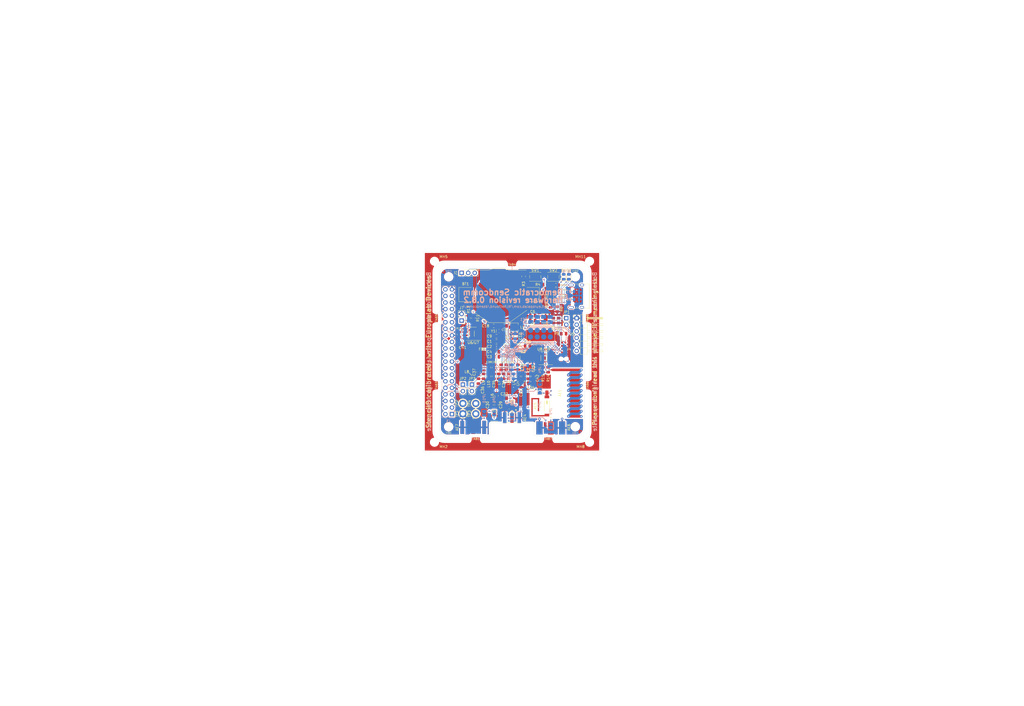
<source format=kicad_pcb>
(kicad_pcb (version 20171130) (host pcbnew 5.1.5+dfsg1-2build2)

  (general
    (thickness 1.6)
    (drawings 102)
    (tracks 785)
    (zones 0)
    (modules 125)
    (nets 135)
  )

  (page A3)
  (title_block
    (title "Democratic Sendcomm")
    (date 2020-09-25)
    (rev 0.8.2)
    (company "Europalab Devices")
    (comment 1 "Copyright © 2020, Europalab Devices")
    (comment 2 "Fulfilling requirements of 20200210")
    (comment 3 "Pending quality assurance testing")
    (comment 4 "Release revision for manufacturing")
  )

  (layers
    (0 F.Cu signal)
    (1 In1.Cu signal)
    (2 In2.Cu signal)
    (31 B.Cu signal)
    (34 B.Paste user)
    (35 F.Paste user)
    (36 B.SilkS user)
    (37 F.SilkS user)
    (38 B.Mask user)
    (39 F.Mask user)
    (40 Dwgs.User user)
    (41 Cmts.User user)
    (44 Edge.Cuts user)
    (45 Margin user)
    (46 B.CrtYd user)
    (47 F.CrtYd user)
    (48 B.Fab user)
    (49 F.Fab user)
  )

  (setup
    (last_trace_width 0.09)
    (user_trace_width 0.1016)
    (user_trace_width 0.127)
    (user_trace_width 0.2)
    (trace_clearance 0.09)
    (zone_clearance 0.508)
    (zone_45_only no)
    (trace_min 0.09)
    (via_size 0.356)
    (via_drill 0.2)
    (via_min_size 0.356)
    (via_min_drill 0.2)
    (user_via 0.45 0.2)
    (user_via 0.6 0.3)
    (uvia_size 0.45)
    (uvia_drill 0.1)
    (uvias_allowed no)
    (uvia_min_size 0.45)
    (uvia_min_drill 0.1)
    (edge_width 0.1)
    (segment_width 0.1)
    (pcb_text_width 0.25)
    (pcb_text_size 1 1)
    (mod_edge_width 0.15)
    (mod_text_size 1 1)
    (mod_text_width 0.15)
    (pad_size 2.5 2.5)
    (pad_drill 2.5)
    (pad_to_mask_clearance 0)
    (aux_axis_origin 0 0)
    (visible_elements 7FFFFFFF)
    (pcbplotparams
      (layerselection 0x313fc_ffffffff)
      (usegerberextensions true)
      (usegerberattributes false)
      (usegerberadvancedattributes false)
      (creategerberjobfile false)
      (excludeedgelayer true)
      (linewidth 0.150000)
      (plotframeref false)
      (viasonmask false)
      (mode 1)
      (useauxorigin false)
      (hpglpennumber 1)
      (hpglpenspeed 20)
      (hpglpendiameter 15.000000)
      (psnegative false)
      (psa4output false)
      (plotreference true)
      (plotvalue true)
      (plotinvisibletext false)
      (padsonsilk false)
      (subtractmaskfromsilk false)
      (outputformat 1)
      (mirror false)
      (drillshape 0)
      (scaleselection 1)
      (outputdirectory "fabsingle"))
  )

  (net 0 "")
  (net 1 GND)
  (net 2 "Net-(AE1-Pad1)")
  (net 3 /Sheet5F53D5B4/RFSWPWR)
  (net 4 "Net-(C8-Pad1)")
  (net 5 /Sheet5F53D5B4/POWAMP)
  (net 6 "Net-(C13-Pad1)")
  (net 7 /Sheet5F53D5B4/HFOUT)
  (net 8 +3V3)
  (net 9 "Net-(C29-Pad1)")
  (net 10 /Sheet5F53D5B4/UART_RX)
  (net 11 /Sheet5F53D5B4/UART_TX)
  (net 12 /Sheet5F53D5B4/HPOUT)
  (net 13 /Sheet5F53D5B4/HFIN)
  (net 14 /Sheet5F53D5B4/BANDSEL)
  (net 15 "Net-(XC1-Pad1)")
  (net 16 "Net-(BT1-Pad1)")
  (net 17 /Sheet5F53D5B4/USB_BUS)
  (net 18 "Net-(C33-Pad1)")
  (net 19 "Net-(C34-Pad1)")
  (net 20 /Sheet5F53D5B4/CMDRST)
  (net 21 "Net-(D1-Pad2)")
  (net 22 "Net-(D1-Pad1)")
  (net 23 "Net-(D2-Pad1)")
  (net 24 "Net-(D2-Pad2)")
  (net 25 /Sheet5F53D5B4/USB_P)
  (net 26 /Sheet5F53D5B4/USB_N)
  (net 27 /Sheet60040980/ID_SD)
  (net 28 /Sheet60040980/ID_SC)
  (net 29 /Sheet5F53D5B4/SWDCLK)
  (net 30 "Net-(J3-Pad7)")
  (net 31 "Net-(J3-Pad8)")
  (net 32 "Net-(J4-Pad6)")
  (net 33 /Sheet5F53D5B4/CN_VBAT)
  (net 34 /Sheet5F53D5B4/I2C_SCL)
  (net 35 /Sheet5F53D5B4/I2C_SDA)
  (net 36 "Net-(TP3-Pad1)")
  (net 37 "Net-(TP4-Pad1)")
  (net 38 /Sheet5F53D5B4/XCEIV)
  (net 39 /Sheet5F53D5B4/CRYSTAL_XIN-RESERVED)
  (net 40 /Sheet5F53D5B4/CRYSTAL_XOUT-RESERVED)
  (net 41 "Net-(AE5-Pad2)")
  (net 42 "Net-(C1-Pad1)")
  (net 43 "Net-(C7-Pad1)")
  (net 44 "Net-(C14-Pad1)")
  (net 45 "Net-(C17-Pad1)")
  (net 46 "Net-(C18-Pad2)")
  (net 47 "Net-(C19-Pad2)")
  (net 48 "Net-(C23-Pad2)")
  (net 49 "Net-(C23-Pad1)")
  (net 50 "Net-(C24-Pad1)")
  (net 51 "Net-(C24-Pad2)")
  (net 52 "Net-(C29-Pad2)")
  (net 53 "Net-(C33-Pad2)")
  (net 54 "Net-(C35-Pad2)")
  (net 55 "Net-(C40-Pad1)")
  (net 56 "Net-(J2-PadB5)")
  (net 57 "Net-(J2-PadA8)")
  (net 58 "Net-(J2-PadA5)")
  (net 59 "Net-(J2-PadB8)")
  (net 60 "Net-(J2-PadA4)")
  (net 61 "Net-(J3-Pad2)")
  (net 62 "Net-(J3-Pad3)")
  (net 63 "Net-(J3-Pad4)")
  (net 64 "Net-(J3-Pad5)")
  (net 65 "Net-(J3-Pad10)")
  (net 66 "Net-(J3-Pad11)")
  (net 67 "Net-(J3-Pad12)")
  (net 68 "Net-(J3-Pad13)")
  (net 69 "Net-(J3-Pad15)")
  (net 70 "Net-(J3-Pad16)")
  (net 71 "Net-(J3-Pad18)")
  (net 72 "Net-(J3-Pad19)")
  (net 73 "Net-(J3-Pad21)")
  (net 74 "Net-(J3-Pad22)")
  (net 75 "Net-(J3-Pad23)")
  (net 76 "Net-(J3-Pad24)")
  (net 77 "Net-(J3-Pad26)")
  (net 78 "Net-(J3-Pad29)")
  (net 79 "Net-(J3-Pad31)")
  (net 80 "Net-(J3-Pad32)")
  (net 81 "Net-(J3-Pad33)")
  (net 82 "Net-(J3-Pad35)")
  (net 83 "Net-(J3-Pad36)")
  (net 84 "Net-(J3-Pad37)")
  (net 85 "Net-(J3-Pad38)")
  (net 86 "Net-(J3-Pad40)")
  (net 87 "Net-(J4-Pad7)")
  (net 88 "Net-(J4-Pad8)")
  (net 89 "Net-(J5-Pad2)")
  (net 90 "Net-(J5-Pad3)")
  (net 91 "Net-(J5-Pad6)")
  (net 92 "Net-(J6-Pad1)")
  (net 93 "Net-(L1-Pad2)")
  (net 94 "Net-(R3-Pad1)")
  (net 95 "Net-(R4-Pad1)")
  (net 96 "Net-(R4-Pad2)")
  (net 97 "Net-(U2-Pad5)")
  (net 98 "Net-(U3-PadG1)")
  (net 99 "Net-(U3-PadH1)")
  (net 100 "Net-(U3-PadE3)")
  (net 101 "Net-(U3-PadB4)")
  (net 102 "Net-(U3-PadE4)")
  (net 103 "Net-(U3-PadF4)")
  (net 104 "Net-(U3-PadE5)")
  (net 105 "Net-(U3-PadH6)")
  (net 106 "Net-(U3-PadC7)")
  (net 107 "Net-(U3-PadD7)")
  (net 108 "Net-(U3-PadH7)")
  (net 109 "Net-(U3-PadD8)")
  (net 110 "Net-(U5-Pad3)")
  (net 111 "Net-(U5-Pad4)")
  (net 112 "Net-(U8-Pad7)")
  (net 113 "Net-(U8-Pad3)")
  (net 114 "Net-(U8-Pad2)")
  (net 115 "Net-(U8-Pad1)")
  (net 116 "Net-(U9-Pad1)")
  (net 117 "Net-(U9-Pad2)")
  (net 118 "Net-(U9-Pad3)")
  (net 119 "Net-(U9-Pad7)")
  (net 120 /Sheet5F53D5B4/SWDIO)
  (net 121 "Net-(AE2-Pad1)")
  (net 122 "Net-(AE4-Pad1)")
  (net 123 "Net-(AE5-Pad1)")
  (net 124 "Net-(AE6-Pad1)")
  (net 125 "Net-(AE7-Pad1)")
  (net 126 "Net-(JP10-Pad1)")
  (net 127 "Net-(J6-Pad2)")
  (net 128 "Net-(J6-Pad3)")
  (net 129 "Net-(J6-Pad4)")
  (net 130 "Net-(J6-Pad5)")
  (net 131 "Net-(J6-Pad6)")
  (net 132 "Net-(J6-Pad7)")
  (net 133 "Net-(J6-Pad8)")
  (net 134 "Net-(J7-Pad1)")

  (net_class Default "This is the default net class."
    (clearance 0.09)
    (trace_width 0.09)
    (via_dia 0.356)
    (via_drill 0.2)
    (uvia_dia 0.45)
    (uvia_drill 0.1)
    (add_net +3V3)
    (add_net /Sheet5F53D5B4/BANDSEL)
    (add_net /Sheet5F53D5B4/CMDRST)
    (add_net /Sheet5F53D5B4/CN_VBAT)
    (add_net /Sheet5F53D5B4/CRYSTAL_XIN-RESERVED)
    (add_net /Sheet5F53D5B4/CRYSTAL_XOUT-RESERVED)
    (add_net /Sheet5F53D5B4/HFIN)
    (add_net /Sheet5F53D5B4/HFOUT)
    (add_net /Sheet5F53D5B4/HPOUT)
    (add_net /Sheet5F53D5B4/I2C_SCL)
    (add_net /Sheet5F53D5B4/I2C_SDA)
    (add_net /Sheet5F53D5B4/POWAMP)
    (add_net /Sheet5F53D5B4/RFSWPWR)
    (add_net /Sheet5F53D5B4/SWDCLK)
    (add_net /Sheet5F53D5B4/SWDIO)
    (add_net /Sheet5F53D5B4/UART_RX)
    (add_net /Sheet5F53D5B4/UART_TX)
    (add_net /Sheet5F53D5B4/USB_BUS)
    (add_net /Sheet5F53D5B4/USB_N)
    (add_net /Sheet5F53D5B4/USB_P)
    (add_net /Sheet5F53D5B4/XCEIV)
    (add_net /Sheet60040980/ID_SC)
    (add_net /Sheet60040980/ID_SD)
    (add_net GND)
    (add_net "Net-(AE1-Pad1)")
    (add_net "Net-(AE2-Pad1)")
    (add_net "Net-(AE4-Pad1)")
    (add_net "Net-(AE5-Pad1)")
    (add_net "Net-(AE5-Pad2)")
    (add_net "Net-(AE6-Pad1)")
    (add_net "Net-(AE7-Pad1)")
    (add_net "Net-(BT1-Pad1)")
    (add_net "Net-(C1-Pad1)")
    (add_net "Net-(C13-Pad1)")
    (add_net "Net-(C14-Pad1)")
    (add_net "Net-(C17-Pad1)")
    (add_net "Net-(C18-Pad2)")
    (add_net "Net-(C19-Pad2)")
    (add_net "Net-(C23-Pad1)")
    (add_net "Net-(C23-Pad2)")
    (add_net "Net-(C24-Pad1)")
    (add_net "Net-(C24-Pad2)")
    (add_net "Net-(C29-Pad1)")
    (add_net "Net-(C29-Pad2)")
    (add_net "Net-(C33-Pad1)")
    (add_net "Net-(C33-Pad2)")
    (add_net "Net-(C34-Pad1)")
    (add_net "Net-(C35-Pad2)")
    (add_net "Net-(C40-Pad1)")
    (add_net "Net-(C7-Pad1)")
    (add_net "Net-(C8-Pad1)")
    (add_net "Net-(D1-Pad1)")
    (add_net "Net-(D1-Pad2)")
    (add_net "Net-(D2-Pad1)")
    (add_net "Net-(D2-Pad2)")
    (add_net "Net-(J2-PadA4)")
    (add_net "Net-(J2-PadA5)")
    (add_net "Net-(J2-PadA8)")
    (add_net "Net-(J2-PadB5)")
    (add_net "Net-(J2-PadB8)")
    (add_net "Net-(J3-Pad10)")
    (add_net "Net-(J3-Pad11)")
    (add_net "Net-(J3-Pad12)")
    (add_net "Net-(J3-Pad13)")
    (add_net "Net-(J3-Pad15)")
    (add_net "Net-(J3-Pad16)")
    (add_net "Net-(J3-Pad18)")
    (add_net "Net-(J3-Pad19)")
    (add_net "Net-(J3-Pad2)")
    (add_net "Net-(J3-Pad21)")
    (add_net "Net-(J3-Pad22)")
    (add_net "Net-(J3-Pad23)")
    (add_net "Net-(J3-Pad24)")
    (add_net "Net-(J3-Pad26)")
    (add_net "Net-(J3-Pad29)")
    (add_net "Net-(J3-Pad3)")
    (add_net "Net-(J3-Pad31)")
    (add_net "Net-(J3-Pad32)")
    (add_net "Net-(J3-Pad33)")
    (add_net "Net-(J3-Pad35)")
    (add_net "Net-(J3-Pad36)")
    (add_net "Net-(J3-Pad37)")
    (add_net "Net-(J3-Pad38)")
    (add_net "Net-(J3-Pad4)")
    (add_net "Net-(J3-Pad40)")
    (add_net "Net-(J3-Pad5)")
    (add_net "Net-(J3-Pad7)")
    (add_net "Net-(J3-Pad8)")
    (add_net "Net-(J4-Pad6)")
    (add_net "Net-(J4-Pad7)")
    (add_net "Net-(J4-Pad8)")
    (add_net "Net-(J5-Pad2)")
    (add_net "Net-(J5-Pad3)")
    (add_net "Net-(J5-Pad6)")
    (add_net "Net-(J6-Pad1)")
    (add_net "Net-(J6-Pad2)")
    (add_net "Net-(J6-Pad3)")
    (add_net "Net-(J6-Pad4)")
    (add_net "Net-(J6-Pad5)")
    (add_net "Net-(J6-Pad6)")
    (add_net "Net-(J6-Pad7)")
    (add_net "Net-(J6-Pad8)")
    (add_net "Net-(J7-Pad1)")
    (add_net "Net-(JP10-Pad1)")
    (add_net "Net-(L1-Pad2)")
    (add_net "Net-(R3-Pad1)")
    (add_net "Net-(R4-Pad1)")
    (add_net "Net-(R4-Pad2)")
    (add_net "Net-(TP3-Pad1)")
    (add_net "Net-(TP4-Pad1)")
    (add_net "Net-(U2-Pad5)")
    (add_net "Net-(U3-PadB4)")
    (add_net "Net-(U3-PadC7)")
    (add_net "Net-(U3-PadD7)")
    (add_net "Net-(U3-PadD8)")
    (add_net "Net-(U3-PadE3)")
    (add_net "Net-(U3-PadE4)")
    (add_net "Net-(U3-PadE5)")
    (add_net "Net-(U3-PadF4)")
    (add_net "Net-(U3-PadG1)")
    (add_net "Net-(U3-PadH1)")
    (add_net "Net-(U3-PadH6)")
    (add_net "Net-(U3-PadH7)")
    (add_net "Net-(U5-Pad3)")
    (add_net "Net-(U5-Pad4)")
    (add_net "Net-(U8-Pad1)")
    (add_net "Net-(U8-Pad2)")
    (add_net "Net-(U8-Pad3)")
    (add_net "Net-(U8-Pad7)")
    (add_net "Net-(U9-Pad1)")
    (add_net "Net-(U9-Pad2)")
    (add_net "Net-(U9-Pad3)")
    (add_net "Net-(U9-Pad7)")
    (add_net "Net-(XC1-Pad1)")
  )

  (net_class Power ""
    (clearance 0.2)
    (trace_width 0.5)
    (via_dia 1)
    (via_drill 0.7)
    (uvia_dia 0.5)
    (uvia_drill 0.1)
  )

  (module Elabdev:TFBGA-64_8x8_6.0x6.0mm_P0.65mm (layer F.Cu) (tedit 5F6BA77A) (tstamp 5F68786E)
    (at 210 148)
    (path /5F53D5B5/6052EF69)
    (solder_mask_margin 0.025)
    (clearance 0.0508)
    (attr smd)
    (fp_text reference U3 (at 4.25 0) (layer F.SilkS)
      (effects (font (size 1 1) (thickness 0.15)))
    )
    (fp_text value ATSAMR34 (at 0 4) (layer F.Fab)
      (effects (font (size 1 1) (thickness 0.15)))
    )
    (fp_line (start -2 -3) (end -3 -2) (layer F.Fab) (width 0.1))
    (fp_line (start -3 -2) (end -3 3) (layer F.Fab) (width 0.1))
    (fp_line (start -3 3) (end 3 3) (layer F.Fab) (width 0.1))
    (fp_line (start 3 3) (end 3 -3) (layer F.Fab) (width 0.1))
    (fp_line (start 3 -3) (end -2 -3) (layer F.Fab) (width 0.1))
    (fp_line (start 1.62 -3.12) (end 3.12 -3.12) (layer F.SilkS) (width 0.12))
    (fp_line (start 3.12 -3.12) (end 3.12 -1.62) (layer F.SilkS) (width 0.12))
    (fp_line (start 1.62 -3.12) (end 3.12 -3.12) (layer F.SilkS) (width 0.12))
    (fp_line (start 3.12 -3.12) (end 3.12 -1.62) (layer F.SilkS) (width 0.12))
    (fp_line (start 1.62 3.12) (end 3.12 3.12) (layer F.SilkS) (width 0.12))
    (fp_line (start 3.12 3.12) (end 3.12 1.62) (layer F.SilkS) (width 0.12))
    (fp_line (start 1.62 -3.12) (end 3.12 -3.12) (layer F.SilkS) (width 0.12))
    (fp_line (start 3.12 -3.12) (end 3.12 -1.62) (layer F.SilkS) (width 0.12))
    (fp_line (start -1.62 3.12) (end -3.12 3.12) (layer F.SilkS) (width 0.12))
    (fp_line (start -3.12 3.12) (end -3.12 1.62) (layer F.SilkS) (width 0.12))
    (fp_line (start -1.62 -3.12) (end -2 -3.12) (layer F.SilkS) (width 0.12))
    (fp_line (start -2 -3.12) (end -3.12 -2) (layer F.SilkS) (width 0.12))
    (fp_line (start -3.12 -2) (end -3.12 -1.62) (layer F.SilkS) (width 0.12))
    (fp_circle (center -3 -3) (end -3 -2.9) (layer F.SilkS) (width 0.2))
    (fp_line (start -4 -4) (end 4 -4) (layer F.CrtYd) (width 0.05))
    (fp_line (start 4 -4) (end 4 4) (layer F.CrtYd) (width 0.05))
    (fp_line (start 4 4) (end -4 4) (layer F.CrtYd) (width 0.05))
    (fp_line (start -4 4) (end -4 -4) (layer F.CrtYd) (width 0.05))
    (pad A1 smd circle (at -2.275 -2.275) (size 0.32 0.32) (layers F.Cu F.Paste F.Mask)
      (net 13 /Sheet5F53D5B4/HFIN))
    (pad B1 smd circle (at -2.275 -1.625) (size 0.32 0.32) (layers F.Cu F.Paste F.Mask)
      (net 7 /Sheet5F53D5B4/HFOUT))
    (pad C1 smd circle (at -2.275 -0.975) (size 0.32 0.32) (layers F.Cu F.Paste F.Mask)
      (net 42 "Net-(C1-Pad1)"))
    (pad D1 smd circle (at -2.275 -0.325) (size 0.32 0.32) (layers F.Cu F.Paste F.Mask)
      (net 5 /Sheet5F53D5B4/POWAMP))
    (pad E1 smd circle (at -2.275 0.325) (size 0.32 0.32) (layers F.Cu F.Paste F.Mask)
      (net 1 GND))
    (pad F1 smd circle (at -2.275 0.975) (size 0.32 0.32) (layers F.Cu F.Paste F.Mask)
      (net 12 /Sheet5F53D5B4/HPOUT))
    (pad G1 smd circle (at -2.275 1.625) (size 0.32 0.32) (layers F.Cu F.Paste F.Mask)
      (net 98 "Net-(U3-PadG1)"))
    (pad H1 smd circle (at -2.275 2.275) (size 0.32 0.32) (layers F.Cu F.Paste F.Mask)
      (net 99 "Net-(U3-PadH1)"))
    (pad A2 smd circle (at -1.625 -2.275) (size 0.32 0.32) (layers F.Cu F.Paste F.Mask)
      (net 1 GND))
    (pad B2 smd circle (at -1.625 -1.625) (size 0.32 0.32) (layers F.Cu F.Paste F.Mask)
      (net 1 GND))
    (pad C2 smd circle (at -1.625 -0.975) (size 0.32 0.32) (layers F.Cu F.Paste F.Mask)
      (net 42 "Net-(C1-Pad1)"))
    (pad D2 smd circle (at -1.625 -0.325) (size 0.32 0.32) (layers F.Cu F.Paste F.Mask)
      (net 38 /Sheet5F53D5B4/XCEIV))
    (pad E2 smd circle (at -1.625 0.325) (size 0.32 0.32) (layers F.Cu F.Paste F.Mask)
      (net 1 GND))
    (pad F2 smd circle (at -1.625 0.975) (size 0.32 0.32) (layers F.Cu F.Paste F.Mask)
      (net 1 GND))
    (pad G2 smd circle (at -1.625 1.625) (size 0.32 0.32) (layers F.Cu F.Paste F.Mask)
      (net 1 GND))
    (pad H2 smd circle (at -1.625 2.275) (size 0.32 0.32) (layers F.Cu F.Paste F.Mask)
      (net 44 "Net-(C14-Pad1)"))
    (pad A3 smd circle (at -0.975 -2.275) (size 0.32 0.32) (layers F.Cu F.Paste F.Mask)
      (net 46 "Net-(C18-Pad2)"))
    (pad B3 smd circle (at -0.975 -1.625) (size 0.32 0.32) (layers F.Cu F.Paste F.Mask)
      (net 1 GND))
    (pad C3 smd circle (at -0.975 -0.975) (size 0.32 0.32) (layers F.Cu F.Paste F.Mask)
      (net 33 /Sheet5F53D5B4/CN_VBAT))
    (pad D3 smd circle (at -0.975 -0.325) (size 0.32 0.32) (layers F.Cu F.Paste F.Mask)
      (net 11 /Sheet5F53D5B4/UART_TX))
    (pad E3 smd circle (at -0.975 0.325) (size 0.32 0.32) (layers F.Cu F.Paste F.Mask)
      (net 100 "Net-(U3-PadE3)"))
    (pad F3 smd circle (at -0.975 0.975) (size 0.32 0.32) (layers F.Cu F.Paste F.Mask)
      (net 17 /Sheet5F53D5B4/USB_BUS))
    (pad G3 smd circle (at -0.975 1.625) (size 0.32 0.32) (layers F.Cu F.Paste F.Mask)
      (net 1 GND))
    (pad H3 smd circle (at -0.975 2.275) (size 0.32 0.32) (layers F.Cu F.Paste F.Mask)
      (net 42 "Net-(C1-Pad1)"))
    (pad A4 smd circle (at -0.325 -2.275) (size 0.32 0.32) (layers F.Cu F.Paste F.Mask)
      (net 47 "Net-(C19-Pad2)"))
    (pad B4 smd circle (at -0.325 -1.625) (size 0.32 0.32) (layers F.Cu F.Paste F.Mask)
      (net 101 "Net-(U3-PadB4)"))
    (pad C4 smd circle (at -0.325 -0.975) (size 0.32 0.32) (layers F.Cu F.Paste F.Mask)
      (net 10 /Sheet5F53D5B4/UART_RX))
    (pad D4 smd circle (at -0.325 -0.325) (size 0.32 0.32) (layers F.Cu F.Paste F.Mask)
      (net 1 GND))
    (pad E4 smd circle (at -0.325 0.325) (size 0.32 0.32) (layers F.Cu F.Paste F.Mask)
      (net 102 "Net-(U3-PadE4)"))
    (pad F4 smd circle (at -0.325 0.975) (size 0.32 0.32) (layers F.Cu F.Paste F.Mask)
      (net 103 "Net-(U3-PadF4)"))
    (pad G4 smd circle (at -0.325 1.625) (size 0.32 0.32) (layers F.Cu F.Paste F.Mask)
      (net 8 +3V3))
    (pad H4 smd circle (at -0.325 2.275) (size 0.32 0.32) (layers F.Cu F.Paste F.Mask)
      (net 6 "Net-(C13-Pad1)"))
    (pad A5 smd circle (at 0.325 -2.275) (size 0.32 0.32) (layers F.Cu F.Paste F.Mask)
      (net 45 "Net-(C17-Pad1)"))
    (pad B5 smd circle (at 0.325 -1.625) (size 0.32 0.32) (layers F.Cu F.Paste F.Mask)
      (net 1 GND))
    (pad C5 smd circle (at 0.325 -0.975) (size 0.32 0.32) (layers F.Cu F.Paste F.Mask)
      (net 29 /Sheet5F53D5B4/SWDCLK))
    (pad D5 smd circle (at 0.325 -0.325) (size 0.32 0.32) (layers F.Cu F.Paste F.Mask)
      (net 120 /Sheet5F53D5B4/SWDIO))
    (pad E5 smd circle (at 0.325 0.325) (size 0.32 0.32) (layers F.Cu F.Paste F.Mask)
      (net 104 "Net-(U3-PadE5)"))
    (pad F5 smd circle (at 0.325 0.975) (size 0.32 0.32) (layers F.Cu F.Paste F.Mask)
      (net 3 /Sheet5F53D5B4/RFSWPWR))
    (pad G5 smd circle (at 0.325 1.625) (size 0.32 0.32) (layers F.Cu F.Paste F.Mask)
      (net 1 GND))
    (pad H5 smd circle (at 0.325 2.275) (size 0.32 0.32) (layers F.Cu F.Paste F.Mask)
      (net 1 GND))
    (pad A6 smd circle (at 0.975 -2.275) (size 0.32 0.32) (layers F.Cu F.Paste F.Mask)
      (net 93 "Net-(L1-Pad2)"))
    (pad B6 smd circle (at 0.975 -1.625) (size 0.32 0.32) (layers F.Cu F.Paste F.Mask)
      (net 20 /Sheet5F53D5B4/CMDRST))
    (pad C6 smd circle (at 0.975 -0.975) (size 0.32 0.32) (layers F.Cu F.Paste F.Mask)
      (net 95 "Net-(R4-Pad1)"))
    (pad D6 smd circle (at 0.975 -0.325) (size 0.32 0.32) (layers F.Cu F.Paste F.Mask)
      (net 1 GND))
    (pad E6 smd circle (at 0.975 0.325) (size 0.32 0.32) (layers F.Cu F.Paste F.Mask)
      (net 34 /Sheet5F53D5B4/I2C_SCL))
    (pad F6 smd circle (at 0.975 0.975) (size 0.32 0.32) (layers F.Cu F.Paste F.Mask)
      (net 14 /Sheet5F53D5B4/BANDSEL))
    (pad G6 smd circle (at 0.975 1.625) (size 0.32 0.32) (layers F.Cu F.Paste F.Mask)
      (net 1 GND))
    (pad H6 smd circle (at 0.975 2.275) (size 0.32 0.32) (layers F.Cu F.Paste F.Mask)
      (net 105 "Net-(U3-PadH6)"))
    (pad A7 smd circle (at 1.625 -2.275) (size 0.32 0.32) (layers F.Cu F.Paste F.Mask)
      (net 8 +3V3))
    (pad B7 smd circle (at 1.625 -1.625) (size 0.32 0.32) (layers F.Cu F.Paste F.Mask)
      (net 1 GND))
    (pad C7 smd circle (at 1.625 -0.975) (size 0.32 0.32) (layers F.Cu F.Paste F.Mask)
      (net 106 "Net-(U3-PadC7)"))
    (pad D7 smd circle (at 1.625 -0.325) (size 0.32 0.32) (layers F.Cu F.Paste F.Mask)
      (net 107 "Net-(U3-PadD7)"))
    (pad E7 smd circle (at 1.625 0.325) (size 0.32 0.32) (layers F.Cu F.Paste F.Mask)
      (net 22 "Net-(D1-Pad1)"))
    (pad F7 smd circle (at 1.625 0.975) (size 0.32 0.32) (layers F.Cu F.Paste F.Mask)
      (net 35 /Sheet5F53D5B4/I2C_SDA))
    (pad G7 smd circle (at 1.625 1.625) (size 0.32 0.32) (layers F.Cu F.Paste F.Mask)
      (net 1 GND))
    (pad H7 smd circle (at 1.625 2.275) (size 0.32 0.32) (layers F.Cu F.Paste F.Mask)
      (net 108 "Net-(U3-PadH7)"))
    (pad A8 smd circle (at 2.275 -2.275) (size 0.32 0.32) (layers F.Cu F.Paste F.Mask)
      (net 8 +3V3))
    (pad B8 smd circle (at 2.275 -1.625) (size 0.32 0.32) (layers F.Cu F.Paste F.Mask)
      (net 26 /Sheet5F53D5B4/USB_N))
    (pad C8 smd circle (at 2.275 -0.975) (size 0.32 0.32) (layers F.Cu F.Paste F.Mask)
      (net 25 /Sheet5F53D5B4/USB_P))
    (pad D8 smd circle (at 2.275 -0.325) (size 0.32 0.32) (layers F.Cu F.Paste F.Mask)
      (net 109 "Net-(U3-PadD8)"))
    (pad E8 smd circle (at 2.275 0.325) (size 0.32 0.32) (layers F.Cu F.Paste F.Mask)
      (net 23 "Net-(D2-Pad1)"))
    (pad F8 smd circle (at 2.275 0.975) (size 0.32 0.32) (layers F.Cu F.Paste F.Mask)
      (net 39 /Sheet5F53D5B4/CRYSTAL_XIN-RESERVED))
    (pad G8 smd circle (at 2.275 1.625) (size 0.32 0.32) (layers F.Cu F.Paste F.Mask)
      (net 40 /Sheet5F53D5B4/CRYSTAL_XOUT-RESERVED))
    (pad H8 smd circle (at 2.275 2.275) (size 0.32 0.32) (layers F.Cu F.Paste F.Mask)
      (net 8 +3V3))
    (model ${KISYS3DMOD}/Package_BGA.3dshapes/TFBGA-64_5x5mm_Layout8x8_P0.5mm.wrl
      (at (xyz 0 0 0))
      (scale (xyz 1.2 1.2 1.2))
      (rotate (xyz 0 0 0))
    )
  )

  (module Elabdev:Panel_Mousetab_25mm_Single (layer F.Cu) (tedit 5CD9E502) (tstamp 5F680FEC)
    (at 224 181.75 90)
    (path /5CD9EB0D)
    (fp_text reference TAB7 (at 0 0) (layer F.SilkS)
      (effects (font (size 0.8 0.8) (thickness 0.13)))
    )
    (fp_text value Pantab (at 0 3.5 90) (layer F.Fab)
      (effects (font (size 1 1) (thickness 0.15)))
    )
    (fp_line (start 1.25 -2.2) (end 1.25 2.2) (layer F.Fab) (width 0.15))
    (fp_line (start -1.25 -2.2) (end -1.25 2.2) (layer F.Fab) (width 0.15))
    (fp_line (start 2.1 -2.6) (end 2.1 2.6) (layer F.CrtYd) (width 0.15))
    (fp_line (start 2.1 2.6) (end -2.1 2.6) (layer F.CrtYd) (width 0.15))
    (fp_line (start -2.1 2.6) (end -2.1 -2.6) (layer F.CrtYd) (width 0.15))
    (fp_line (start -2.1 -2.6) (end 2.1 -2.6) (layer F.CrtYd) (width 0.15))
    (pad "" np_thru_hole circle (at 1.35 2 90) (size 0.5 0.5) (drill 0.5) (layers *.Cu))
    (pad "" np_thru_hole circle (at 1.35 1.2 90) (size 0.5 0.5) (drill 0.5) (layers *.Cu))
    (pad "" np_thru_hole circle (at 1.35 0.4 90) (size 0.5 0.5) (drill 0.5) (layers *.Cu))
    (pad "" np_thru_hole circle (at 1.35 -0.4 90) (size 0.5 0.5) (drill 0.5) (layers *.Cu))
    (pad "" np_thru_hole circle (at 1.35 -1.2 90) (size 0.5 0.5) (drill 0.5) (layers *.Cu))
    (pad "" np_thru_hole circle (at 1.35 -2 90) (size 0.5 0.5) (drill 0.5) (layers *.Cu))
  )

  (module Elabdev:Panel_Mousetab_25mm_Single (layer F.Cu) (tedit 5CD9E59A) (tstamp 5F4C0A71)
    (at 210 114.25 270)
    (path /5CD5C3A7)
    (fp_text reference TAB4 (at 0 0 180) (layer F.SilkS)
      (effects (font (size 0.8 0.8) (thickness 0.13)))
    )
    (fp_text value Pantab (at 0 -3.5 270) (layer F.Fab)
      (effects (font (size 1 1) (thickness 0.15)))
    )
    (fp_line (start 1.25 -2.2) (end 1.25 2.2) (layer F.Fab) (width 0.15))
    (fp_line (start -1.25 -2.2) (end -1.25 2.2) (layer F.Fab) (width 0.15))
    (fp_line (start 2.1 -2.6) (end 2.1 2.6) (layer F.CrtYd) (width 0.15))
    (fp_line (start 2.1 2.6) (end -2.1 2.6) (layer F.CrtYd) (width 0.15))
    (fp_line (start -2.1 2.6) (end -2.1 -2.6) (layer F.CrtYd) (width 0.15))
    (fp_line (start -2.1 -2.6) (end 2.1 -2.6) (layer F.CrtYd) (width 0.15))
    (pad "" np_thru_hole circle (at 1.35 2 270) (size 0.5 0.5) (drill 0.5) (layers *.Cu))
    (pad "" np_thru_hole circle (at 1.35 1.2 270) (size 0.5 0.5) (drill 0.5) (layers *.Cu))
    (pad "" np_thru_hole circle (at 1.35 0.4 270) (size 0.5 0.5) (drill 0.5) (layers *.Cu))
    (pad "" np_thru_hole circle (at 1.35 -0.4 270) (size 0.5 0.5) (drill 0.5) (layers *.Cu))
    (pad "" np_thru_hole circle (at 1.35 -1.2 270) (size 0.5 0.5) (drill 0.5) (layers *.Cu))
    (pad "" np_thru_hole circle (at 1.35 -2 270) (size 0.5 0.5) (drill 0.5) (layers *.Cu))
  )

  (module Elabdev:Panel_Mousetab_25mm_Single (layer F.Cu) (tedit 5CD9E502) (tstamp 5CE1C45C)
    (at 196 181.75 90)
    (path /5CD9EB0D)
    (fp_text reference TAB1 (at 0 0) (layer F.SilkS)
      (effects (font (size 0.8 0.8) (thickness 0.13)))
    )
    (fp_text value Pantab (at 0 3.5 90) (layer F.Fab)
      (effects (font (size 1 1) (thickness 0.15)))
    )
    (fp_line (start -2.1 -2.6) (end 2.1 -2.6) (layer F.CrtYd) (width 0.15))
    (fp_line (start -2.1 2.6) (end -2.1 -2.6) (layer F.CrtYd) (width 0.15))
    (fp_line (start 2.1 2.6) (end -2.1 2.6) (layer F.CrtYd) (width 0.15))
    (fp_line (start 2.1 -2.6) (end 2.1 2.6) (layer F.CrtYd) (width 0.15))
    (fp_line (start -1.25 -2.2) (end -1.25 2.2) (layer F.Fab) (width 0.15))
    (fp_line (start 1.25 -2.2) (end 1.25 2.2) (layer F.Fab) (width 0.15))
    (pad "" np_thru_hole circle (at 1.35 -2 90) (size 0.5 0.5) (drill 0.5) (layers *.Cu))
    (pad "" np_thru_hole circle (at 1.35 -1.2 90) (size 0.5 0.5) (drill 0.5) (layers *.Cu))
    (pad "" np_thru_hole circle (at 1.35 -0.4 90) (size 0.5 0.5) (drill 0.5) (layers *.Cu))
    (pad "" np_thru_hole circle (at 1.35 0.4 90) (size 0.5 0.5) (drill 0.5) (layers *.Cu))
    (pad "" np_thru_hole circle (at 1.35 1.2 90) (size 0.5 0.5) (drill 0.5) (layers *.Cu))
    (pad "" np_thru_hole circle (at 1.35 2 90) (size 0.5 0.5) (drill 0.5) (layers *.Cu))
  )

  (module Elabdev:Panel_Mousetab_25mm_Single (layer F.Cu) (tedit 5CD5AA6C) (tstamp 5F4C1007)
    (at 180.75 161)
    (path /5CD5C074)
    (fp_text reference TAB2 (at 0 0 90) (layer F.SilkS)
      (effects (font (size 0.8 0.8) (thickness 0.13)))
    )
    (fp_text value Pantab (at -2.5 0 -270) (layer F.Fab)
      (effects (font (size 1 1) (thickness 0.15)))
    )
    (fp_line (start -2.1 -2.6) (end 2.1 -2.6) (layer F.CrtYd) (width 0.15))
    (fp_line (start -2.1 2.6) (end -2.1 -2.6) (layer F.CrtYd) (width 0.15))
    (fp_line (start 2.1 2.6) (end -2.1 2.6) (layer F.CrtYd) (width 0.15))
    (fp_line (start 2.1 -2.6) (end 2.1 2.6) (layer F.CrtYd) (width 0.15))
    (fp_line (start -1.25 -2.2) (end -1.25 2.2) (layer F.Fab) (width 0.15))
    (fp_line (start 1.25 -2.2) (end 1.25 2.2) (layer F.Fab) (width 0.15))
    (pad "" np_thru_hole circle (at 1.35 -2) (size 0.5 0.5) (drill 0.5) (layers *.Cu))
    (pad "" np_thru_hole circle (at 1.35 -1.2) (size 0.5 0.5) (drill 0.5) (layers *.Cu))
    (pad "" np_thru_hole circle (at 1.35 -0.4) (size 0.5 0.5) (drill 0.5) (layers *.Cu))
    (pad "" np_thru_hole circle (at 1.35 0.4) (size 0.5 0.5) (drill 0.5) (layers *.Cu))
    (pad "" np_thru_hole circle (at 1.35 1.2) (size 0.5 0.5) (drill 0.5) (layers *.Cu))
    (pad "" np_thru_hole circle (at 1.35 2) (size 0.5 0.5) (drill 0.5) (layers *.Cu))
  )

  (module Elabdev:Panel_Mousetab_25mm_Single (layer F.Cu) (tedit 5CD5AA6C) (tstamp 5F4C1047)
    (at 180.75 135)
    (path /5CD5C074)
    (fp_text reference TAB3 (at 0 0 90) (layer F.SilkS)
      (effects (font (size 0.8 0.8) (thickness 0.13)))
    )
    (fp_text value Pantab (at -2.5 0 -270) (layer F.Fab)
      (effects (font (size 1 1) (thickness 0.15)))
    )
    (fp_line (start 1.25 -2.2) (end 1.25 2.2) (layer F.Fab) (width 0.15))
    (fp_line (start -1.25 -2.2) (end -1.25 2.2) (layer F.Fab) (width 0.15))
    (fp_line (start 2.1 -2.6) (end 2.1 2.6) (layer F.CrtYd) (width 0.15))
    (fp_line (start 2.1 2.6) (end -2.1 2.6) (layer F.CrtYd) (width 0.15))
    (fp_line (start -2.1 2.6) (end -2.1 -2.6) (layer F.CrtYd) (width 0.15))
    (fp_line (start -2.1 -2.6) (end 2.1 -2.6) (layer F.CrtYd) (width 0.15))
    (pad "" np_thru_hole circle (at 1.35 2) (size 0.5 0.5) (drill 0.5) (layers *.Cu))
    (pad "" np_thru_hole circle (at 1.35 1.2) (size 0.5 0.5) (drill 0.5) (layers *.Cu))
    (pad "" np_thru_hole circle (at 1.35 0.4) (size 0.5 0.5) (drill 0.5) (layers *.Cu))
    (pad "" np_thru_hole circle (at 1.35 -0.4) (size 0.5 0.5) (drill 0.5) (layers *.Cu))
    (pad "" np_thru_hole circle (at 1.35 -1.2) (size 0.5 0.5) (drill 0.5) (layers *.Cu))
    (pad "" np_thru_hole circle (at 1.35 -2) (size 0.5 0.5) (drill 0.5) (layers *.Cu))
  )

  (module Elabdev:Panel_Mousetab_25mm_Single (layer F.Cu) (tedit 5CD5AA6C) (tstamp 5F4C108A)
    (at 239.25 135 180)
    (path /5CD5C074)
    (fp_text reference TAB5 (at 0 0 90) (layer F.SilkS)
      (effects (font (size 0.8 0.8) (thickness 0.13)))
    )
    (fp_text value Pantab (at -2.5 0 90) (layer F.Fab)
      (effects (font (size 1 1) (thickness 0.15)))
    )
    (fp_line (start 1.25 -2.2) (end 1.25 2.2) (layer F.Fab) (width 0.15))
    (fp_line (start -1.25 -2.2) (end -1.25 2.2) (layer F.Fab) (width 0.15))
    (fp_line (start 2.1 -2.6) (end 2.1 2.6) (layer F.CrtYd) (width 0.15))
    (fp_line (start 2.1 2.6) (end -2.1 2.6) (layer F.CrtYd) (width 0.15))
    (fp_line (start -2.1 2.6) (end -2.1 -2.6) (layer F.CrtYd) (width 0.15))
    (fp_line (start -2.1 -2.6) (end 2.1 -2.6) (layer F.CrtYd) (width 0.15))
    (pad "" np_thru_hole circle (at 1.35 2 180) (size 0.5 0.5) (drill 0.5) (layers *.Cu))
    (pad "" np_thru_hole circle (at 1.35 1.2 180) (size 0.5 0.5) (drill 0.5) (layers *.Cu))
    (pad "" np_thru_hole circle (at 1.35 0.4 180) (size 0.5 0.5) (drill 0.5) (layers *.Cu))
    (pad "" np_thru_hole circle (at 1.35 -0.4 180) (size 0.5 0.5) (drill 0.5) (layers *.Cu))
    (pad "" np_thru_hole circle (at 1.35 -1.2 180) (size 0.5 0.5) (drill 0.5) (layers *.Cu))
    (pad "" np_thru_hole circle (at 1.35 -2 180) (size 0.5 0.5) (drill 0.5) (layers *.Cu))
  )

  (module Elabdev:Panel_Mousetab_25mm_Single (layer F.Cu) (tedit 5CD5AA6C) (tstamp 5F4C1067)
    (at 239.25 161 180)
    (path /5CD5C074)
    (fp_text reference TAB6 (at 0 0 90) (layer F.SilkS)
      (effects (font (size 0.8 0.8) (thickness 0.13)))
    )
    (fp_text value Pantab (at -2.5 0 90) (layer F.Fab)
      (effects (font (size 1 1) (thickness 0.15)))
    )
    (fp_line (start -2.1 -2.6) (end 2.1 -2.6) (layer F.CrtYd) (width 0.15))
    (fp_line (start -2.1 2.6) (end -2.1 -2.6) (layer F.CrtYd) (width 0.15))
    (fp_line (start 2.1 2.6) (end -2.1 2.6) (layer F.CrtYd) (width 0.15))
    (fp_line (start 2.1 -2.6) (end 2.1 2.6) (layer F.CrtYd) (width 0.15))
    (fp_line (start -1.25 -2.2) (end -1.25 2.2) (layer F.Fab) (width 0.15))
    (fp_line (start 1.25 -2.2) (end 1.25 2.2) (layer F.Fab) (width 0.15))
    (pad "" np_thru_hole circle (at 1.35 -2 180) (size 0.5 0.5) (drill 0.5) (layers *.Cu))
    (pad "" np_thru_hole circle (at 1.35 -1.2 180) (size 0.5 0.5) (drill 0.5) (layers *.Cu))
    (pad "" np_thru_hole circle (at 1.35 -0.4 180) (size 0.5 0.5) (drill 0.5) (layers *.Cu))
    (pad "" np_thru_hole circle (at 1.35 0.4 180) (size 0.5 0.5) (drill 0.5) (layers *.Cu))
    (pad "" np_thru_hole circle (at 1.35 1.2 180) (size 0.5 0.5) (drill 0.5) (layers *.Cu))
    (pad "" np_thru_hole circle (at 1.35 2 180) (size 0.5 0.5) (drill 0.5) (layers *.Cu))
  )

  (module Connector_PinSocket_2.54mm:PinSocket_2x20_P2.54mm_Vertical (layer B.Cu) (tedit 5A19A433) (tstamp 5F683F15)
    (at 186.77 172.13)
    (descr "Through hole straight socket strip, 2x20, 2.54mm pitch, double cols (from Kicad 4.0.7), script generated")
    (tags "Through hole socket strip THT 2x20 2.54mm double row")
    (path /60040981/5F6A7FD9)
    (fp_text reference J3 (at -1.27 2.77) (layer B.SilkS)
      (effects (font (size 1 1) (thickness 0.15)) (justify mirror))
    )
    (fp_text value RPIHAT-40W (at -1.27 -51.03) (layer B.Fab)
      (effects (font (size 1 1) (thickness 0.15)) (justify mirror))
    )
    (fp_line (start -3.81 1.27) (end 0.27 1.27) (layer B.Fab) (width 0.1))
    (fp_line (start 0.27 1.27) (end 1.27 0.27) (layer B.Fab) (width 0.1))
    (fp_line (start 1.27 0.27) (end 1.27 -49.53) (layer B.Fab) (width 0.1))
    (fp_line (start 1.27 -49.53) (end -3.81 -49.53) (layer B.Fab) (width 0.1))
    (fp_line (start -3.81 -49.53) (end -3.81 1.27) (layer B.Fab) (width 0.1))
    (fp_line (start -3.87 1.33) (end -1.27 1.33) (layer B.SilkS) (width 0.12))
    (fp_line (start -3.87 1.33) (end -3.87 -49.59) (layer B.SilkS) (width 0.12))
    (fp_line (start -3.87 -49.59) (end 1.33 -49.59) (layer B.SilkS) (width 0.12))
    (fp_line (start 1.33 -1.27) (end 1.33 -49.59) (layer B.SilkS) (width 0.12))
    (fp_line (start -1.27 -1.27) (end 1.33 -1.27) (layer B.SilkS) (width 0.12))
    (fp_line (start -1.27 1.33) (end -1.27 -1.27) (layer B.SilkS) (width 0.12))
    (fp_line (start 1.33 1.33) (end 1.33 0) (layer B.SilkS) (width 0.12))
    (fp_line (start 0 1.33) (end 1.33 1.33) (layer B.SilkS) (width 0.12))
    (fp_line (start -4.34 1.8) (end 1.76 1.8) (layer B.CrtYd) (width 0.05))
    (fp_line (start 1.76 1.8) (end 1.76 -50) (layer B.CrtYd) (width 0.05))
    (fp_line (start 1.76 -50) (end -4.34 -50) (layer B.CrtYd) (width 0.05))
    (fp_line (start -4.34 -50) (end -4.34 1.8) (layer B.CrtYd) (width 0.05))
    (fp_text user %R (at -1.27 -24.13 -90) (layer B.Fab)
      (effects (font (size 1 1) (thickness 0.15)) (justify mirror))
    )
    (pad 1 thru_hole rect (at 0 0) (size 1.7 1.7) (drill 1) (layers *.Cu *.Mask)
      (net 8 +3V3))
    (pad 2 thru_hole oval (at -2.54 0) (size 1.7 1.7) (drill 1) (layers *.Cu *.Mask)
      (net 61 "Net-(J3-Pad2)"))
    (pad 3 thru_hole oval (at 0 -2.54) (size 1.7 1.7) (drill 1) (layers *.Cu *.Mask)
      (net 62 "Net-(J3-Pad3)"))
    (pad 4 thru_hole oval (at -2.54 -2.54) (size 1.7 1.7) (drill 1) (layers *.Cu *.Mask)
      (net 63 "Net-(J3-Pad4)"))
    (pad 5 thru_hole oval (at 0 -5.08) (size 1.7 1.7) (drill 1) (layers *.Cu *.Mask)
      (net 64 "Net-(J3-Pad5)"))
    (pad 6 thru_hole oval (at -2.54 -5.08) (size 1.7 1.7) (drill 1) (layers *.Cu *.Mask)
      (net 1 GND))
    (pad 7 thru_hole oval (at 0 -7.62) (size 1.7 1.7) (drill 1) (layers *.Cu *.Mask)
      (net 30 "Net-(J3-Pad7)"))
    (pad 8 thru_hole oval (at -2.54 -7.62) (size 1.7 1.7) (drill 1) (layers *.Cu *.Mask)
      (net 31 "Net-(J3-Pad8)"))
    (pad 9 thru_hole oval (at 0 -10.16) (size 1.7 1.7) (drill 1) (layers *.Cu *.Mask)
      (net 1 GND))
    (pad 10 thru_hole oval (at -2.54 -10.16) (size 1.7 1.7) (drill 1) (layers *.Cu *.Mask)
      (net 65 "Net-(J3-Pad10)"))
    (pad 11 thru_hole oval (at 0 -12.7) (size 1.7 1.7) (drill 1) (layers *.Cu *.Mask)
      (net 66 "Net-(J3-Pad11)"))
    (pad 12 thru_hole oval (at -2.54 -12.7) (size 1.7 1.7) (drill 1) (layers *.Cu *.Mask)
      (net 67 "Net-(J3-Pad12)"))
    (pad 13 thru_hole oval (at 0 -15.24) (size 1.7 1.7) (drill 1) (layers *.Cu *.Mask)
      (net 68 "Net-(J3-Pad13)"))
    (pad 14 thru_hole oval (at -2.54 -15.24) (size 1.7 1.7) (drill 1) (layers *.Cu *.Mask)
      (net 1 GND))
    (pad 15 thru_hole oval (at 0 -17.78) (size 1.7 1.7) (drill 1) (layers *.Cu *.Mask)
      (net 69 "Net-(J3-Pad15)"))
    (pad 16 thru_hole oval (at -2.54 -17.78) (size 1.7 1.7) (drill 1) (layers *.Cu *.Mask)
      (net 70 "Net-(J3-Pad16)"))
    (pad 17 thru_hole oval (at 0 -20.32) (size 1.7 1.7) (drill 1) (layers *.Cu *.Mask)
      (net 8 +3V3))
    (pad 18 thru_hole oval (at -2.54 -20.32) (size 1.7 1.7) (drill 1) (layers *.Cu *.Mask)
      (net 71 "Net-(J3-Pad18)"))
    (pad 19 thru_hole oval (at 0 -22.86) (size 1.7 1.7) (drill 1) (layers *.Cu *.Mask)
      (net 72 "Net-(J3-Pad19)"))
    (pad 20 thru_hole oval (at -2.54 -22.86) (size 1.7 1.7) (drill 1) (layers *.Cu *.Mask)
      (net 1 GND))
    (pad 21 thru_hole oval (at 0 -25.4) (size 1.7 1.7) (drill 1) (layers *.Cu *.Mask)
      (net 73 "Net-(J3-Pad21)"))
    (pad 22 thru_hole oval (at -2.54 -25.4) (size 1.7 1.7) (drill 1) (layers *.Cu *.Mask)
      (net 74 "Net-(J3-Pad22)"))
    (pad 23 thru_hole oval (at 0 -27.94) (size 1.7 1.7) (drill 1) (layers *.Cu *.Mask)
      (net 75 "Net-(J3-Pad23)"))
    (pad 24 thru_hole oval (at -2.54 -27.94) (size 1.7 1.7) (drill 1) (layers *.Cu *.Mask)
      (net 76 "Net-(J3-Pad24)"))
    (pad 25 thru_hole oval (at 0 -30.48) (size 1.7 1.7) (drill 1) (layers *.Cu *.Mask)
      (net 1 GND))
    (pad 26 thru_hole oval (at -2.54 -30.48) (size 1.7 1.7) (drill 1) (layers *.Cu *.Mask)
      (net 77 "Net-(J3-Pad26)"))
    (pad 27 thru_hole oval (at 0 -33.02) (size 1.7 1.7) (drill 1) (layers *.Cu *.Mask)
      (net 27 /Sheet60040980/ID_SD))
    (pad 28 thru_hole oval (at -2.54 -33.02) (size 1.7 1.7) (drill 1) (layers *.Cu *.Mask)
      (net 28 /Sheet60040980/ID_SC))
    (pad 29 thru_hole oval (at 0 -35.56) (size 1.7 1.7) (drill 1) (layers *.Cu *.Mask)
      (net 78 "Net-(J3-Pad29)"))
    (pad 30 thru_hole oval (at -2.54 -35.56) (size 1.7 1.7) (drill 1) (layers *.Cu *.Mask)
      (net 1 GND))
    (pad 31 thru_hole oval (at 0 -38.1) (size 1.7 1.7) (drill 1) (layers *.Cu *.Mask)
      (net 79 "Net-(J3-Pad31)"))
    (pad 32 thru_hole oval (at -2.54 -38.1) (size 1.7 1.7) (drill 1) (layers *.Cu *.Mask)
      (net 80 "Net-(J3-Pad32)"))
    (pad 33 thru_hole oval (at 0 -40.64) (size 1.7 1.7) (drill 1) (layers *.Cu *.Mask)
      (net 81 "Net-(J3-Pad33)"))
    (pad 34 thru_hole oval (at -2.54 -40.64) (size 1.7 1.7) (drill 1) (layers *.Cu *.Mask)
      (net 1 GND))
    (pad 35 thru_hole oval (at 0 -43.18) (size 1.7 1.7) (drill 1) (layers *.Cu *.Mask)
      (net 82 "Net-(J3-Pad35)"))
    (pad 36 thru_hole oval (at -2.54 -43.18) (size 1.7 1.7) (drill 1) (layers *.Cu *.Mask)
      (net 83 "Net-(J3-Pad36)"))
    (pad 37 thru_hole oval (at 0 -45.72) (size 1.7 1.7) (drill 1) (layers *.Cu *.Mask)
      (net 84 "Net-(J3-Pad37)"))
    (pad 38 thru_hole oval (at -2.54 -45.72) (size 1.7 1.7) (drill 1) (layers *.Cu *.Mask)
      (net 85 "Net-(J3-Pad38)"))
    (pad 39 thru_hole oval (at 0 -48.26) (size 1.7 1.7) (drill 1) (layers *.Cu *.Mask)
      (net 1 GND))
    (pad 40 thru_hole oval (at -2.54 -48.26) (size 1.7 1.7) (drill 1) (layers *.Cu *.Mask)
      (net 86 "Net-(J3-Pad40)"))
    (model ${KISYS3DMOD}/Connector_PinSocket_2.54mm.3dshapes/PinSocket_2x20_P2.54mm_Vertical.wrl
      (at (xyz 0 0 0))
      (scale (xyz 1 1 1))
      (rotate (xyz 0 0 0))
    )
  )

  (module RF_Antenna:Texas_SWRA416_868MHz_915MHz (layer F.Cu) (tedit 5CF40AFD) (tstamp 5F686F31)
    (at 231 164 270)
    (descr http://www.ti.com/lit/an/swra416/swra416.pdf)
    (tags "PCB antenna")
    (path /5F5C0728/60008187)
    (attr smd)
    (fp_text reference AE1 (at 0 2.5 90) (layer F.SilkS)
      (effects (font (size 1 1) (thickness 0.15)))
    )
    (fp_text value Antenna (at 0.1 -7.6 90) (layer F.Fab)
      (effects (font (size 1 1) (thickness 0.15)))
    )
    (fp_line (start 9.7 2.1) (end 6.2 5.7) (layer Dwgs.User) (width 0.12))
    (fp_line (start 9.7 0.1) (end 4.3 5.7) (layer Dwgs.User) (width 0.12))
    (fp_line (start 9.7 -1.9) (end 2.3 5.7) (layer Dwgs.User) (width 0.12))
    (fp_line (start 9.7 -3.9) (end 0.2 5.7) (layer Dwgs.User) (width 0.12))
    (fp_line (start 9.7 -5.9) (end -1.8 5.7) (layer Dwgs.User) (width 0.12))
    (fp_line (start 8.3 -6.5) (end -3.8 5.7) (layer Dwgs.User) (width 0.12))
    (fp_line (start 6.3 -6.5) (end -5.8 5.7) (layer Dwgs.User) (width 0.12))
    (fp_line (start 4.3 -6.5) (end -7.8 5.7) (layer Dwgs.User) (width 0.12))
    (fp_line (start -9.7 5.5) (end 2.3 -6.5) (layer Dwgs.User) (width 0.12))
    (fp_line (start -9.7 3.5) (end 0.3 -6.5) (layer Dwgs.User) (width 0.12))
    (fp_line (start -9.7 1.5) (end -1.7 -6.5) (layer Dwgs.User) (width 0.12))
    (fp_line (start -9.7 -0.5) (end -3.7 -6.5) (layer Dwgs.User) (width 0.12))
    (fp_line (start -9.7 -2.5) (end -5.7 -6.5) (layer Dwgs.User) (width 0.12))
    (fp_line (start -9.7 -4.5) (end -7.7 -6.5) (layer Dwgs.User) (width 0.12))
    (fp_line (start 9.7 -6.5) (end -9.7 -6.5) (layer Dwgs.User) (width 0.15))
    (fp_line (start 9.7 5.7) (end 9.7 -6.5) (layer Dwgs.User) (width 0.15))
    (fp_line (start -9.7 5.7) (end 9.7 5.7) (layer Dwgs.User) (width 0.15))
    (fp_line (start -9.7 -6.5) (end -9.7 5.7) (layer Dwgs.User) (width 0.15))
    (fp_line (start 7 -5.8) (end 8 -4.8) (layer B.Cu) (width 1))
    (fp_line (start 8 -1.8) (end 9 -0.8) (layer B.Cu) (width 1))
    (fp_line (start 8 -4.8) (end 8 -1.8) (layer B.Cu) (width 1))
    (fp_line (start 9 -5.8) (end 9 -0.8) (layer F.Cu) (width 1))
    (fp_line (start 5 -5.8) (end 6 -4.8) (layer B.Cu) (width 1))
    (fp_line (start 6 -1.8) (end 7 -0.8) (layer B.Cu) (width 1))
    (fp_line (start 6 -4.8) (end 6 -1.8) (layer B.Cu) (width 1))
    (fp_line (start 7 -5.8) (end 7 -0.8) (layer F.Cu) (width 1))
    (fp_line (start 3 -5.8) (end 4 -4.8) (layer B.Cu) (width 1))
    (fp_line (start 4 -1.8) (end 5 -0.8) (layer B.Cu) (width 1))
    (fp_line (start 4 -4.8) (end 4 -1.8) (layer B.Cu) (width 1))
    (fp_line (start 5 -5.8) (end 5 -0.8) (layer F.Cu) (width 1))
    (fp_line (start 1 -5.8) (end 2 -4.8) (layer B.Cu) (width 1))
    (fp_line (start 2 -1.8) (end 3 -0.8) (layer B.Cu) (width 1))
    (fp_line (start 2 -4.8) (end 2 -1.8) (layer B.Cu) (width 1))
    (fp_line (start 3 -5.8) (end 3 -0.8) (layer F.Cu) (width 1))
    (fp_line (start -1 -5.8) (end 0 -4.8) (layer B.Cu) (width 1))
    (fp_line (start 0 -1.8) (end 1 -0.8) (layer B.Cu) (width 1))
    (fp_line (start 0 -4.8) (end 0 -1.8) (layer B.Cu) (width 1))
    (fp_line (start 1 -5.8) (end 1 -0.8) (layer F.Cu) (width 1))
    (fp_line (start -3 -5.8) (end -2 -4.8) (layer B.Cu) (width 1))
    (fp_line (start -2 -1.8) (end -1 -0.8) (layer B.Cu) (width 1))
    (fp_line (start -2 -4.8) (end -2 -1.8) (layer B.Cu) (width 1))
    (fp_line (start -1 -5.8) (end -1 -0.8) (layer F.Cu) (width 1))
    (fp_line (start -4 -4.8) (end -4 -1.8) (layer B.Cu) (width 1))
    (fp_line (start -5 -5.8) (end -4 -4.8) (layer B.Cu) (width 1))
    (fp_line (start -4 -1.8) (end -3 -0.8) (layer B.Cu) (width 1))
    (fp_line (start -3 -5.8) (end -3 -0.8) (layer F.Cu) (width 1))
    (fp_line (start -6 -4.8) (end -6 -1.8) (layer B.Cu) (width 1))
    (fp_line (start -7 -5.8) (end -6 -4.8) (layer B.Cu) (width 1))
    (fp_line (start -6 -1.8) (end -5 -0.8) (layer B.Cu) (width 1))
    (fp_line (start -5 -5.8) (end -5 -0.8) (layer F.Cu) (width 1))
    (fp_line (start -7 -5.8) (end -7 -0.8) (layer F.Cu) (width 1))
    (fp_line (start -9 5.2) (end -9 -5.8) (layer F.Cu) (width 1))
    (fp_line (start -9 -5.8) (end -8 -4.8) (layer B.Cu) (width 1))
    (fp_line (start -8 -4.8) (end -8 -1.8) (layer B.Cu) (width 1))
    (fp_line (start -8 -1.8) (end -7 -0.8) (layer B.Cu) (width 1))
    (fp_line (start 9.7 4.1) (end 8.2 5.7) (layer Dwgs.User) (width 0.12))
    (fp_line (start -9.9 -6.7) (end -9.9 5.9) (layer F.CrtYd) (width 0.05))
    (fp_line (start -9.9 5.9) (end 9.9 5.9) (layer F.CrtYd) (width 0.05))
    (fp_line (start 9.9 5.9) (end 9.9 -6.7) (layer F.CrtYd) (width 0.05))
    (fp_line (start 9.9 -6.7) (end -9.9 -6.7) (layer F.CrtYd) (width 0.05))
    (fp_line (start 9.9 -6.7) (end -9.9 -6.7) (layer B.CrtYd) (width 0.05))
    (fp_line (start 9.9 5.9) (end 9.9 -6.7) (layer B.CrtYd) (width 0.05))
    (fp_line (start -9.9 -6.7) (end -9.9 5.9) (layer B.CrtYd) (width 0.05))
    (fp_line (start -9.9 5.9) (end 9.9 5.9) (layer B.CrtYd) (width 0.05))
    (fp_text user "KEEP-OUT ZONE" (at 1 -2.8 90) (layer Cmts.User)
      (effects (font (size 1 1) (thickness 0.15)))
    )
    (fp_text user "No metal, traces or " (at 1 0.2 90) (layer Cmts.User)
      (effects (font (size 1 1) (thickness 0.15)))
    )
    (fp_text user "any components on" (at 1 2.2 90) (layer Cmts.User)
      (effects (font (size 1 1) (thickness 0.15)))
    )
    (fp_text user " any PCB layer." (at 1 4.2 90) (layer Cmts.User)
      (effects (font (size 1 1) (thickness 0.15)))
    )
    (fp_text user %R (at -0.4 6.6 90) (layer F.Fab)
      (effects (font (size 1 1) (thickness 0.15)))
    )
    (pad "" thru_hole circle (at 9 -0.8 90) (size 1 1) (drill 0.4) (layers *.Cu))
    (pad "" thru_hole circle (at 9 -5.8 90) (size 1 1) (drill 0.4) (layers *.Cu))
    (pad "" thru_hole circle (at 7 -5.8 90) (size 1 1) (drill 0.4) (layers *.Cu))
    (pad "" thru_hole circle (at 7 -0.8 90) (size 1 1) (drill 0.4) (layers *.Cu))
    (pad "" thru_hole circle (at 5 -0.8 90) (size 1 1) (drill 0.4) (layers *.Cu))
    (pad "" thru_hole circle (at 5 -5.8 90) (size 1 1) (drill 0.4) (layers *.Cu))
    (pad "" thru_hole circle (at 3 -0.8 90) (size 1 1) (drill 0.4) (layers *.Cu))
    (pad "" thru_hole circle (at 3 -5.8 90) (size 1 1) (drill 0.4) (layers *.Cu))
    (pad "" thru_hole circle (at 1 -5.8 90) (size 1 1) (drill 0.4) (layers *.Cu))
    (pad "" thru_hole circle (at 1 -0.8 90) (size 1 1) (drill 0.4) (layers *.Cu))
    (pad "" thru_hole circle (at -1 -0.8 90) (size 1 1) (drill 0.4) (layers *.Cu))
    (pad "" thru_hole circle (at -1 -5.8 90) (size 1 1) (drill 0.4) (layers *.Cu))
    (pad "" thru_hole circle (at -3 -5.8 90) (size 1 1) (drill 0.4) (layers *.Cu))
    (pad "" thru_hole circle (at -3 -0.8 90) (size 1 1) (drill 0.4) (layers *.Cu))
    (pad "" thru_hole circle (at -5 -0.8 90) (size 1 1) (drill 0.4) (layers *.Cu))
    (pad "" thru_hole circle (at -5 -5.8 90) (size 1 1) (drill 0.4) (layers *.Cu))
    (pad "" thru_hole circle (at -7 -5.8 90) (size 1 1) (drill 0.4) (layers *.Cu))
    (pad "" thru_hole circle (at -7 -0.8 90) (size 1 1) (drill 0.4) (layers *.Cu))
    (pad "" thru_hole circle (at -9 -5.8 90) (size 1 1) (drill 0.4) (layers *.Cu))
    (pad 1 smd trapezoid (at -9 5.9 90) (size 0.4 0.8) (rect_delta 0 0.3 ) (layers F.Cu)
      (net 2 "Net-(AE1-Pad1)"))
  )

  (module Connector_Coaxial:U.FL_Hirose_U.FL-R-SMT-1_Vertical (layer F.Cu) (tedit 5A1DBFC3) (tstamp 5F686F5E)
    (at 203.125 173 270)
    (descr "Hirose U.FL Coaxial https://www.hirose.com/product/en/products/U.FL/U.FL-R-SMT-1%2810%29/")
    (tags "Hirose U.FL Coaxial")
    (path /5F5C0728/5F5D6D7C)
    (attr smd)
    (fp_text reference AE2 (at -2.25 0 180) (layer F.SilkS)
      (effects (font (size 0.7 0.7) (thickness 0.1)))
    )
    (fp_text value Antenna_Shield (at 0.475 3.2 90) (layer F.Fab)
      (effects (font (size 1 1) (thickness 0.15)))
    )
    (fp_text user %R (at 0.475 0) (layer F.Fab)
      (effects (font (size 0.6 0.6) (thickness 0.09)))
    )
    (fp_line (start -2.02 1) (end -2.02 -1) (layer F.CrtYd) (width 0.05))
    (fp_line (start -1.32 1) (end -2.02 1) (layer F.CrtYd) (width 0.05))
    (fp_line (start 2.08 1.8) (end 2.28 1.8) (layer F.CrtYd) (width 0.05))
    (fp_line (start 2.08 2.5) (end 2.08 1.8) (layer F.CrtYd) (width 0.05))
    (fp_line (start 2.28 1.8) (end 2.28 -1.8) (layer F.CrtYd) (width 0.05))
    (fp_line (start -1.32 1.8) (end -1.12 1.8) (layer F.CrtYd) (width 0.05))
    (fp_line (start -1.12 2.5) (end -1.12 1.8) (layer F.CrtYd) (width 0.05))
    (fp_line (start 2.08 2.5) (end -1.12 2.5) (layer F.CrtYd) (width 0.05))
    (fp_line (start 1.835 -1.35) (end 1.835 1.35) (layer F.SilkS) (width 0.12))
    (fp_line (start -0.885 -0.76) (end -1.515 -0.76) (layer F.SilkS) (width 0.12))
    (fp_line (start -0.885 1.4) (end -0.885 0.76) (layer F.SilkS) (width 0.12))
    (fp_line (start -0.925 -0.3) (end -1.075 -0.15) (layer F.Fab) (width 0.1))
    (fp_line (start 1.775 -1.3) (end 1.375 -1.3) (layer F.Fab) (width 0.1))
    (fp_line (start 1.375 -1.5) (end 1.375 -1.3) (layer F.Fab) (width 0.1))
    (fp_line (start -0.425 -1.5) (end 1.375 -1.5) (layer F.Fab) (width 0.1))
    (fp_line (start 1.775 -1.3) (end 1.775 1.3) (layer F.Fab) (width 0.1))
    (fp_line (start 1.775 1.3) (end 1.375 1.3) (layer F.Fab) (width 0.1))
    (fp_line (start 1.375 1.5) (end 1.375 1.3) (layer F.Fab) (width 0.1))
    (fp_line (start -0.425 1.5) (end 1.375 1.5) (layer F.Fab) (width 0.1))
    (fp_line (start -0.425 -1.3) (end -0.825 -1.3) (layer F.Fab) (width 0.1))
    (fp_line (start -0.425 -1.5) (end -0.425 -1.3) (layer F.Fab) (width 0.1))
    (fp_line (start -0.825 -0.3) (end -0.825 -1.3) (layer F.Fab) (width 0.1))
    (fp_line (start -0.925 -0.3) (end -0.825 -0.3) (layer F.Fab) (width 0.1))
    (fp_line (start -1.075 0.3) (end -1.075 -0.15) (layer F.Fab) (width 0.1))
    (fp_line (start -1.075 0.3) (end -0.825 0.3) (layer F.Fab) (width 0.1))
    (fp_line (start -0.825 0.3) (end -0.825 1.3) (layer F.Fab) (width 0.1))
    (fp_line (start -0.425 1.3) (end -0.825 1.3) (layer F.Fab) (width 0.1))
    (fp_line (start -0.425 1.5) (end -0.425 1.3) (layer F.Fab) (width 0.1))
    (fp_line (start -0.885 -1.4) (end -0.885 -0.76) (layer F.SilkS) (width 0.12))
    (fp_line (start 2.08 -1.8) (end 2.28 -1.8) (layer F.CrtYd) (width 0.05))
    (fp_line (start 2.08 -1.8) (end 2.08 -2.5) (layer F.CrtYd) (width 0.05))
    (fp_line (start -1.32 -1) (end -1.32 -1.8) (layer F.CrtYd) (width 0.05))
    (fp_line (start 2.08 -2.5) (end -1.12 -2.5) (layer F.CrtYd) (width 0.05))
    (fp_line (start -1.12 -1.8) (end -1.12 -2.5) (layer F.CrtYd) (width 0.05))
    (fp_line (start -1.32 -1.8) (end -1.12 -1.8) (layer F.CrtYd) (width 0.05))
    (fp_line (start -1.32 1.8) (end -1.32 1) (layer F.CrtYd) (width 0.05))
    (fp_line (start -1.32 -1) (end -2.02 -1) (layer F.CrtYd) (width 0.05))
    (pad 2 smd rect (at 0.475 1.475 270) (size 2.2 1.05) (layers F.Cu F.Paste F.Mask)
      (net 1 GND))
    (pad 1 smd rect (at -1.05 0 270) (size 1.05 1) (layers F.Cu F.Paste F.Mask)
      (net 121 "Net-(AE2-Pad1)"))
    (pad 2 smd rect (at 0.475 -1.475 270) (size 2.2 1.05) (layers F.Cu F.Paste F.Mask)
      (net 1 GND))
    (model ${KISYS3DMOD}/Connector_Coaxial.3dshapes/U.FL_Hirose_U.FL-R-SMT-1_Vertical.wrl
      (offset (xyz 0.4749999928262157 0 0))
      (scale (xyz 1 1 1))
      (rotate (xyz 0 0 0))
    )
  )

  (module Connector_Coaxial:SMA_Samtec_SMA-J-P-X-ST-EM1_EdgeMount (layer F.Cu) (tedit 5DAA3454) (tstamp 5F686FA8)
    (at 210 173.5)
    (descr "Connector SMA, 0Hz to 20GHz, 50Ohm, Edge Mount (http://suddendocs.samtec.com/prints/sma-j-p-x-st-em1-mkt.pdf)")
    (tags "SMA Straight Samtec Edge Mount")
    (path /5F5C0728/6000659E)
    (attr smd)
    (fp_text reference AE4 (at 5 0 90) (layer F.SilkS)
      (effects (font (size 1 1) (thickness 0.15)))
    )
    (fp_text value Antenna_Shield (at 0 13) (layer F.Fab)
      (effects (font (size 1 1) (thickness 0.15)))
    )
    (fp_line (start -0.25 -2.76) (end 0 -2.26) (layer F.SilkS) (width 0.12))
    (fp_line (start 0.25 -2.76) (end -0.25 -2.76) (layer F.SilkS) (width 0.12))
    (fp_line (start 0 -2.26) (end 0.25 -2.76) (layer F.SilkS) (width 0.12))
    (fp_line (start 0 3.1) (end -0.64 2.1) (layer F.Fab) (width 0.1))
    (fp_line (start 0.64 2.1) (end 0 3.1) (layer F.Fab) (width 0.1))
    (fp_text user %R (at 0 4.79 180) (layer F.Fab)
      (effects (font (size 1 1) (thickness 0.15)))
    )
    (fp_line (start 4 2.6) (end 4 -2.6) (layer F.CrtYd) (width 0.05))
    (fp_line (start 3.68 12.12) (end -3.68 12.12) (layer F.CrtYd) (width 0.05))
    (fp_line (start -4 2.6) (end -4 -2.6) (layer F.CrtYd) (width 0.05))
    (fp_line (start -4 -2.6) (end 4 -2.6) (layer F.CrtYd) (width 0.05))
    (fp_line (start 4 2.6) (end 4 -2.6) (layer B.CrtYd) (width 0.05))
    (fp_line (start 3.68 12.12) (end -3.68 12.12) (layer B.CrtYd) (width 0.05))
    (fp_line (start -4 2.6) (end -4 -2.6) (layer B.CrtYd) (width 0.05))
    (fp_line (start -4 -2.6) (end 4 -2.6) (layer B.CrtYd) (width 0.05))
    (fp_line (start 3.165 11.62) (end -3.165 11.62) (layer F.Fab) (width 0.1))
    (fp_line (start 3.175 -1.71) (end 3.175 11.62) (layer F.Fab) (width 0.1))
    (fp_line (start 3.175 -1.71) (end 2.365 -1.71) (layer F.Fab) (width 0.1))
    (fp_line (start 2.365 -1.71) (end 2.365 2.1) (layer F.Fab) (width 0.1))
    (fp_line (start 2.365 2.1) (end -2.365 2.1) (layer F.Fab) (width 0.1))
    (fp_line (start -2.365 2.1) (end -2.365 -1.71) (layer F.Fab) (width 0.1))
    (fp_line (start -2.365 -1.71) (end -3.175 -1.71) (layer F.Fab) (width 0.1))
    (fp_line (start -3.175 -1.71) (end -3.175 11.62) (layer F.Fab) (width 0.1))
    (fp_line (start 4.1 2.1) (end -4.1 2.1) (layer Dwgs.User) (width 0.1))
    (fp_text user "PCB Edge" (at 0 2.6) (layer Dwgs.User)
      (effects (font (size 0.5 0.5) (thickness 0.1)))
    )
    (fp_line (start -3.68 2.6) (end -4 2.6) (layer F.CrtYd) (width 0.05))
    (fp_line (start -3.68 12.12) (end -3.68 2.6) (layer F.CrtYd) (width 0.05))
    (fp_line (start 3.68 2.6) (end 4 2.6) (layer F.CrtYd) (width 0.05))
    (fp_line (start 3.68 2.6) (end 3.68 12.12) (layer F.CrtYd) (width 0.05))
    (fp_line (start -3.68 2.6) (end -4 2.6) (layer B.CrtYd) (width 0.05))
    (fp_line (start -3.68 12.12) (end -3.68 2.6) (layer B.CrtYd) (width 0.05))
    (fp_line (start 4 2.6) (end 3.68 2.6) (layer B.CrtYd) (width 0.05))
    (fp_line (start 3.68 2.6) (end 3.68 12.12) (layer B.CrtYd) (width 0.05))
    (fp_line (start -1.95 2) (end -0.84 2) (layer F.SilkS) (width 0.12))
    (fp_line (start 0.84 2) (end 1.95 2) (layer F.SilkS) (width 0.12))
    (fp_line (start -1.95 -1.71) (end -0.84 -1.71) (layer F.SilkS) (width 0.12))
    (fp_line (start 0.84 -1.71) (end 1.95 -1.71) (layer F.SilkS) (width 0.12))
    (fp_text user "Board Thickness: 1.57mm" (at 0 -5.45) (layer Cmts.User)
      (effects (font (size 1 1) (thickness 0.15)))
    )
    (pad 2 smd rect (at -2.825 0) (size 1.35 4.2) (layers B.Cu B.Paste B.Mask)
      (net 1 GND))
    (pad 2 smd rect (at 2.825 0) (size 1.35 4.2) (layers B.Cu B.Paste B.Mask)
      (net 1 GND))
    (pad 2 smd rect (at -2.825 0) (size 1.35 4.2) (layers F.Cu F.Paste F.Mask)
      (net 1 GND))
    (pad 2 smd rect (at 2.825 0) (size 1.35 4.2) (layers F.Cu F.Paste F.Mask)
      (net 1 GND))
    (pad 1 smd rect (at 0 0.2) (size 1.27 3.6) (layers F.Cu F.Paste F.Mask)
      (net 122 "Net-(AE4-Pad1)"))
    (model ${KISYS3DMOD}/Connector_Coaxial.3dshapes/SMA_Samtec_SMA-J-P-X-ST-EM1_EdgeMount.wrl
      (at (xyz 0 0 0))
      (scale (xyz 1 1 1))
      (rotate (xyz 0 0 0))
    )
    (model ${KIPRJMOD}/modules/packages3d/RF_Antenna.3dshapes/SMA-J-P-H-ST-EM1.wrl
      (offset (xyz 0 -4 0.5))
      (scale (xyz 0.4 0.4 0.4))
      (rotate (xyz 180 -90 0))
    )
  )

  (module Connector_Coaxial:SMA_Molex_73251-1153_EdgeMount_Horizontal (layer F.Cu) (tedit 5A1B666F) (tstamp 5F686FE6)
    (at 225 175.75 90)
    (descr "Molex SMA RF Connectors, Edge Mount, (http://www.molex.com/pdm_docs/sd/732511150_sd.pdf)")
    (tags "sma edge")
    (path /5F5C0728/60006A31)
    (attr smd)
    (fp_text reference AE6 (at -1.5 7 90) (layer F.SilkS)
      (effects (font (size 1 1) (thickness 0.15)))
    )
    (fp_text value Antenna_Shield (at -1.72 -7.11 90) (layer F.Fab)
      (effects (font (size 1 1) (thickness 0.15)))
    )
    (fp_text user %R (at -1.5 7 90) (layer F.Fab)
      (effects (font (size 1 1) (thickness 0.15)))
    )
    (fp_line (start 2.5 0.25) (end 2.5 -0.25) (layer F.Fab) (width 0.1))
    (fp_line (start 2 0) (end 2.5 0.25) (layer F.Fab) (width 0.1))
    (fp_line (start 2.5 -0.25) (end 2 0) (layer F.Fab) (width 0.1))
    (fp_line (start 2.5 0.25) (end 2 0) (layer F.SilkS) (width 0.12))
    (fp_line (start 2.5 -0.25) (end 2.5 0.25) (layer F.SilkS) (width 0.12))
    (fp_line (start 2 0) (end 2.5 -0.25) (layer F.SilkS) (width 0.12))
    (fp_line (start -4.76 -0.38) (end 0.49 -0.38) (layer F.Fab) (width 0.1))
    (fp_line (start -4.76 0.38) (end 0.49 0.38) (layer F.Fab) (width 0.1))
    (fp_line (start 0.49 -0.38) (end 0.49 0.38) (layer F.Fab) (width 0.1))
    (fp_line (start 0.49 3.75) (end 0.49 4.76) (layer F.Fab) (width 0.1))
    (fp_line (start 0.49 -4.76) (end 0.49 -3.75) (layer F.Fab) (width 0.1))
    (fp_line (start -14.29 -6.09) (end -14.29 6.09) (layer F.CrtYd) (width 0.05))
    (fp_line (start -14.29 6.09) (end 2.71 6.09) (layer F.CrtYd) (width 0.05))
    (fp_line (start 2.71 -6.09) (end 2.71 6.09) (layer B.CrtYd) (width 0.05))
    (fp_line (start -14.29 -6.09) (end 2.71 -6.09) (layer B.CrtYd) (width 0.05))
    (fp_line (start -14.29 -6.09) (end -14.29 6.09) (layer B.CrtYd) (width 0.05))
    (fp_line (start -14.29 6.09) (end 2.71 6.09) (layer B.CrtYd) (width 0.05))
    (fp_line (start 2.71 -6.09) (end 2.71 6.09) (layer F.CrtYd) (width 0.05))
    (fp_line (start 2.71 -6.09) (end -14.29 -6.09) (layer F.CrtYd) (width 0.05))
    (fp_line (start -4.76 -3.75) (end 0.49 -3.75) (layer F.Fab) (width 0.1))
    (fp_line (start -4.76 3.75) (end 0.49 3.75) (layer F.Fab) (width 0.1))
    (fp_line (start -13.79 -2.65) (end -5.91 -2.65) (layer F.Fab) (width 0.1))
    (fp_line (start -13.79 -2.65) (end -13.79 2.65) (layer F.Fab) (width 0.1))
    (fp_line (start -13.79 2.65) (end -5.91 2.65) (layer F.Fab) (width 0.1))
    (fp_line (start -4.76 -3.75) (end -4.76 3.75) (layer F.Fab) (width 0.1))
    (fp_line (start 0.49 -4.76) (end -5.91 -4.76) (layer F.Fab) (width 0.1))
    (fp_line (start -5.91 -4.76) (end -5.91 4.76) (layer F.Fab) (width 0.1))
    (fp_line (start -5.91 4.76) (end 0.49 4.76) (layer F.Fab) (width 0.1))
    (pad 1 smd rect (at -1.72 0 90) (size 5.08 2.29) (layers F.Cu F.Paste F.Mask)
      (net 124 "Net-(AE6-Pad1)"))
    (pad 2 smd rect (at -1.72 -4.38 90) (size 5.08 2.42) (layers F.Cu F.Paste F.Mask)
      (net 1 GND))
    (pad 2 smd rect (at -1.72 4.38 90) (size 5.08 2.42) (layers F.Cu F.Paste F.Mask)
      (net 1 GND))
    (pad 2 smd rect (at -1.72 -4.38 90) (size 5.08 2.42) (layers B.Cu B.Paste B.Mask)
      (net 1 GND))
    (pad 2 smd rect (at -1.72 4.38 90) (size 5.08 2.42) (layers B.Cu B.Paste B.Mask)
      (net 1 GND))
    (pad 2 thru_hole circle (at 1.72 -4.38 90) (size 0.97 0.97) (drill 0.46) (layers *.Cu)
      (net 1 GND))
    (pad 2 thru_hole circle (at 1.72 4.38 90) (size 0.97 0.97) (drill 0.46) (layers *.Cu)
      (net 1 GND))
    (pad 2 smd rect (at 1.27 -4.38 90) (size 0.95 0.46) (layers F.Cu)
      (net 1 GND))
    (pad 2 smd rect (at 1.27 4.38 90) (size 0.95 0.46) (layers F.Cu)
      (net 1 GND))
    (pad 2 smd rect (at 1.27 -4.38 90) (size 0.95 0.46) (layers B.Cu)
      (net 1 GND))
    (pad 2 smd rect (at 1.27 4.38 90) (size 0.95 0.46) (layers B.Cu)
      (net 1 GND))
    (model ${KISYS3DMOD}/Connector_Coaxial.3dshapes/SMA_Molex_73251-1153_EdgeMount_Horizontal.wrl
      (at (xyz 0 0 0))
      (scale (xyz 1 1 1))
      (rotate (xyz 0 0 0))
    )
    (model ${KIPRJMOD}/modules/packages3d/RF_Antenna.3dshapes/Molex-732511153.wrl
      (offset (xyz -13.5 0 0.325))
      (scale (xyz 0.4 0.4 0.4))
      (rotate (xyz 0 0 0))
    )
  )

  (module Connector_Coaxial:SMA_Amphenol_132289_EdgeMount (layer F.Cu) (tedit 5A1C1810) (tstamp 5F687009)
    (at 195 177.25 270)
    (descr http://www.amphenolrf.com/132289.html)
    (tags SMA)
    (path /5F5C0728/6000721D)
    (attr smd)
    (fp_text reference AE7 (at 0 6.25 90) (layer F.SilkS)
      (effects (font (size 1 1) (thickness 0.15)))
    )
    (fp_text value Antenna_Shield (at 5 6 90) (layer F.Fab)
      (effects (font (size 1 1) (thickness 0.15)))
    )
    (fp_line (start -3.71 0.25) (end -3.21 0) (layer F.SilkS) (width 0.12))
    (fp_line (start -3.71 -0.25) (end -3.71 0.25) (layer F.SilkS) (width 0.12))
    (fp_line (start -3.21 0) (end -3.71 -0.25) (layer F.SilkS) (width 0.12))
    (fp_line (start 3.54 0) (end 2.54 0.75) (layer F.Fab) (width 0.1))
    (fp_line (start 2.54 -0.75) (end 3.54 0) (layer F.Fab) (width 0.1))
    (fp_text user %R (at 4.79 0 180) (layer F.Fab)
      (effects (font (size 1 1) (thickness 0.15)))
    )
    (fp_line (start 14.47 -5.58) (end -3.04 -5.58) (layer F.CrtYd) (width 0.05))
    (fp_line (start 14.47 -5.58) (end 14.47 5.58) (layer F.CrtYd) (width 0.05))
    (fp_line (start 14.47 5.58) (end -3.04 5.58) (layer F.CrtYd) (width 0.05))
    (fp_line (start -3.04 5.58) (end -3.04 -5.58) (layer F.CrtYd) (width 0.05))
    (fp_line (start 14.47 -5.58) (end -3.04 -5.58) (layer B.CrtYd) (width 0.05))
    (fp_line (start 14.47 -5.58) (end 14.47 5.58) (layer B.CrtYd) (width 0.05))
    (fp_line (start 14.47 5.58) (end -3.04 5.58) (layer B.CrtYd) (width 0.05))
    (fp_line (start -3.04 5.58) (end -3.04 -5.58) (layer B.CrtYd) (width 0.05))
    (fp_line (start 4.445 -3.81) (end 13.97 -3.81) (layer F.Fab) (width 0.1))
    (fp_line (start 13.97 -3.81) (end 13.97 3.81) (layer F.Fab) (width 0.1))
    (fp_line (start 13.97 3.81) (end 4.445 3.81) (layer F.Fab) (width 0.1))
    (fp_line (start 4.445 5.08) (end 4.445 3.81) (layer F.Fab) (width 0.1))
    (fp_line (start 4.445 -3.81) (end 4.445 -5.08) (layer F.Fab) (width 0.1))
    (fp_line (start -1.91 -5.08) (end 4.445 -5.08) (layer F.Fab) (width 0.1))
    (fp_line (start -1.91 -5.08) (end -1.91 -3.81) (layer F.Fab) (width 0.1))
    (fp_line (start -1.91 -3.81) (end 2.54 -3.81) (layer F.Fab) (width 0.1))
    (fp_line (start 2.54 -3.81) (end 2.54 3.81) (layer F.Fab) (width 0.1))
    (fp_line (start 2.54 3.81) (end -1.91 3.81) (layer F.Fab) (width 0.1))
    (fp_line (start -1.91 3.81) (end -1.91 5.08) (layer F.Fab) (width 0.1))
    (fp_line (start -1.91 5.08) (end 4.445 5.08) (layer F.Fab) (width 0.1))
    (pad 2 smd rect (at 0 4.25) (size 1.5 5.08) (layers B.Cu B.Paste B.Mask)
      (net 1 GND))
    (pad 2 smd rect (at 0 -4.25) (size 1.5 5.08) (layers B.Cu B.Paste B.Mask)
      (net 1 GND))
    (pad 2 smd rect (at 0 4.25) (size 1.5 5.08) (layers F.Cu F.Paste F.Mask)
      (net 1 GND))
    (pad 2 smd rect (at 0 -4.25) (size 1.5 5.08) (layers F.Cu F.Paste F.Mask)
      (net 1 GND))
    (pad 1 smd rect (at 0 0) (size 1.5 5.08) (layers F.Cu F.Paste F.Mask)
      (net 125 "Net-(AE7-Pad1)"))
    (model ${KISYS3DMOD}/Connector_Coaxial.3dshapes/SMA_Amphenol_132289_EdgeMount.wrl
      (at (xyz 0 0 0))
      (scale (xyz 1 1 1))
      (rotate (xyz 0 0 0))
    )
    (model ${KIPRJMOD}/modules/packages3d/RF_Antenna.3dshapes/Amphenol-132289.wrl
      (offset (xyz 2.5 0 0.325))
      (scale (xyz 0.4 0.4 0.4))
      (rotate (xyz -90 0 180))
    )
  )

  (module Battery:BatteryHolder_Keystone_3002_1x2032 (layer F.Cu) (tedit 5D9C7E9A) (tstamp 5F68703C)
    (at 205 125.875)
    (descr https://www.tme.eu/it/Document/a823211ec201a9e209042d155fe22d2b/KEYS2996.pdf)
    (tags "BR2016 CR2016 DL2016 BR2020 CL2020 BR2025 CR2025 DL2025 DR2032 CR2032 DL2032")
    (path /5F53D5B5/5FA3E7CA)
    (attr smd)
    (fp_text reference BT1 (at -13 -4.125) (layer F.SilkS)
      (effects (font (size 1 1) (thickness 0.15)))
    )
    (fp_text value Battery_Cell (at 0 -11) (layer F.Fab)
      (effects (font (size 1 1) (thickness 0.15)))
    )
    (fp_text user %R (at -9.15 9.7) (layer F.Fab)
      (effects (font (size 1 1) (thickness 0.15)))
    )
    (fp_line (start 15.55 -2.75) (end 10.75 -2.75) (layer F.SilkS) (width 0.12))
    (fp_line (start 15.55 2.75) (end 15.55 -2.75) (layer F.SilkS) (width 0.12))
    (fp_line (start 10.75 2.75) (end 15.55 2.75) (layer F.SilkS) (width 0.12))
    (fp_line (start -15.55 2.75) (end -10.75 2.75) (layer F.SilkS) (width 0.12))
    (fp_line (start -15.55 -2.75) (end -15.55 2.75) (layer F.SilkS) (width 0.12))
    (fp_line (start -10.75 -2.75) (end -15.55 -2.75) (layer F.SilkS) (width 0.12))
    (fp_line (start -15.85 3.05) (end -15.85 -3.05) (layer F.CrtYd) (width 0.05))
    (fp_line (start -11.05 3.05) (end -15.85 3.05) (layer F.CrtYd) (width 0.05))
    (fp_line (start -11.05 6.35) (end -11.05 3.05) (layer F.CrtYd) (width 0.05))
    (fp_line (start -4.3 11.1) (end -11.05 6.35) (layer F.CrtYd) (width 0.05))
    (fp_line (start 4.3 11.1) (end -4.3 11.1) (layer F.CrtYd) (width 0.05))
    (fp_line (start 11.05 6.35) (end 4.3 11.1) (layer F.CrtYd) (width 0.05))
    (fp_line (start 11.05 3.05) (end 11.05 6.35) (layer F.CrtYd) (width 0.05))
    (fp_line (start 15.85 3.05) (end 11.05 3.05) (layer F.CrtYd) (width 0.05))
    (fp_line (start 15.85 -3.05) (end 15.85 3.05) (layer F.CrtYd) (width 0.05))
    (fp_line (start 11.05 -3.05) (end 15.85 -3.05) (layer F.CrtYd) (width 0.05))
    (fp_line (start 11.05 -9.8) (end 11.05 -3.05) (layer F.CrtYd) (width 0.05))
    (fp_line (start 11.05 -9.8) (end 3.9 -9.8) (layer F.CrtYd) (width 0.05))
    (fp_arc (start 0 0) (end 3.9 -9.8) (angle -43.40107348) (layer F.CrtYd) (width 0.05))
    (fp_line (start -11.05 -9.8) (end -3.9 -9.8) (layer F.CrtYd) (width 0.05))
    (fp_line (start -11.05 -3.05) (end -11.05 -9.8) (layer F.CrtYd) (width 0.05))
    (fp_line (start -15.85 -3.05) (end -11.05 -3.05) (layer F.CrtYd) (width 0.05))
    (fp_line (start 10.55 -9.5) (end 3.85 -9.5) (layer F.SilkS) (width 0.12))
    (fp_arc (start 0 0) (end 3.85 -9.5) (angle -44.1) (layer F.SilkS) (width 0.12))
    (fp_line (start -10.55 -9.5) (end -3.85 -9.5) (layer F.SilkS) (width 0.12))
    (fp_circle (center 0 0) (end 10 0) (layer Dwgs.User) (width 0.2))
    (fp_line (start 10.55 5.9) (end 3.8 10.6) (layer F.Fab) (width 0.1))
    (fp_line (start 3.95 10.85) (end 10.75 6.05) (layer F.SilkS) (width 0.12))
    (fp_line (start -3.95 10.85) (end 3.95 10.85) (layer F.SilkS) (width 0.12))
    (fp_line (start -10.8 6.05) (end -3.95 10.85) (layer F.SilkS) (width 0.12))
    (fp_line (start -10.55 5.85) (end -3.8 10.6) (layer F.Fab) (width 0.1))
    (fp_line (start -10.55 -2.55) (end -10.55 -9.3) (layer F.Fab) (width 0.1))
    (fp_line (start 10.55 -9.3) (end -10.55 -9.3) (layer F.Fab) (width 0.1))
    (fp_line (start 10.55 -2.55) (end 10.55 -9.3) (layer F.Fab) (width 0.1))
    (fp_line (start 15.35 -2.55) (end 10.55 -2.55) (layer F.Fab) (width 0.1))
    (fp_line (start 15.35 2.55) (end 15.35 -2.55) (layer F.Fab) (width 0.1))
    (fp_line (start 10.55 2.55) (end 15.35 2.55) (layer F.Fab) (width 0.1))
    (fp_line (start -3.8 10.6) (end 3.8 10.6) (layer F.Fab) (width 0.1))
    (fp_line (start 10.55 2.55) (end 10.55 5.9) (layer F.Fab) (width 0.1))
    (fp_line (start -10.55 2.55) (end -10.55 5.85) (layer F.Fab) (width 0.1))
    (fp_line (start -15.35 -2.55) (end -10.55 -2.55) (layer F.Fab) (width 0.1))
    (fp_line (start -15.35 2.55) (end -10.55 2.55) (layer F.Fab) (width 0.1))
    (fp_line (start -15.35 -2.55) (end -15.35 2.55) (layer F.Fab) (width 0.1))
    (pad 1 smd rect (at 12.8 0) (size 5.1 5.1) (layers F.Cu F.Paste F.Mask)
      (net 16 "Net-(BT1-Pad1)"))
    (pad 1 smd rect (at -12.8 0) (size 5.1 5.1) (layers F.Cu F.Paste F.Mask)
      (net 16 "Net-(BT1-Pad1)"))
    (pad 2 smd circle (at 0 0) (size 17.8 17.8) (layers F.Cu F.Mask)
      (net 1 GND))
    (model ${KISYS3DMOD}/Battery.3dshapes/BatteryHolder_Keystone_3002_1x2032.wrl
      (at (xyz 0 0 0))
      (scale (xyz 1 1 1))
      (rotate (xyz 0 0 0))
    )
    (model ${KIPRJMOD}/modules/packages3d/Battery.3dshapes/Keystone-3002.wrl
      (offset (xyz 0 -10.25 3.5))
      (scale (xyz 0.4 0.4 0.4))
      (rotate (xyz -90 0 0))
    )
  )

  (module Capacitor_SMD:C_0805_2012Metric (layer F.Cu) (tedit 5B36C52B) (tstamp 5F68704D)
    (at 207 166)
    (descr "Capacitor SMD 0805 (2012 Metric), square (rectangular) end terminal, IPC_7351 nominal, (Body size source: https://docs.google.com/spreadsheets/d/1BsfQQcO9C6DZCsRaXUlFlo91Tg2WpOkGARC1WS5S8t0/edit?usp=sharing), generated with kicad-footprint-generator")
    (tags capacitor)
    (path /5F5C0728/5F5D6D8A)
    (attr smd)
    (fp_text reference C22 (at 0 -1.65) (layer F.SilkS)
      (effects (font (size 1 1) (thickness 0.15)))
    )
    (fp_text value 1nF (at 0 1.65) (layer F.Fab)
      (effects (font (size 1 1) (thickness 0.15)))
    )
    (fp_text user %R (at 0 0) (layer F.Fab)
      (effects (font (size 0.5 0.5) (thickness 0.08)))
    )
    (fp_line (start 1.68 0.95) (end -1.68 0.95) (layer F.CrtYd) (width 0.05))
    (fp_line (start 1.68 -0.95) (end 1.68 0.95) (layer F.CrtYd) (width 0.05))
    (fp_line (start -1.68 -0.95) (end 1.68 -0.95) (layer F.CrtYd) (width 0.05))
    (fp_line (start -1.68 0.95) (end -1.68 -0.95) (layer F.CrtYd) (width 0.05))
    (fp_line (start -0.258578 0.71) (end 0.258578 0.71) (layer F.SilkS) (width 0.12))
    (fp_line (start -0.258578 -0.71) (end 0.258578 -0.71) (layer F.SilkS) (width 0.12))
    (fp_line (start 1 0.6) (end -1 0.6) (layer F.Fab) (width 0.1))
    (fp_line (start 1 -0.6) (end 1 0.6) (layer F.Fab) (width 0.1))
    (fp_line (start -1 -0.6) (end 1 -0.6) (layer F.Fab) (width 0.1))
    (fp_line (start -1 0.6) (end -1 -0.6) (layer F.Fab) (width 0.1))
    (pad 2 smd roundrect (at 0.9375 0) (size 0.975 1.4) (layers F.Cu F.Paste F.Mask) (roundrect_rratio 0.25)
      (net 3 /Sheet5F53D5B4/RFSWPWR))
    (pad 1 smd roundrect (at -0.9375 0) (size 0.975 1.4) (layers F.Cu F.Paste F.Mask) (roundrect_rratio 0.25)
      (net 1 GND))
    (model ${KISYS3DMOD}/Capacitor_SMD.3dshapes/C_0805_2012Metric.wrl
      (at (xyz 0 0 0))
      (scale (xyz 1 1 1))
      (rotate (xyz 0 0 0))
    )
  )

  (module Capacitor_SMD:C_0805_2012Metric (layer F.Cu) (tedit 5B36C52B) (tstamp 5F68706F)
    (at 212.5 157.5 270)
    (descr "Capacitor SMD 0805 (2012 Metric), square (rectangular) end terminal, IPC_7351 nominal, (Body size source: https://docs.google.com/spreadsheets/d/1BsfQQcO9C6DZCsRaXUlFlo91Tg2WpOkGARC1WS5S8t0/edit?usp=sharing), generated with kicad-footprint-generator")
    (tags capacitor)
    (path /5F5C0728/5F5D6E33)
    (attr smd)
    (fp_text reference C24 (at 2.75 0.25 90) (layer F.SilkS)
      (effects (font (size 0.7 0.7) (thickness 0.1)))
    )
    (fp_text value 18pF (at 0 1.65 90) (layer F.Fab)
      (effects (font (size 1 1) (thickness 0.15)))
    )
    (fp_line (start -1 0.6) (end -1 -0.6) (layer F.Fab) (width 0.1))
    (fp_line (start -1 -0.6) (end 1 -0.6) (layer F.Fab) (width 0.1))
    (fp_line (start 1 -0.6) (end 1 0.6) (layer F.Fab) (width 0.1))
    (fp_line (start 1 0.6) (end -1 0.6) (layer F.Fab) (width 0.1))
    (fp_line (start -0.258578 -0.71) (end 0.258578 -0.71) (layer F.SilkS) (width 0.12))
    (fp_line (start -0.258578 0.71) (end 0.258578 0.71) (layer F.SilkS) (width 0.12))
    (fp_line (start -1.68 0.95) (end -1.68 -0.95) (layer F.CrtYd) (width 0.05))
    (fp_line (start -1.68 -0.95) (end 1.68 -0.95) (layer F.CrtYd) (width 0.05))
    (fp_line (start 1.68 -0.95) (end 1.68 0.95) (layer F.CrtYd) (width 0.05))
    (fp_line (start 1.68 0.95) (end -1.68 0.95) (layer F.CrtYd) (width 0.05))
    (fp_text user %R (at 0 0 90) (layer F.Fab)
      (effects (font (size 0.5 0.5) (thickness 0.08)))
    )
    (pad 1 smd roundrect (at -0.9375 0 270) (size 0.975 1.4) (layers F.Cu F.Paste F.Mask) (roundrect_rratio 0.25)
      (net 50 "Net-(C24-Pad1)"))
    (pad 2 smd roundrect (at 0.9375 0 270) (size 0.975 1.4) (layers F.Cu F.Paste F.Mask) (roundrect_rratio 0.25)
      (net 51 "Net-(C24-Pad2)"))
    (model ${KISYS3DMOD}/Capacitor_SMD.3dshapes/C_0805_2012Metric.wrl
      (at (xyz 0 0 0))
      (scale (xyz 1 1 1))
      (rotate (xyz 0 0 0))
    )
  )

  (module Capacitor_SMD:C_0805_2012Metric (layer F.Cu) (tedit 5B36C52B) (tstamp 5F687080)
    (at 217.2375 160.25)
    (descr "Capacitor SMD 0805 (2012 Metric), square (rectangular) end terminal, IPC_7351 nominal, (Body size source: https://docs.google.com/spreadsheets/d/1BsfQQcO9C6DZCsRaXUlFlo91Tg2WpOkGARC1WS5S8t0/edit?usp=sharing), generated with kicad-footprint-generator")
    (tags capacitor)
    (path /5F5C0728/5F5D6E48)
    (attr smd)
    (fp_text reference C25 (at 0.0125 1.75) (layer F.SilkS)
      (effects (font (size 1 1) (thickness 0.15)))
    )
    (fp_text value 3,3pF (at 0 1.65) (layer F.Fab)
      (effects (font (size 1 1) (thickness 0.15)))
    )
    (fp_line (start -1 0.6) (end -1 -0.6) (layer F.Fab) (width 0.1))
    (fp_line (start -1 -0.6) (end 1 -0.6) (layer F.Fab) (width 0.1))
    (fp_line (start 1 -0.6) (end 1 0.6) (layer F.Fab) (width 0.1))
    (fp_line (start 1 0.6) (end -1 0.6) (layer F.Fab) (width 0.1))
    (fp_line (start -0.258578 -0.71) (end 0.258578 -0.71) (layer F.SilkS) (width 0.12))
    (fp_line (start -0.258578 0.71) (end 0.258578 0.71) (layer F.SilkS) (width 0.12))
    (fp_line (start -1.68 0.95) (end -1.68 -0.95) (layer F.CrtYd) (width 0.05))
    (fp_line (start -1.68 -0.95) (end 1.68 -0.95) (layer F.CrtYd) (width 0.05))
    (fp_line (start 1.68 -0.95) (end 1.68 0.95) (layer F.CrtYd) (width 0.05))
    (fp_line (start 1.68 0.95) (end -1.68 0.95) (layer F.CrtYd) (width 0.05))
    (fp_text user %R (at 0 0) (layer F.Fab)
      (effects (font (size 0.5 0.5) (thickness 0.08)))
    )
    (pad 1 smd roundrect (at -0.9375 0) (size 0.975 1.4) (layers F.Cu F.Paste F.Mask) (roundrect_rratio 0.25)
      (net 48 "Net-(C23-Pad2)"))
    (pad 2 smd roundrect (at 0.9375 0) (size 0.975 1.4) (layers F.Cu F.Paste F.Mask) (roundrect_rratio 0.25)
      (net 1 GND))
    (model ${KISYS3DMOD}/Capacitor_SMD.3dshapes/C_0805_2012Metric.wrl
      (at (xyz 0 0 0))
      (scale (xyz 1 1 1))
      (rotate (xyz 0 0 0))
    )
  )

  (module Capacitor_SMD:C_0805_2012Metric (layer F.Cu) (tedit 5B36C52B) (tstamp 5F687091)
    (at 218.2 157.5 270)
    (descr "Capacitor SMD 0805 (2012 Metric), square (rectangular) end terminal, IPC_7351 nominal, (Body size source: https://docs.google.com/spreadsheets/d/1BsfQQcO9C6DZCsRaXUlFlo91Tg2WpOkGARC1WS5S8t0/edit?usp=sharing), generated with kicad-footprint-generator")
    (tags capacitor)
    (path /5F5C0728/5F5D6E50)
    (attr smd)
    (fp_text reference C26 (at -3 0 90) (layer F.SilkS)
      (effects (font (size 1 1) (thickness 0.15)))
    )
    (fp_text value 5,6pF (at 0 1.65 90) (layer F.Fab)
      (effects (font (size 1 1) (thickness 0.15)))
    )
    (fp_text user %R (at 0 0 90) (layer F.Fab)
      (effects (font (size 0.5 0.5) (thickness 0.08)))
    )
    (fp_line (start 1.68 0.95) (end -1.68 0.95) (layer F.CrtYd) (width 0.05))
    (fp_line (start 1.68 -0.95) (end 1.68 0.95) (layer F.CrtYd) (width 0.05))
    (fp_line (start -1.68 -0.95) (end 1.68 -0.95) (layer F.CrtYd) (width 0.05))
    (fp_line (start -1.68 0.95) (end -1.68 -0.95) (layer F.CrtYd) (width 0.05))
    (fp_line (start -0.258578 0.71) (end 0.258578 0.71) (layer F.SilkS) (width 0.12))
    (fp_line (start -0.258578 -0.71) (end 0.258578 -0.71) (layer F.SilkS) (width 0.12))
    (fp_line (start 1 0.6) (end -1 0.6) (layer F.Fab) (width 0.1))
    (fp_line (start 1 -0.6) (end 1 0.6) (layer F.Fab) (width 0.1))
    (fp_line (start -1 -0.6) (end 1 -0.6) (layer F.Fab) (width 0.1))
    (fp_line (start -1 0.6) (end -1 -0.6) (layer F.Fab) (width 0.1))
    (pad 2 smd roundrect (at 0.9375 0 270) (size 0.975 1.4) (layers F.Cu F.Paste F.Mask) (roundrect_rratio 0.25)
      (net 1 GND))
    (pad 1 smd roundrect (at -0.9375 0 270) (size 0.975 1.4) (layers F.Cu F.Paste F.Mask) (roundrect_rratio 0.25)
      (net 49 "Net-(C23-Pad1)"))
    (model ${KISYS3DMOD}/Capacitor_SMD.3dshapes/C_0805_2012Metric.wrl
      (at (xyz 0 0 0))
      (scale (xyz 1 1 1))
      (rotate (xyz 0 0 0))
    )
  )

  (module Capacitor_SMD:C_0805_2012Metric (layer F.Cu) (tedit 5B36C52B) (tstamp 5F6870A2)
    (at 213.45 160.8 270)
    (descr "Capacitor SMD 0805 (2012 Metric), square (rectangular) end terminal, IPC_7351 nominal, (Body size source: https://docs.google.com/spreadsheets/d/1BsfQQcO9C6DZCsRaXUlFlo91Tg2WpOkGARC1WS5S8t0/edit?usp=sharing), generated with kicad-footprint-generator")
    (tags capacitor)
    (path /5F5C0728/5F5D6E57)
    (attr smd)
    (fp_text reference C27 (at 3.2 -0.05 90) (layer F.SilkS)
      (effects (font (size 1 1) (thickness 0.15)))
    )
    (fp_text value 3,3pF (at 0 1.65 90) (layer F.Fab)
      (effects (font (size 1 1) (thickness 0.15)))
    )
    (fp_line (start -1 0.6) (end -1 -0.6) (layer F.Fab) (width 0.1))
    (fp_line (start -1 -0.6) (end 1 -0.6) (layer F.Fab) (width 0.1))
    (fp_line (start 1 -0.6) (end 1 0.6) (layer F.Fab) (width 0.1))
    (fp_line (start 1 0.6) (end -1 0.6) (layer F.Fab) (width 0.1))
    (fp_line (start -0.258578 -0.71) (end 0.258578 -0.71) (layer F.SilkS) (width 0.12))
    (fp_line (start -0.258578 0.71) (end 0.258578 0.71) (layer F.SilkS) (width 0.12))
    (fp_line (start -1.68 0.95) (end -1.68 -0.95) (layer F.CrtYd) (width 0.05))
    (fp_line (start -1.68 -0.95) (end 1.68 -0.95) (layer F.CrtYd) (width 0.05))
    (fp_line (start 1.68 -0.95) (end 1.68 0.95) (layer F.CrtYd) (width 0.05))
    (fp_line (start 1.68 0.95) (end -1.68 0.95) (layer F.CrtYd) (width 0.05))
    (fp_text user %R (at 0 0 90) (layer F.Fab)
      (effects (font (size 0.5 0.5) (thickness 0.08)))
    )
    (pad 1 smd roundrect (at -0.9375 0 270) (size 0.975 1.4) (layers F.Cu F.Paste F.Mask) (roundrect_rratio 0.25)
      (net 51 "Net-(C24-Pad2)"))
    (pad 2 smd roundrect (at 0.9375 0 270) (size 0.975 1.4) (layers F.Cu F.Paste F.Mask) (roundrect_rratio 0.25)
      (net 1 GND))
    (model ${KISYS3DMOD}/Capacitor_SMD.3dshapes/C_0805_2012Metric.wrl
      (at (xyz 0 0 0))
      (scale (xyz 1 1 1))
      (rotate (xyz 0 0 0))
    )
  )

  (module Capacitor_SMD:C_0805_2012Metric (layer B.Cu) (tedit 5B36C52B) (tstamp 5F6870B3)
    (at 210.6 157.5 270)
    (descr "Capacitor SMD 0805 (2012 Metric), square (rectangular) end terminal, IPC_7351 nominal, (Body size source: https://docs.google.com/spreadsheets/d/1BsfQQcO9C6DZCsRaXUlFlo91Tg2WpOkGARC1WS5S8t0/edit?usp=sharing), generated with kicad-footprint-generator")
    (tags capacitor)
    (path /5F5C0728/5F5D6E5F)
    (attr smd)
    (fp_text reference C28 (at 0 1.65 270) (layer B.SilkS)
      (effects (font (size 1 1) (thickness 0.15)) (justify mirror))
    )
    (fp_text value 3,9pF (at 0 -1.65 270) (layer B.Fab)
      (effects (font (size 1 1) (thickness 0.15)) (justify mirror))
    )
    (fp_text user %R (at 0 0 270) (layer B.Fab)
      (effects (font (size 0.5 0.5) (thickness 0.08)) (justify mirror))
    )
    (fp_line (start 1.68 -0.95) (end -1.68 -0.95) (layer B.CrtYd) (width 0.05))
    (fp_line (start 1.68 0.95) (end 1.68 -0.95) (layer B.CrtYd) (width 0.05))
    (fp_line (start -1.68 0.95) (end 1.68 0.95) (layer B.CrtYd) (width 0.05))
    (fp_line (start -1.68 -0.95) (end -1.68 0.95) (layer B.CrtYd) (width 0.05))
    (fp_line (start -0.258578 -0.71) (end 0.258578 -0.71) (layer B.SilkS) (width 0.12))
    (fp_line (start -0.258578 0.71) (end 0.258578 0.71) (layer B.SilkS) (width 0.12))
    (fp_line (start 1 -0.6) (end -1 -0.6) (layer B.Fab) (width 0.1))
    (fp_line (start 1 0.6) (end 1 -0.6) (layer B.Fab) (width 0.1))
    (fp_line (start -1 0.6) (end 1 0.6) (layer B.Fab) (width 0.1))
    (fp_line (start -1 -0.6) (end -1 0.6) (layer B.Fab) (width 0.1))
    (pad 2 smd roundrect (at 0.9375 0 270) (size 0.975 1.4) (layers B.Cu B.Paste B.Mask) (roundrect_rratio 0.25)
      (net 1 GND))
    (pad 1 smd roundrect (at -0.9375 0 270) (size 0.975 1.4) (layers B.Cu B.Paste B.Mask) (roundrect_rratio 0.25)
      (net 50 "Net-(C24-Pad1)"))
    (model ${KISYS3DMOD}/Capacitor_SMD.3dshapes/C_0805_2012Metric.wrl
      (at (xyz 0 0 0))
      (scale (xyz 1 1 1))
      (rotate (xyz 0 0 0))
    )
  )

  (module Capacitor_SMD:C_0805_2012Metric (layer F.Cu) (tedit 5B36C52B) (tstamp 5F6870C4)
    (at 204 168.5625 270)
    (descr "Capacitor SMD 0805 (2012 Metric), square (rectangular) end terminal, IPC_7351 nominal, (Body size source: https://docs.google.com/spreadsheets/d/1BsfQQcO9C6DZCsRaXUlFlo91Tg2WpOkGARC1WS5S8t0/edit?usp=sharing), generated with kicad-footprint-generator")
    (tags capacitor)
    (path /5F5C0728/5F5D6D9A)
    (attr smd)
    (fp_text reference C29 (at 0 -1.65 90) (layer F.SilkS)
      (effects (font (size 1 1) (thickness 0.15)))
    )
    (fp_text value 47pF (at 0 1.65 90) (layer F.Fab)
      (effects (font (size 1 1) (thickness 0.15)))
    )
    (fp_line (start -1 0.6) (end -1 -0.6) (layer F.Fab) (width 0.1))
    (fp_line (start -1 -0.6) (end 1 -0.6) (layer F.Fab) (width 0.1))
    (fp_line (start 1 -0.6) (end 1 0.6) (layer F.Fab) (width 0.1))
    (fp_line (start 1 0.6) (end -1 0.6) (layer F.Fab) (width 0.1))
    (fp_line (start -0.258578 -0.71) (end 0.258578 -0.71) (layer F.SilkS) (width 0.12))
    (fp_line (start -0.258578 0.71) (end 0.258578 0.71) (layer F.SilkS) (width 0.12))
    (fp_line (start -1.68 0.95) (end -1.68 -0.95) (layer F.CrtYd) (width 0.05))
    (fp_line (start -1.68 -0.95) (end 1.68 -0.95) (layer F.CrtYd) (width 0.05))
    (fp_line (start 1.68 -0.95) (end 1.68 0.95) (layer F.CrtYd) (width 0.05))
    (fp_line (start 1.68 0.95) (end -1.68 0.95) (layer F.CrtYd) (width 0.05))
    (fp_text user %R (at 0 0 90) (layer F.Fab)
      (effects (font (size 0.5 0.5) (thickness 0.08)))
    )
    (pad 1 smd roundrect (at -0.9375 0 270) (size 0.975 1.4) (layers F.Cu F.Paste F.Mask) (roundrect_rratio 0.25)
      (net 9 "Net-(C29-Pad1)"))
    (pad 2 smd roundrect (at 0.9375 0 270) (size 0.975 1.4) (layers F.Cu F.Paste F.Mask) (roundrect_rratio 0.25)
      (net 52 "Net-(C29-Pad2)"))
    (model ${KISYS3DMOD}/Capacitor_SMD.3dshapes/C_0805_2012Metric.wrl
      (at (xyz 0 0 0))
      (scale (xyz 1 1 1))
      (rotate (xyz 0 0 0))
    )
  )

  (module Capacitor_SMD:C_0805_2012Metric (layer F.Cu) (tedit 5B36C52B) (tstamp 5F6870D5)
    (at 202 168.5625 270)
    (descr "Capacitor SMD 0805 (2012 Metric), square (rectangular) end terminal, IPC_7351 nominal, (Body size source: https://docs.google.com/spreadsheets/d/1BsfQQcO9C6DZCsRaXUlFlo91Tg2WpOkGARC1WS5S8t0/edit?usp=sharing), generated with kicad-footprint-generator")
    (tags capacitor)
    (path /5F5C0728/5F5D6DA0)
    (attr smd)
    (fp_text reference C30 (at 0 1.5 90) (layer F.SilkS)
      (effects (font (size 1 1) (thickness 0.15)))
    )
    (fp_text value 27pF (at 0 1.65 90) (layer F.Fab)
      (effects (font (size 1 1) (thickness 0.15)))
    )
    (fp_text user %R (at 0 0 90) (layer F.Fab)
      (effects (font (size 0.5 0.5) (thickness 0.08)))
    )
    (fp_line (start 1.68 0.95) (end -1.68 0.95) (layer F.CrtYd) (width 0.05))
    (fp_line (start 1.68 -0.95) (end 1.68 0.95) (layer F.CrtYd) (width 0.05))
    (fp_line (start -1.68 -0.95) (end 1.68 -0.95) (layer F.CrtYd) (width 0.05))
    (fp_line (start -1.68 0.95) (end -1.68 -0.95) (layer F.CrtYd) (width 0.05))
    (fp_line (start -0.258578 0.71) (end 0.258578 0.71) (layer F.SilkS) (width 0.12))
    (fp_line (start -0.258578 -0.71) (end 0.258578 -0.71) (layer F.SilkS) (width 0.12))
    (fp_line (start 1 0.6) (end -1 0.6) (layer F.Fab) (width 0.1))
    (fp_line (start 1 -0.6) (end 1 0.6) (layer F.Fab) (width 0.1))
    (fp_line (start -1 -0.6) (end 1 -0.6) (layer F.Fab) (width 0.1))
    (fp_line (start -1 0.6) (end -1 -0.6) (layer F.Fab) (width 0.1))
    (pad 2 smd roundrect (at 0.9375 0 270) (size 0.975 1.4) (layers F.Cu F.Paste F.Mask) (roundrect_rratio 0.25)
      (net 1 GND))
    (pad 1 smd roundrect (at -0.9375 0 270) (size 0.975 1.4) (layers F.Cu F.Paste F.Mask) (roundrect_rratio 0.25)
      (net 9 "Net-(C29-Pad1)"))
    (model ${KISYS3DMOD}/Capacitor_SMD.3dshapes/C_0805_2012Metric.wrl
      (at (xyz 0 0 0))
      (scale (xyz 1 1 1))
      (rotate (xyz 0 0 0))
    )
  )

  (module Capacitor_SMD:C_0805_2012Metric (layer F.Cu) (tedit 5B36C52B) (tstamp 5F6870E6)
    (at 206.775 157.5 90)
    (descr "Capacitor SMD 0805 (2012 Metric), square (rectangular) end terminal, IPC_7351 nominal, (Body size source: https://docs.google.com/spreadsheets/d/1BsfQQcO9C6DZCsRaXUlFlo91Tg2WpOkGARC1WS5S8t0/edit?usp=sharing), generated with kicad-footprint-generator")
    (tags capacitor)
    (path /5F5C0728/5F5D6E94)
    (attr smd)
    (fp_text reference C31 (at -3 -0.025 90) (layer F.SilkS)
      (effects (font (size 1 1) (thickness 0.15)))
    )
    (fp_text value 4,7nF (at 0 1.65 90) (layer F.Fab)
      (effects (font (size 1 1) (thickness 0.15)))
    )
    (fp_line (start -1 0.6) (end -1 -0.6) (layer F.Fab) (width 0.1))
    (fp_line (start -1 -0.6) (end 1 -0.6) (layer F.Fab) (width 0.1))
    (fp_line (start 1 -0.6) (end 1 0.6) (layer F.Fab) (width 0.1))
    (fp_line (start 1 0.6) (end -1 0.6) (layer F.Fab) (width 0.1))
    (fp_line (start -0.258578 -0.71) (end 0.258578 -0.71) (layer F.SilkS) (width 0.12))
    (fp_line (start -0.258578 0.71) (end 0.258578 0.71) (layer F.SilkS) (width 0.12))
    (fp_line (start -1.68 0.95) (end -1.68 -0.95) (layer F.CrtYd) (width 0.05))
    (fp_line (start -1.68 -0.95) (end 1.68 -0.95) (layer F.CrtYd) (width 0.05))
    (fp_line (start 1.68 -0.95) (end 1.68 0.95) (layer F.CrtYd) (width 0.05))
    (fp_line (start 1.68 0.95) (end -1.68 0.95) (layer F.CrtYd) (width 0.05))
    (fp_text user %R (at 0 0 90) (layer F.Fab)
      (effects (font (size 0.5 0.5) (thickness 0.08)))
    )
    (pad 1 smd roundrect (at -0.9375 0 90) (size 0.975 1.4) (layers F.Cu F.Paste F.Mask) (roundrect_rratio 0.25)
      (net 5 /Sheet5F53D5B4/POWAMP))
    (pad 2 smd roundrect (at 0.9375 0 90) (size 0.975 1.4) (layers F.Cu F.Paste F.Mask) (roundrect_rratio 0.25)
      (net 1 GND))
    (model ${KISYS3DMOD}/Capacitor_SMD.3dshapes/C_0805_2012Metric.wrl
      (at (xyz 0 0 0))
      (scale (xyz 1 1 1))
      (rotate (xyz 0 0 0))
    )
  )

  (module Capacitor_SMD:C_0805_2012Metric (layer F.Cu) (tedit 5B36C52B) (tstamp 5F68712A)
    (at 203 157.5 270)
    (descr "Capacitor SMD 0805 (2012 Metric), square (rectangular) end terminal, IPC_7351 nominal, (Body size source: https://docs.google.com/spreadsheets/d/1BsfQQcO9C6DZCsRaXUlFlo91Tg2WpOkGARC1WS5S8t0/edit?usp=sharing), generated with kicad-footprint-generator")
    (tags capacitor)
    (path /5F5C0728/5F5D6DCD)
    (attr smd)
    (fp_text reference C35 (at 3 0 90) (layer F.SilkS)
      (effects (font (size 1 1) (thickness 0.15)))
    )
    (fp_text value 22pF (at 0 1.65 90) (layer F.Fab)
      (effects (font (size 1 1) (thickness 0.15)))
    )
    (fp_line (start -1 0.6) (end -1 -0.6) (layer F.Fab) (width 0.1))
    (fp_line (start -1 -0.6) (end 1 -0.6) (layer F.Fab) (width 0.1))
    (fp_line (start 1 -0.6) (end 1 0.6) (layer F.Fab) (width 0.1))
    (fp_line (start 1 0.6) (end -1 0.6) (layer F.Fab) (width 0.1))
    (fp_line (start -0.258578 -0.71) (end 0.258578 -0.71) (layer F.SilkS) (width 0.12))
    (fp_line (start -0.258578 0.71) (end 0.258578 0.71) (layer F.SilkS) (width 0.12))
    (fp_line (start -1.68 0.95) (end -1.68 -0.95) (layer F.CrtYd) (width 0.05))
    (fp_line (start -1.68 -0.95) (end 1.68 -0.95) (layer F.CrtYd) (width 0.05))
    (fp_line (start 1.68 -0.95) (end 1.68 0.95) (layer F.CrtYd) (width 0.05))
    (fp_line (start 1.68 0.95) (end -1.68 0.95) (layer F.CrtYd) (width 0.05))
    (fp_text user %R (at 0 0 90) (layer F.Fab)
      (effects (font (size 0.5 0.5) (thickness 0.08)))
    )
    (pad 1 smd roundrect (at -0.9375 0 270) (size 0.975 1.4) (layers F.Cu F.Paste F.Mask) (roundrect_rratio 0.25)
      (net 7 /Sheet5F53D5B4/HFOUT))
    (pad 2 smd roundrect (at 0.9375 0 270) (size 0.975 1.4) (layers F.Cu F.Paste F.Mask) (roundrect_rratio 0.25)
      (net 54 "Net-(C35-Pad2)"))
    (model ${KISYS3DMOD}/Capacitor_SMD.3dshapes/C_0805_2012Metric.wrl
      (at (xyz 0 0 0))
      (scale (xyz 1 1 1))
      (rotate (xyz 0 0 0))
    )
  )

  (module Capacitor_SMD:C_0805_2012Metric (layer F.Cu) (tedit 5B36C52B) (tstamp 5F6BC92B)
    (at 197 162.8 270)
    (descr "Capacitor SMD 0805 (2012 Metric), square (rectangular) end terminal, IPC_7351 nominal, (Body size source: https://docs.google.com/spreadsheets/d/1BsfQQcO9C6DZCsRaXUlFlo91Tg2WpOkGARC1WS5S8t0/edit?usp=sharing), generated with kicad-footprint-generator")
    (tags capacitor)
    (path /5F5C0728/5F5D6DF1)
    (attr smd)
    (fp_text reference C36 (at 0 -1.65 90) (layer F.SilkS)
      (effects (font (size 1 1) (thickness 0.15)))
    )
    (fp_text value 3,3pF (at 0 1.65 90) (layer F.Fab)
      (effects (font (size 1 1) (thickness 0.15)))
    )
    (fp_line (start -1 0.6) (end -1 -0.6) (layer F.Fab) (width 0.1))
    (fp_line (start -1 -0.6) (end 1 -0.6) (layer F.Fab) (width 0.1))
    (fp_line (start 1 -0.6) (end 1 0.6) (layer F.Fab) (width 0.1))
    (fp_line (start 1 0.6) (end -1 0.6) (layer F.Fab) (width 0.1))
    (fp_line (start -0.258578 -0.71) (end 0.258578 -0.71) (layer F.SilkS) (width 0.12))
    (fp_line (start -0.258578 0.71) (end 0.258578 0.71) (layer F.SilkS) (width 0.12))
    (fp_line (start -1.68 0.95) (end -1.68 -0.95) (layer F.CrtYd) (width 0.05))
    (fp_line (start -1.68 -0.95) (end 1.68 -0.95) (layer F.CrtYd) (width 0.05))
    (fp_line (start 1.68 -0.95) (end 1.68 0.95) (layer F.CrtYd) (width 0.05))
    (fp_line (start 1.68 0.95) (end -1.68 0.95) (layer F.CrtYd) (width 0.05))
    (fp_text user %R (at 0 0 90) (layer F.Fab)
      (effects (font (size 0.5 0.5) (thickness 0.08)))
    )
    (pad 1 smd roundrect (at -0.9375 0 270) (size 0.975 1.4) (layers F.Cu F.Paste F.Mask) (roundrect_rratio 0.25)
      (net 53 "Net-(C33-Pad2)"))
    (pad 2 smd roundrect (at 0.9375 0 270) (size 0.975 1.4) (layers F.Cu F.Paste F.Mask) (roundrect_rratio 0.25)
      (net 1 GND))
    (model ${KISYS3DMOD}/Capacitor_SMD.3dshapes/C_0805_2012Metric.wrl
      (at (xyz 0 0 0))
      (scale (xyz 1 1 1))
      (rotate (xyz 0 0 0))
    )
  )

  (module Capacitor_SMD:C_0805_2012Metric (layer F.Cu) (tedit 5B36C52B) (tstamp 5F68714C)
    (at 197 155.9 90)
    (descr "Capacitor SMD 0805 (2012 Metric), square (rectangular) end terminal, IPC_7351 nominal, (Body size source: https://docs.google.com/spreadsheets/d/1BsfQQcO9C6DZCsRaXUlFlo91Tg2WpOkGARC1WS5S8t0/edit?usp=sharing), generated with kicad-footprint-generator")
    (tags capacitor)
    (path /5F5C0728/5F5D6DF9)
    (attr smd)
    (fp_text reference C37 (at 0 -1.65 90) (layer F.SilkS)
      (effects (font (size 1 1) (thickness 0.15)))
    )
    (fp_text value 5,6pF (at 0 1.65 90) (layer F.Fab)
      (effects (font (size 1 1) (thickness 0.15)))
    )
    (fp_text user %R (at 0 0 90) (layer F.Fab)
      (effects (font (size 0.5 0.5) (thickness 0.08)))
    )
    (fp_line (start 1.68 0.95) (end -1.68 0.95) (layer F.CrtYd) (width 0.05))
    (fp_line (start 1.68 -0.95) (end 1.68 0.95) (layer F.CrtYd) (width 0.05))
    (fp_line (start -1.68 -0.95) (end 1.68 -0.95) (layer F.CrtYd) (width 0.05))
    (fp_line (start -1.68 0.95) (end -1.68 -0.95) (layer F.CrtYd) (width 0.05))
    (fp_line (start -0.258578 0.71) (end 0.258578 0.71) (layer F.SilkS) (width 0.12))
    (fp_line (start -0.258578 -0.71) (end 0.258578 -0.71) (layer F.SilkS) (width 0.12))
    (fp_line (start 1 0.6) (end -1 0.6) (layer F.Fab) (width 0.1))
    (fp_line (start 1 -0.6) (end 1 0.6) (layer F.Fab) (width 0.1))
    (fp_line (start -1 -0.6) (end 1 -0.6) (layer F.Fab) (width 0.1))
    (fp_line (start -1 0.6) (end -1 -0.6) (layer F.Fab) (width 0.1))
    (pad 2 smd roundrect (at 0.9375 0 90) (size 0.975 1.4) (layers F.Cu F.Paste F.Mask) (roundrect_rratio 0.25)
      (net 1 GND))
    (pad 1 smd roundrect (at -0.9375 0 90) (size 0.975 1.4) (layers F.Cu F.Paste F.Mask) (roundrect_rratio 0.25)
      (net 18 "Net-(C33-Pad1)"))
    (model ${KISYS3DMOD}/Capacitor_SMD.3dshapes/C_0805_2012Metric.wrl
      (at (xyz 0 0 0))
      (scale (xyz 1 1 1))
      (rotate (xyz 0 0 0))
    )
  )

  (module Capacitor_SMD:C_0805_2012Metric (layer F.Cu) (tedit 5B36C52B) (tstamp 5F68715D)
    (at 201 154.1 90)
    (descr "Capacitor SMD 0805 (2012 Metric), square (rectangular) end terminal, IPC_7351 nominal, (Body size source: https://docs.google.com/spreadsheets/d/1BsfQQcO9C6DZCsRaXUlFlo91Tg2WpOkGARC1WS5S8t0/edit?usp=sharing), generated with kicad-footprint-generator")
    (tags capacitor)
    (path /5F5C0728/5F5D6E01)
    (attr smd)
    (fp_text reference C38 (at 2.1 0 180) (layer F.SilkS)
      (effects (font (size 0.7 0.7) (thickness 0.1)))
    )
    (fp_text value 8,2pF (at 0 1.65 90) (layer F.Fab)
      (effects (font (size 1 1) (thickness 0.15)))
    )
    (fp_line (start -1 0.6) (end -1 -0.6) (layer F.Fab) (width 0.1))
    (fp_line (start -1 -0.6) (end 1 -0.6) (layer F.Fab) (width 0.1))
    (fp_line (start 1 -0.6) (end 1 0.6) (layer F.Fab) (width 0.1))
    (fp_line (start 1 0.6) (end -1 0.6) (layer F.Fab) (width 0.1))
    (fp_line (start -0.258578 -0.71) (end 0.258578 -0.71) (layer F.SilkS) (width 0.12))
    (fp_line (start -0.258578 0.71) (end 0.258578 0.71) (layer F.SilkS) (width 0.12))
    (fp_line (start -1.68 0.95) (end -1.68 -0.95) (layer F.CrtYd) (width 0.05))
    (fp_line (start -1.68 -0.95) (end 1.68 -0.95) (layer F.CrtYd) (width 0.05))
    (fp_line (start 1.68 -0.95) (end 1.68 0.95) (layer F.CrtYd) (width 0.05))
    (fp_line (start 1.68 0.95) (end -1.68 0.95) (layer F.CrtYd) (width 0.05))
    (fp_text user %R (at 0 0 90) (layer F.Fab)
      (effects (font (size 0.5 0.5) (thickness 0.08)))
    )
    (pad 1 smd roundrect (at -0.9375 0 90) (size 0.975 1.4) (layers F.Cu F.Paste F.Mask) (roundrect_rratio 0.25)
      (net 19 "Net-(C34-Pad1)"))
    (pad 2 smd roundrect (at 0.9375 0 90) (size 0.975 1.4) (layers F.Cu F.Paste F.Mask) (roundrect_rratio 0.25)
      (net 1 GND))
    (model ${KISYS3DMOD}/Capacitor_SMD.3dshapes/C_0805_2012Metric.wrl
      (at (xyz 0 0 0))
      (scale (xyz 1 1 1))
      (rotate (xyz 0 0 0))
    )
  )

  (module Capacitor_SMD:C_0805_2012Metric (layer F.Cu) (tedit 5B36C52B) (tstamp 5F68716E)
    (at 203 154.1 90)
    (descr "Capacitor SMD 0805 (2012 Metric), square (rectangular) end terminal, IPC_7351 nominal, (Body size source: https://docs.google.com/spreadsheets/d/1BsfQQcO9C6DZCsRaXUlFlo91Tg2WpOkGARC1WS5S8t0/edit?usp=sharing), generated with kicad-footprint-generator")
    (tags capacitor)
    (path /5F5C0728/5F5D6E09)
    (attr smd)
    (fp_text reference C39 (at 2.1 0 180) (layer F.SilkS)
      (effects (font (size 0.7 0.7) (thickness 0.1)))
    )
    (fp_text value 3,9pF (at 0 1.65 90) (layer F.Fab)
      (effects (font (size 1 1) (thickness 0.15)))
    )
    (fp_text user %R (at 0 0 90) (layer F.Fab)
      (effects (font (size 0.5 0.5) (thickness 0.08)))
    )
    (fp_line (start 1.68 0.95) (end -1.68 0.95) (layer F.CrtYd) (width 0.05))
    (fp_line (start 1.68 -0.95) (end 1.68 0.95) (layer F.CrtYd) (width 0.05))
    (fp_line (start -1.68 -0.95) (end 1.68 -0.95) (layer F.CrtYd) (width 0.05))
    (fp_line (start -1.68 0.95) (end -1.68 -0.95) (layer F.CrtYd) (width 0.05))
    (fp_line (start -0.258578 0.71) (end 0.258578 0.71) (layer F.SilkS) (width 0.12))
    (fp_line (start -0.258578 -0.71) (end 0.258578 -0.71) (layer F.SilkS) (width 0.12))
    (fp_line (start 1 0.6) (end -1 0.6) (layer F.Fab) (width 0.1))
    (fp_line (start 1 -0.6) (end 1 0.6) (layer F.Fab) (width 0.1))
    (fp_line (start -1 -0.6) (end 1 -0.6) (layer F.Fab) (width 0.1))
    (fp_line (start -1 0.6) (end -1 -0.6) (layer F.Fab) (width 0.1))
    (pad 2 smd roundrect (at 0.9375 0 90) (size 0.975 1.4) (layers F.Cu F.Paste F.Mask) (roundrect_rratio 0.25)
      (net 1 GND))
    (pad 1 smd roundrect (at -0.9375 0 90) (size 0.975 1.4) (layers F.Cu F.Paste F.Mask) (roundrect_rratio 0.25)
      (net 7 /Sheet5F53D5B4/HFOUT))
    (model ${KISYS3DMOD}/Capacitor_SMD.3dshapes/C_0805_2012Metric.wrl
      (at (xyz 0 0 0))
      (scale (xyz 1 1 1))
      (rotate (xyz 0 0 0))
    )
  )

  (module Capacitor_SMD:C_0805_2012Metric (layer F.Cu) (tedit 5B36C52B) (tstamp 5F6A44DD)
    (at 227 124 180)
    (descr "Capacitor SMD 0805 (2012 Metric), square (rectangular) end terminal, IPC_7351 nominal, (Body size source: https://docs.google.com/spreadsheets/d/1BsfQQcO9C6DZCsRaXUlFlo91Tg2WpOkGARC1WS5S8t0/edit?usp=sharing), generated with kicad-footprint-generator")
    (tags capacitor)
    (path /60040981/6005D746)
    (attr smd)
    (fp_text reference C40 (at -2.75 0) (layer F.SilkS)
      (effects (font (size 0.7 0.7) (thickness 0.1)))
    )
    (fp_text value 4,7nF (at 0 1.65) (layer F.Fab)
      (effects (font (size 1 1) (thickness 0.15)))
    )
    (fp_line (start -1 0.6) (end -1 -0.6) (layer F.Fab) (width 0.1))
    (fp_line (start -1 -0.6) (end 1 -0.6) (layer F.Fab) (width 0.1))
    (fp_line (start 1 -0.6) (end 1 0.6) (layer F.Fab) (width 0.1))
    (fp_line (start 1 0.6) (end -1 0.6) (layer F.Fab) (width 0.1))
    (fp_line (start -0.258578 -0.71) (end 0.258578 -0.71) (layer F.SilkS) (width 0.12))
    (fp_line (start -0.258578 0.71) (end 0.258578 0.71) (layer F.SilkS) (width 0.12))
    (fp_line (start -1.68 0.95) (end -1.68 -0.95) (layer F.CrtYd) (width 0.05))
    (fp_line (start -1.68 -0.95) (end 1.68 -0.95) (layer F.CrtYd) (width 0.05))
    (fp_line (start 1.68 -0.95) (end 1.68 0.95) (layer F.CrtYd) (width 0.05))
    (fp_line (start 1.68 0.95) (end -1.68 0.95) (layer F.CrtYd) (width 0.05))
    (fp_text user %R (at 0 0) (layer F.Fab)
      (effects (font (size 0.5 0.5) (thickness 0.08)))
    )
    (pad 1 smd roundrect (at -0.9375 0 180) (size 0.975 1.4) (layers F.Cu F.Paste F.Mask) (roundrect_rratio 0.25)
      (net 55 "Net-(C40-Pad1)"))
    (pad 2 smd roundrect (at 0.9375 0 180) (size 0.975 1.4) (layers F.Cu F.Paste F.Mask) (roundrect_rratio 0.25)
      (net 1 GND))
    (model ${KISYS3DMOD}/Capacitor_SMD.3dshapes/C_0805_2012Metric.wrl
      (at (xyz 0 0 0))
      (scale (xyz 1 1 1))
      (rotate (xyz 0 0 0))
    )
  )

  (module Capacitor_SMD:C_0805_2012Metric (layer F.Cu) (tedit 5B36C52B) (tstamp 5F687190)
    (at 190.892499 144.75 180)
    (descr "Capacitor SMD 0805 (2012 Metric), square (rectangular) end terminal, IPC_7351 nominal, (Body size source: https://docs.google.com/spreadsheets/d/1BsfQQcO9C6DZCsRaXUlFlo91Tg2WpOkGARC1WS5S8t0/edit?usp=sharing), generated with kicad-footprint-generator")
    (tags capacitor)
    (path /601C3EDE/5F68CC64)
    (attr smd)
    (fp_text reference C41 (at 0 -1.65) (layer F.SilkS)
      (effects (font (size 1 1) (thickness 0.15)))
    )
    (fp_text value 0,1uF (at 0 1.65) (layer F.Fab)
      (effects (font (size 1 1) (thickness 0.15)))
    )
    (fp_text user %R (at 0 0) (layer F.Fab)
      (effects (font (size 0.5 0.5) (thickness 0.08)))
    )
    (fp_line (start 1.68 0.95) (end -1.68 0.95) (layer F.CrtYd) (width 0.05))
    (fp_line (start 1.68 -0.95) (end 1.68 0.95) (layer F.CrtYd) (width 0.05))
    (fp_line (start -1.68 -0.95) (end 1.68 -0.95) (layer F.CrtYd) (width 0.05))
    (fp_line (start -1.68 0.95) (end -1.68 -0.95) (layer F.CrtYd) (width 0.05))
    (fp_line (start -0.258578 0.71) (end 0.258578 0.71) (layer F.SilkS) (width 0.12))
    (fp_line (start -0.258578 -0.71) (end 0.258578 -0.71) (layer F.SilkS) (width 0.12))
    (fp_line (start 1 0.6) (end -1 0.6) (layer F.Fab) (width 0.1))
    (fp_line (start 1 -0.6) (end 1 0.6) (layer F.Fab) (width 0.1))
    (fp_line (start -1 -0.6) (end 1 -0.6) (layer F.Fab) (width 0.1))
    (fp_line (start -1 0.6) (end -1 -0.6) (layer F.Fab) (width 0.1))
    (pad 2 smd roundrect (at 0.9375 0 180) (size 0.975 1.4) (layers F.Cu F.Paste F.Mask) (roundrect_rratio 0.25)
      (net 1 GND))
    (pad 1 smd roundrect (at -0.9375 0 180) (size 0.975 1.4) (layers F.Cu F.Paste F.Mask) (roundrect_rratio 0.25)
      (net 8 +3V3))
    (model ${KISYS3DMOD}/Capacitor_SMD.3dshapes/C_0805_2012Metric.wrl
      (at (xyz 0 0 0))
      (scale (xyz 1 1 1))
      (rotate (xyz 0 0 0))
    )
  )

  (module Capacitor_SMD:C_0805_2012Metric (layer F.Cu) (tedit 5B36C52B) (tstamp 5F6871A1)
    (at 204 144 180)
    (descr "Capacitor SMD 0805 (2012 Metric), square (rectangular) end terminal, IPC_7351 nominal, (Body size source: https://docs.google.com/spreadsheets/d/1BsfQQcO9C6DZCsRaXUlFlo91Tg2WpOkGARC1WS5S8t0/edit?usp=sharing), generated with kicad-footprint-generator")
    (tags capacitor)
    (path /5F53D5B5/5F81B8EA)
    (attr smd)
    (fp_text reference C1 (at 2.75 0) (layer F.SilkS)
      (effects (font (size 1 1) (thickness 0.15)))
    )
    (fp_text value 0,1uF (at 0 1.65) (layer F.Fab)
      (effects (font (size 1 1) (thickness 0.15)))
    )
    (fp_text user %R (at 0 0) (layer F.Fab)
      (effects (font (size 0.5 0.5) (thickness 0.08)))
    )
    (fp_line (start 1.68 0.95) (end -1.68 0.95) (layer F.CrtYd) (width 0.05))
    (fp_line (start 1.68 -0.95) (end 1.68 0.95) (layer F.CrtYd) (width 0.05))
    (fp_line (start -1.68 -0.95) (end 1.68 -0.95) (layer F.CrtYd) (width 0.05))
    (fp_line (start -1.68 0.95) (end -1.68 -0.95) (layer F.CrtYd) (width 0.05))
    (fp_line (start -0.258578 0.71) (end 0.258578 0.71) (layer F.SilkS) (width 0.12))
    (fp_line (start -0.258578 -0.71) (end 0.258578 -0.71) (layer F.SilkS) (width 0.12))
    (fp_line (start 1 0.6) (end -1 0.6) (layer F.Fab) (width 0.1))
    (fp_line (start 1 -0.6) (end 1 0.6) (layer F.Fab) (width 0.1))
    (fp_line (start -1 -0.6) (end 1 -0.6) (layer F.Fab) (width 0.1))
    (fp_line (start -1 0.6) (end -1 -0.6) (layer F.Fab) (width 0.1))
    (pad 2 smd roundrect (at 0.9375 0 180) (size 0.975 1.4) (layers F.Cu F.Paste F.Mask) (roundrect_rratio 0.25)
      (net 1 GND))
    (pad 1 smd roundrect (at -0.9375 0 180) (size 0.975 1.4) (layers F.Cu F.Paste F.Mask) (roundrect_rratio 0.25)
      (net 42 "Net-(C1-Pad1)"))
    (model ${KISYS3DMOD}/Capacitor_SMD.3dshapes/C_0805_2012Metric.wrl
      (at (xyz 0 0 0))
      (scale (xyz 1 1 1))
      (rotate (xyz 0 0 0))
    )
  )

  (module Capacitor_SMD:C_0805_2012Metric (layer F.Cu) (tedit 5B36C52B) (tstamp 5F6871B2)
    (at 204 146 180)
    (descr "Capacitor SMD 0805 (2012 Metric), square (rectangular) end terminal, IPC_7351 nominal, (Body size source: https://docs.google.com/spreadsheets/d/1BsfQQcO9C6DZCsRaXUlFlo91Tg2WpOkGARC1WS5S8t0/edit?usp=sharing), generated with kicad-footprint-generator")
    (tags capacitor)
    (path /5F53D5B5/5F80DBCB)
    (attr smd)
    (fp_text reference C2 (at 2.75 0 180) (layer F.SilkS)
      (effects (font (size 1 1) (thickness 0.15)))
    )
    (fp_text value 0,1uF (at 0 1.65 180) (layer F.Fab)
      (effects (font (size 1 1) (thickness 0.15)))
    )
    (fp_line (start -1 0.6) (end -1 -0.6) (layer F.Fab) (width 0.1))
    (fp_line (start -1 -0.6) (end 1 -0.6) (layer F.Fab) (width 0.1))
    (fp_line (start 1 -0.6) (end 1 0.6) (layer F.Fab) (width 0.1))
    (fp_line (start 1 0.6) (end -1 0.6) (layer F.Fab) (width 0.1))
    (fp_line (start -0.258578 -0.71) (end 0.258578 -0.71) (layer F.SilkS) (width 0.12))
    (fp_line (start -0.258578 0.71) (end 0.258578 0.71) (layer F.SilkS) (width 0.12))
    (fp_line (start -1.68 0.95) (end -1.68 -0.95) (layer F.CrtYd) (width 0.05))
    (fp_line (start -1.68 -0.95) (end 1.68 -0.95) (layer F.CrtYd) (width 0.05))
    (fp_line (start 1.68 -0.95) (end 1.68 0.95) (layer F.CrtYd) (width 0.05))
    (fp_line (start 1.68 0.95) (end -1.68 0.95) (layer F.CrtYd) (width 0.05))
    (fp_text user %R (at 0 0 180) (layer F.Fab)
      (effects (font (size 0.5 0.5) (thickness 0.08)))
    )
    (pad 1 smd roundrect (at -0.9375 0 180) (size 0.975 1.4) (layers F.Cu F.Paste F.Mask) (roundrect_rratio 0.25)
      (net 42 "Net-(C1-Pad1)"))
    (pad 2 smd roundrect (at 0.9375 0 180) (size 0.975 1.4) (layers F.Cu F.Paste F.Mask) (roundrect_rratio 0.25)
      (net 1 GND))
    (model ${KISYS3DMOD}/Capacitor_SMD.3dshapes/C_0805_2012Metric.wrl
      (at (xyz 0 0 0))
      (scale (xyz 1 1 1))
      (rotate (xyz 0 0 0))
    )
  )

  (module Capacitor_SMD:C_0805_2012Metric (layer F.Cu) (tedit 5B36C52B) (tstamp 5F6871C3)
    (at 204 149.95 180)
    (descr "Capacitor SMD 0805 (2012 Metric), square (rectangular) end terminal, IPC_7351 nominal, (Body size source: https://docs.google.com/spreadsheets/d/1BsfQQcO9C6DZCsRaXUlFlo91Tg2WpOkGARC1WS5S8t0/edit?usp=sharing), generated with kicad-footprint-generator")
    (tags capacitor)
    (path /5F53D5B5/5F7EC846)
    (attr smd)
    (fp_text reference C3 (at 2.75 0) (layer F.SilkS)
      (effects (font (size 1 1) (thickness 0.15)))
    )
    (fp_text value 0,1uF (at 0 1.65) (layer F.Fab)
      (effects (font (size 1 1) (thickness 0.15)))
    )
    (fp_text user %R (at 0 0) (layer F.Fab)
      (effects (font (size 0.5 0.5) (thickness 0.08)))
    )
    (fp_line (start 1.68 0.95) (end -1.68 0.95) (layer F.CrtYd) (width 0.05))
    (fp_line (start 1.68 -0.95) (end 1.68 0.95) (layer F.CrtYd) (width 0.05))
    (fp_line (start -1.68 -0.95) (end 1.68 -0.95) (layer F.CrtYd) (width 0.05))
    (fp_line (start -1.68 0.95) (end -1.68 -0.95) (layer F.CrtYd) (width 0.05))
    (fp_line (start -0.258578 0.71) (end 0.258578 0.71) (layer F.SilkS) (width 0.12))
    (fp_line (start -0.258578 -0.71) (end 0.258578 -0.71) (layer F.SilkS) (width 0.12))
    (fp_line (start 1 0.6) (end -1 0.6) (layer F.Fab) (width 0.1))
    (fp_line (start 1 -0.6) (end 1 0.6) (layer F.Fab) (width 0.1))
    (fp_line (start -1 -0.6) (end 1 -0.6) (layer F.Fab) (width 0.1))
    (fp_line (start -1 0.6) (end -1 -0.6) (layer F.Fab) (width 0.1))
    (pad 2 smd roundrect (at 0.9375 0 180) (size 0.975 1.4) (layers F.Cu F.Paste F.Mask) (roundrect_rratio 0.25)
      (net 1 GND))
    (pad 1 smd roundrect (at -0.9375 0 180) (size 0.975 1.4) (layers F.Cu F.Paste F.Mask) (roundrect_rratio 0.25)
      (net 42 "Net-(C1-Pad1)"))
    (model ${KISYS3DMOD}/Capacitor_SMD.3dshapes/C_0805_2012Metric.wrl
      (at (xyz 0 0 0))
      (scale (xyz 1 1 1))
      (rotate (xyz 0 0 0))
    )
  )

  (module Capacitor_SMD:C_0805_2012Metric (layer F.Cu) (tedit 5B36C52B) (tstamp 5F6871D4)
    (at 204 148 180)
    (descr "Capacitor SMD 0805 (2012 Metric), square (rectangular) end terminal, IPC_7351 nominal, (Body size source: https://docs.google.com/spreadsheets/d/1BsfQQcO9C6DZCsRaXUlFlo91Tg2WpOkGARC1WS5S8t0/edit?usp=sharing), generated with kicad-footprint-generator")
    (tags capacitor)
    (path /5F53D5B5/5F7E81D0)
    (attr smd)
    (fp_text reference C4 (at 2.75 0) (layer F.SilkS)
      (effects (font (size 1 1) (thickness 0.15)))
    )
    (fp_text value 4,7pF (at 0 1.65) (layer F.Fab)
      (effects (font (size 1 1) (thickness 0.15)))
    )
    (fp_line (start -1 0.6) (end -1 -0.6) (layer F.Fab) (width 0.1))
    (fp_line (start -1 -0.6) (end 1 -0.6) (layer F.Fab) (width 0.1))
    (fp_line (start 1 -0.6) (end 1 0.6) (layer F.Fab) (width 0.1))
    (fp_line (start 1 0.6) (end -1 0.6) (layer F.Fab) (width 0.1))
    (fp_line (start -0.258578 -0.71) (end 0.258578 -0.71) (layer F.SilkS) (width 0.12))
    (fp_line (start -0.258578 0.71) (end 0.258578 0.71) (layer F.SilkS) (width 0.12))
    (fp_line (start -1.68 0.95) (end -1.68 -0.95) (layer F.CrtYd) (width 0.05))
    (fp_line (start -1.68 -0.95) (end 1.68 -0.95) (layer F.CrtYd) (width 0.05))
    (fp_line (start 1.68 -0.95) (end 1.68 0.95) (layer F.CrtYd) (width 0.05))
    (fp_line (start 1.68 0.95) (end -1.68 0.95) (layer F.CrtYd) (width 0.05))
    (fp_text user %R (at 0 0) (layer F.Fab)
      (effects (font (size 0.5 0.5) (thickness 0.08)))
    )
    (pad 1 smd roundrect (at -0.9375 0 180) (size 0.975 1.4) (layers F.Cu F.Paste F.Mask) (roundrect_rratio 0.25)
      (net 42 "Net-(C1-Pad1)"))
    (pad 2 smd roundrect (at 0.9375 0 180) (size 0.975 1.4) (layers F.Cu F.Paste F.Mask) (roundrect_rratio 0.25)
      (net 1 GND))
    (model ${KISYS3DMOD}/Capacitor_SMD.3dshapes/C_0805_2012Metric.wrl
      (at (xyz 0 0 0))
      (scale (xyz 1 1 1))
      (rotate (xyz 0 0 0))
    )
  )

  (module Capacitor_SMD:C_0805_2012Metric (layer F.Cu) (tedit 5B36C52B) (tstamp 5F6A447D)
    (at 218 135.95 180)
    (descr "Capacitor SMD 0805 (2012 Metric), square (rectangular) end terminal, IPC_7351 nominal, (Body size source: https://docs.google.com/spreadsheets/d/1BsfQQcO9C6DZCsRaXUlFlo91Tg2WpOkGARC1WS5S8t0/edit?usp=sharing), generated with kicad-footprint-generator")
    (tags capacitor)
    (path /5F53D5B5/5FAFF8F3)
    (attr smd)
    (fp_text reference C5 (at 0 -1.65) (layer F.SilkS)
      (effects (font (size 1 1) (thickness 0.15)))
    )
    (fp_text value 22uF (at 0 1.65) (layer F.Fab)
      (effects (font (size 1 1) (thickness 0.15)))
    )
    (fp_text user %R (at 0 0) (layer F.Fab)
      (effects (font (size 0.5 0.5) (thickness 0.08)))
    )
    (fp_line (start 1.68 0.95) (end -1.68 0.95) (layer F.CrtYd) (width 0.05))
    (fp_line (start 1.68 -0.95) (end 1.68 0.95) (layer F.CrtYd) (width 0.05))
    (fp_line (start -1.68 -0.95) (end 1.68 -0.95) (layer F.CrtYd) (width 0.05))
    (fp_line (start -1.68 0.95) (end -1.68 -0.95) (layer F.CrtYd) (width 0.05))
    (fp_line (start -0.258578 0.71) (end 0.258578 0.71) (layer F.SilkS) (width 0.12))
    (fp_line (start -0.258578 -0.71) (end 0.258578 -0.71) (layer F.SilkS) (width 0.12))
    (fp_line (start 1 0.6) (end -1 0.6) (layer F.Fab) (width 0.1))
    (fp_line (start 1 -0.6) (end 1 0.6) (layer F.Fab) (width 0.1))
    (fp_line (start -1 -0.6) (end 1 -0.6) (layer F.Fab) (width 0.1))
    (fp_line (start -1 0.6) (end -1 -0.6) (layer F.Fab) (width 0.1))
    (pad 2 smd roundrect (at 0.9375 0 180) (size 0.975 1.4) (layers F.Cu F.Paste F.Mask) (roundrect_rratio 0.25)
      (net 1 GND))
    (pad 1 smd roundrect (at -0.9375 0 180) (size 0.975 1.4) (layers F.Cu F.Paste F.Mask) (roundrect_rratio 0.25)
      (net 17 /Sheet5F53D5B4/USB_BUS))
    (model ${KISYS3DMOD}/Capacitor_SMD.3dshapes/C_0805_2012Metric.wrl
      (at (xyz 0 0 0))
      (scale (xyz 1 1 1))
      (rotate (xyz 0 0 0))
    )
  )

  (module Capacitor_SMD:C_0805_2012Metric (layer F.Cu) (tedit 5B36C52B) (tstamp 5F6A456D)
    (at 218 134.05 180)
    (descr "Capacitor SMD 0805 (2012 Metric), square (rectangular) end terminal, IPC_7351 nominal, (Body size source: https://docs.google.com/spreadsheets/d/1BsfQQcO9C6DZCsRaXUlFlo91Tg2WpOkGARC1WS5S8t0/edit?usp=sharing), generated with kicad-footprint-generator")
    (tags capacitor)
    (path /5F53D5B5/5FAF7D0B)
    (attr smd)
    (fp_text reference C6 (at 0 1.55) (layer F.SilkS)
      (effects (font (size 1 1) (thickness 0.15)))
    )
    (fp_text value 4,7uF (at 0 1.65) (layer F.Fab)
      (effects (font (size 1 1) (thickness 0.15)))
    )
    (fp_text user %R (at 0 0) (layer F.Fab)
      (effects (font (size 0.5 0.5) (thickness 0.08)))
    )
    (fp_line (start 1.68 0.95) (end -1.68 0.95) (layer F.CrtYd) (width 0.05))
    (fp_line (start 1.68 -0.95) (end 1.68 0.95) (layer F.CrtYd) (width 0.05))
    (fp_line (start -1.68 -0.95) (end 1.68 -0.95) (layer F.CrtYd) (width 0.05))
    (fp_line (start -1.68 0.95) (end -1.68 -0.95) (layer F.CrtYd) (width 0.05))
    (fp_line (start -0.258578 0.71) (end 0.258578 0.71) (layer F.SilkS) (width 0.12))
    (fp_line (start -0.258578 -0.71) (end 0.258578 -0.71) (layer F.SilkS) (width 0.12))
    (fp_line (start 1 0.6) (end -1 0.6) (layer F.Fab) (width 0.1))
    (fp_line (start 1 -0.6) (end 1 0.6) (layer F.Fab) (width 0.1))
    (fp_line (start -1 -0.6) (end 1 -0.6) (layer F.Fab) (width 0.1))
    (fp_line (start -1 0.6) (end -1 -0.6) (layer F.Fab) (width 0.1))
    (pad 2 smd roundrect (at 0.9375 0 180) (size 0.975 1.4) (layers F.Cu F.Paste F.Mask) (roundrect_rratio 0.25)
      (net 1 GND))
    (pad 1 smd roundrect (at -0.9375 0 180) (size 0.975 1.4) (layers F.Cu F.Paste F.Mask) (roundrect_rratio 0.25)
      (net 17 /Sheet5F53D5B4/USB_BUS))
    (model ${KISYS3DMOD}/Capacitor_SMD.3dshapes/C_0805_2012Metric.wrl
      (at (xyz 0 0 0))
      (scale (xyz 1 1 1))
      (rotate (xyz 0 0 0))
    )
  )

  (module Capacitor_SMD:C_0805_2012Metric (layer F.Cu) (tedit 5B36C52B) (tstamp 5F6A450D)
    (at 228 135.9375 270)
    (descr "Capacitor SMD 0805 (2012 Metric), square (rectangular) end terminal, IPC_7351 nominal, (Body size source: https://docs.google.com/spreadsheets/d/1BsfQQcO9C6DZCsRaXUlFlo91Tg2WpOkGARC1WS5S8t0/edit?usp=sharing), generated with kicad-footprint-generator")
    (tags capacitor)
    (path /5F53D5B5/5FAA6ED2)
    (attr smd)
    (fp_text reference C7 (at 2.8125 0 90) (layer F.SilkS)
      (effects (font (size 1 1) (thickness 0.15)))
    )
    (fp_text value 22uF (at 0 1.65 90) (layer F.Fab)
      (effects (font (size 1 1) (thickness 0.15)))
    )
    (fp_line (start -1 0.6) (end -1 -0.6) (layer F.Fab) (width 0.1))
    (fp_line (start -1 -0.6) (end 1 -0.6) (layer F.Fab) (width 0.1))
    (fp_line (start 1 -0.6) (end 1 0.6) (layer F.Fab) (width 0.1))
    (fp_line (start 1 0.6) (end -1 0.6) (layer F.Fab) (width 0.1))
    (fp_line (start -0.258578 -0.71) (end 0.258578 -0.71) (layer F.SilkS) (width 0.12))
    (fp_line (start -0.258578 0.71) (end 0.258578 0.71) (layer F.SilkS) (width 0.12))
    (fp_line (start -1.68 0.95) (end -1.68 -0.95) (layer F.CrtYd) (width 0.05))
    (fp_line (start -1.68 -0.95) (end 1.68 -0.95) (layer F.CrtYd) (width 0.05))
    (fp_line (start 1.68 -0.95) (end 1.68 0.95) (layer F.CrtYd) (width 0.05))
    (fp_line (start 1.68 0.95) (end -1.68 0.95) (layer F.CrtYd) (width 0.05))
    (fp_text user %R (at 0 0 90) (layer F.Fab)
      (effects (font (size 0.5 0.5) (thickness 0.08)))
    )
    (pad 1 smd roundrect (at -0.9375 0 270) (size 0.975 1.4) (layers F.Cu F.Paste F.Mask) (roundrect_rratio 0.25)
      (net 43 "Net-(C7-Pad1)"))
    (pad 2 smd roundrect (at 0.9375 0 270) (size 0.975 1.4) (layers F.Cu F.Paste F.Mask) (roundrect_rratio 0.25)
      (net 1 GND))
    (model ${KISYS3DMOD}/Capacitor_SMD.3dshapes/C_0805_2012Metric.wrl
      (at (xyz 0 0 0))
      (scale (xyz 1 1 1))
      (rotate (xyz 0 0 0))
    )
  )

  (module Capacitor_SMD:C_0805_2012Metric (layer F.Cu) (tedit 5B36C52B) (tstamp 5F6A459D)
    (at 226 135.9375 270)
    (descr "Capacitor SMD 0805 (2012 Metric), square (rectangular) end terminal, IPC_7351 nominal, (Body size source: https://docs.google.com/spreadsheets/d/1BsfQQcO9C6DZCsRaXUlFlo91Tg2WpOkGARC1WS5S8t0/edit?usp=sharing), generated with kicad-footprint-generator")
    (tags capacitor)
    (path /5F53D5B5/5FAA65B5)
    (attr smd)
    (fp_text reference C8 (at 2.8125 0 90) (layer F.SilkS)
      (effects (font (size 1 1) (thickness 0.15)))
    )
    (fp_text value 10nF (at 0 1.65 90) (layer F.Fab)
      (effects (font (size 1 1) (thickness 0.15)))
    )
    (fp_line (start -1 0.6) (end -1 -0.6) (layer F.Fab) (width 0.1))
    (fp_line (start -1 -0.6) (end 1 -0.6) (layer F.Fab) (width 0.1))
    (fp_line (start 1 -0.6) (end 1 0.6) (layer F.Fab) (width 0.1))
    (fp_line (start 1 0.6) (end -1 0.6) (layer F.Fab) (width 0.1))
    (fp_line (start -0.258578 -0.71) (end 0.258578 -0.71) (layer F.SilkS) (width 0.12))
    (fp_line (start -0.258578 0.71) (end 0.258578 0.71) (layer F.SilkS) (width 0.12))
    (fp_line (start -1.68 0.95) (end -1.68 -0.95) (layer F.CrtYd) (width 0.05))
    (fp_line (start -1.68 -0.95) (end 1.68 -0.95) (layer F.CrtYd) (width 0.05))
    (fp_line (start 1.68 -0.95) (end 1.68 0.95) (layer F.CrtYd) (width 0.05))
    (fp_line (start 1.68 0.95) (end -1.68 0.95) (layer F.CrtYd) (width 0.05))
    (fp_text user %R (at 0 0 90) (layer F.Fab)
      (effects (font (size 0.5 0.5) (thickness 0.08)))
    )
    (pad 1 smd roundrect (at -0.9375 0 270) (size 0.975 1.4) (layers F.Cu F.Paste F.Mask) (roundrect_rratio 0.25)
      (net 4 "Net-(C8-Pad1)"))
    (pad 2 smd roundrect (at 0.9375 0 270) (size 0.975 1.4) (layers F.Cu F.Paste F.Mask) (roundrect_rratio 0.25)
      (net 1 GND))
    (model ${KISYS3DMOD}/Capacitor_SMD.3dshapes/C_0805_2012Metric.wrl
      (at (xyz 0 0 0))
      (scale (xyz 1 1 1))
      (rotate (xyz 0 0 0))
    )
  )

  (module Capacitor_SMD:C_0805_2012Metric (layer F.Cu) (tedit 5B36C52B) (tstamp 5F687229)
    (at 204 142 180)
    (descr "Capacitor SMD 0805 (2012 Metric), square (rectangular) end terminal, IPC_7351 nominal, (Body size source: https://docs.google.com/spreadsheets/d/1BsfQQcO9C6DZCsRaXUlFlo91Tg2WpOkGARC1WS5S8t0/edit?usp=sharing), generated with kicad-footprint-generator")
    (tags capacitor)
    (path /5F53D5B5/5F6159D4)
    (attr smd)
    (fp_text reference C9 (at 2.75 0) (layer F.SilkS)
      (effects (font (size 1 1) (thickness 0.15)))
    )
    (fp_text value 10uF (at 0 1.65) (layer F.Fab)
      (effects (font (size 1 1) (thickness 0.15)))
    )
    (fp_line (start -1 0.6) (end -1 -0.6) (layer F.Fab) (width 0.1))
    (fp_line (start -1 -0.6) (end 1 -0.6) (layer F.Fab) (width 0.1))
    (fp_line (start 1 -0.6) (end 1 0.6) (layer F.Fab) (width 0.1))
    (fp_line (start 1 0.6) (end -1 0.6) (layer F.Fab) (width 0.1))
    (fp_line (start -0.258578 -0.71) (end 0.258578 -0.71) (layer F.SilkS) (width 0.12))
    (fp_line (start -0.258578 0.71) (end 0.258578 0.71) (layer F.SilkS) (width 0.12))
    (fp_line (start -1.68 0.95) (end -1.68 -0.95) (layer F.CrtYd) (width 0.05))
    (fp_line (start -1.68 -0.95) (end 1.68 -0.95) (layer F.CrtYd) (width 0.05))
    (fp_line (start 1.68 -0.95) (end 1.68 0.95) (layer F.CrtYd) (width 0.05))
    (fp_line (start 1.68 0.95) (end -1.68 0.95) (layer F.CrtYd) (width 0.05))
    (fp_text user %R (at 0 0) (layer F.Fab)
      (effects (font (size 0.5 0.5) (thickness 0.08)))
    )
    (pad 1 smd roundrect (at -0.9375 0 180) (size 0.975 1.4) (layers F.Cu F.Paste F.Mask) (roundrect_rratio 0.25)
      (net 42 "Net-(C1-Pad1)"))
    (pad 2 smd roundrect (at 0.9375 0 180) (size 0.975 1.4) (layers F.Cu F.Paste F.Mask) (roundrect_rratio 0.25)
      (net 1 GND))
    (model ${KISYS3DMOD}/Capacitor_SMD.3dshapes/C_0805_2012Metric.wrl
      (at (xyz 0 0 0))
      (scale (xyz 1 1 1))
      (rotate (xyz 0 0 0))
    )
  )

  (module Capacitor_SMD:C_0805_2012Metric (layer F.Cu) (tedit 5B36C52B) (tstamp 5F68723A)
    (at 211.625 142 90)
    (descr "Capacitor SMD 0805 (2012 Metric), square (rectangular) end terminal, IPC_7351 nominal, (Body size source: https://docs.google.com/spreadsheets/d/1BsfQQcO9C6DZCsRaXUlFlo91Tg2WpOkGARC1WS5S8t0/edit?usp=sharing), generated with kicad-footprint-generator")
    (tags capacitor)
    (path /5F53D5B5/5F6C3BDA)
    (attr smd)
    (fp_text reference C10 (at 0 1.625 90) (layer F.SilkS)
      (effects (font (size 1 1) (thickness 0.15)))
    )
    (fp_text value 0,1uF (at 0 1.65 90) (layer F.Fab)
      (effects (font (size 1 1) (thickness 0.15)))
    )
    (fp_line (start -1 0.6) (end -1 -0.6) (layer F.Fab) (width 0.1))
    (fp_line (start -1 -0.6) (end 1 -0.6) (layer F.Fab) (width 0.1))
    (fp_line (start 1 -0.6) (end 1 0.6) (layer F.Fab) (width 0.1))
    (fp_line (start 1 0.6) (end -1 0.6) (layer F.Fab) (width 0.1))
    (fp_line (start -0.258578 -0.71) (end 0.258578 -0.71) (layer F.SilkS) (width 0.12))
    (fp_line (start -0.258578 0.71) (end 0.258578 0.71) (layer F.SilkS) (width 0.12))
    (fp_line (start -1.68 0.95) (end -1.68 -0.95) (layer F.CrtYd) (width 0.05))
    (fp_line (start -1.68 -0.95) (end 1.68 -0.95) (layer F.CrtYd) (width 0.05))
    (fp_line (start 1.68 -0.95) (end 1.68 0.95) (layer F.CrtYd) (width 0.05))
    (fp_line (start 1.68 0.95) (end -1.68 0.95) (layer F.CrtYd) (width 0.05))
    (fp_text user %R (at 0 0 90) (layer F.Fab)
      (effects (font (size 0.5 0.5) (thickness 0.08)))
    )
    (pad 1 smd roundrect (at -0.9375 0 90) (size 0.975 1.4) (layers F.Cu F.Paste F.Mask) (roundrect_rratio 0.25)
      (net 8 +3V3))
    (pad 2 smd roundrect (at 0.9375 0 90) (size 0.975 1.4) (layers F.Cu F.Paste F.Mask) (roundrect_rratio 0.25)
      (net 1 GND))
    (model ${KISYS3DMOD}/Capacitor_SMD.3dshapes/C_0805_2012Metric.wrl
      (at (xyz 0 0 0))
      (scale (xyz 1 1 1))
      (rotate (xyz 0 0 0))
    )
  )

  (module Capacitor_SMD:C_0805_2012Metric (layer F.Cu) (tedit 5B36C52B) (tstamp 5F68724B)
    (at 216 145.725)
    (descr "Capacitor SMD 0805 (2012 Metric), square (rectangular) end terminal, IPC_7351 nominal, (Body size source: https://docs.google.com/spreadsheets/d/1BsfQQcO9C6DZCsRaXUlFlo91Tg2WpOkGARC1WS5S8t0/edit?usp=sharing), generated with kicad-footprint-generator")
    (tags capacitor)
    (path /5F53D5B5/5F6C40B2)
    (attr smd)
    (fp_text reference C11 (at 0 -1.65 180) (layer F.SilkS)
      (effects (font (size 1 1) (thickness 0.15)))
    )
    (fp_text value 0,1uF (at 0 1.65 180) (layer F.Fab)
      (effects (font (size 1 1) (thickness 0.15)))
    )
    (fp_line (start -1 0.6) (end -1 -0.6) (layer F.Fab) (width 0.1))
    (fp_line (start -1 -0.6) (end 1 -0.6) (layer F.Fab) (width 0.1))
    (fp_line (start 1 -0.6) (end 1 0.6) (layer F.Fab) (width 0.1))
    (fp_line (start 1 0.6) (end -1 0.6) (layer F.Fab) (width 0.1))
    (fp_line (start -0.258578 -0.71) (end 0.258578 -0.71) (layer F.SilkS) (width 0.12))
    (fp_line (start -0.258578 0.71) (end 0.258578 0.71) (layer F.SilkS) (width 0.12))
    (fp_line (start -1.68 0.95) (end -1.68 -0.95) (layer F.CrtYd) (width 0.05))
    (fp_line (start -1.68 -0.95) (end 1.68 -0.95) (layer F.CrtYd) (width 0.05))
    (fp_line (start 1.68 -0.95) (end 1.68 0.95) (layer F.CrtYd) (width 0.05))
    (fp_line (start 1.68 0.95) (end -1.68 0.95) (layer F.CrtYd) (width 0.05))
    (fp_text user %R (at 0 0 180) (layer F.Fab)
      (effects (font (size 0.5 0.5) (thickness 0.08)))
    )
    (pad 1 smd roundrect (at -0.9375 0) (size 0.975 1.4) (layers F.Cu F.Paste F.Mask) (roundrect_rratio 0.25)
      (net 8 +3V3))
    (pad 2 smd roundrect (at 0.9375 0) (size 0.975 1.4) (layers F.Cu F.Paste F.Mask) (roundrect_rratio 0.25)
      (net 1 GND))
    (model ${KISYS3DMOD}/Capacitor_SMD.3dshapes/C_0805_2012Metric.wrl
      (at (xyz 0 0 0))
      (scale (xyz 1 1 1))
      (rotate (xyz 0 0 0))
    )
  )

  (module Capacitor_SMD:C_0805_2012Metric (layer B.Cu) (tedit 5B36C52B) (tstamp 5F68725C)
    (at 210 154 270)
    (descr "Capacitor SMD 0805 (2012 Metric), square (rectangular) end terminal, IPC_7351 nominal, (Body size source: https://docs.google.com/spreadsheets/d/1BsfQQcO9C6DZCsRaXUlFlo91Tg2WpOkGARC1WS5S8t0/edit?usp=sharing), generated with kicad-footprint-generator")
    (tags capacitor)
    (path /5F53D5B5/5F6EF828)
    (attr smd)
    (fp_text reference C12 (at 0 1.65 90) (layer B.SilkS)
      (effects (font (size 1 1) (thickness 0.15)) (justify mirror))
    )
    (fp_text value 0,1uF (at 0 -1.65 90) (layer B.Fab)
      (effects (font (size 1 1) (thickness 0.15)) (justify mirror))
    )
    (fp_text user %R (at 0 0 90) (layer B.Fab)
      (effects (font (size 0.5 0.5) (thickness 0.08)) (justify mirror))
    )
    (fp_line (start 1.68 -0.95) (end -1.68 -0.95) (layer B.CrtYd) (width 0.05))
    (fp_line (start 1.68 0.95) (end 1.68 -0.95) (layer B.CrtYd) (width 0.05))
    (fp_line (start -1.68 0.95) (end 1.68 0.95) (layer B.CrtYd) (width 0.05))
    (fp_line (start -1.68 -0.95) (end -1.68 0.95) (layer B.CrtYd) (width 0.05))
    (fp_line (start -0.258578 -0.71) (end 0.258578 -0.71) (layer B.SilkS) (width 0.12))
    (fp_line (start -0.258578 0.71) (end 0.258578 0.71) (layer B.SilkS) (width 0.12))
    (fp_line (start 1 -0.6) (end -1 -0.6) (layer B.Fab) (width 0.1))
    (fp_line (start 1 0.6) (end 1 -0.6) (layer B.Fab) (width 0.1))
    (fp_line (start -1 0.6) (end 1 0.6) (layer B.Fab) (width 0.1))
    (fp_line (start -1 -0.6) (end -1 0.6) (layer B.Fab) (width 0.1))
    (pad 2 smd roundrect (at 0.9375 0 270) (size 0.975 1.4) (layers B.Cu B.Paste B.Mask) (roundrect_rratio 0.25)
      (net 1 GND))
    (pad 1 smd roundrect (at -0.9375 0 270) (size 0.975 1.4) (layers B.Cu B.Paste B.Mask) (roundrect_rratio 0.25)
      (net 8 +3V3))
    (model ${KISYS3DMOD}/Capacitor_SMD.3dshapes/C_0805_2012Metric.wrl
      (at (xyz 0 0 0))
      (scale (xyz 1 1 1))
      (rotate (xyz 0 0 0))
    )
  )

  (module Capacitor_SMD:C_0805_2012Metric (layer F.Cu) (tedit 5B36C52B) (tstamp 5F68726D)
    (at 209.675 154 270)
    (descr "Capacitor SMD 0805 (2012 Metric), square (rectangular) end terminal, IPC_7351 nominal, (Body size source: https://docs.google.com/spreadsheets/d/1BsfQQcO9C6DZCsRaXUlFlo91Tg2WpOkGARC1WS5S8t0/edit?usp=sharing), generated with kicad-footprint-generator")
    (tags capacitor)
    (path /5F53D5B5/5F715342)
    (attr smd)
    (fp_text reference C13 (at -2 0) (layer F.SilkS)
      (effects (font (size 0.7 0.7) (thickness 0.1)))
    )
    (fp_text value 0,1uF (at 0 1.65 270) (layer F.Fab)
      (effects (font (size 1 1) (thickness 0.15)))
    )
    (fp_text user %R (at 0 0 270) (layer F.Fab)
      (effects (font (size 0.5 0.5) (thickness 0.08)))
    )
    (fp_line (start 1.68 0.95) (end -1.68 0.95) (layer F.CrtYd) (width 0.05))
    (fp_line (start 1.68 -0.95) (end 1.68 0.95) (layer F.CrtYd) (width 0.05))
    (fp_line (start -1.68 -0.95) (end 1.68 -0.95) (layer F.CrtYd) (width 0.05))
    (fp_line (start -1.68 0.95) (end -1.68 -0.95) (layer F.CrtYd) (width 0.05))
    (fp_line (start -0.258578 0.71) (end 0.258578 0.71) (layer F.SilkS) (width 0.12))
    (fp_line (start -0.258578 -0.71) (end 0.258578 -0.71) (layer F.SilkS) (width 0.12))
    (fp_line (start 1 0.6) (end -1 0.6) (layer F.Fab) (width 0.1))
    (fp_line (start 1 -0.6) (end 1 0.6) (layer F.Fab) (width 0.1))
    (fp_line (start -1 -0.6) (end 1 -0.6) (layer F.Fab) (width 0.1))
    (fp_line (start -1 0.6) (end -1 -0.6) (layer F.Fab) (width 0.1))
    (pad 2 smd roundrect (at 0.9375 0 270) (size 0.975 1.4) (layers F.Cu F.Paste F.Mask) (roundrect_rratio 0.25)
      (net 1 GND))
    (pad 1 smd roundrect (at -0.9375 0 270) (size 0.975 1.4) (layers F.Cu F.Paste F.Mask) (roundrect_rratio 0.25)
      (net 6 "Net-(C13-Pad1)"))
    (model ${KISYS3DMOD}/Capacitor_SMD.3dshapes/C_0805_2012Metric.wrl
      (at (xyz 0 0 0))
      (scale (xyz 1 1 1))
      (rotate (xyz 0 0 0))
    )
  )

  (module Capacitor_SMD:C_0805_2012Metric (layer F.Cu) (tedit 5B36C52B) (tstamp 5F68727E)
    (at 205.8 154 270)
    (descr "Capacitor SMD 0805 (2012 Metric), square (rectangular) end terminal, IPC_7351 nominal, (Body size source: https://docs.google.com/spreadsheets/d/1BsfQQcO9C6DZCsRaXUlFlo91Tg2WpOkGARC1WS5S8t0/edit?usp=sharing), generated with kicad-footprint-generator")
    (tags capacitor)
    (path /5F53D5B5/5F700C24)
    (attr smd)
    (fp_text reference C14 (at -2 0.05) (layer F.SilkS)
      (effects (font (size 0.7 0.7) (thickness 0.1)))
    )
    (fp_text value 33pF (at 0 1.65 270) (layer F.Fab)
      (effects (font (size 1 1) (thickness 0.15)))
    )
    (fp_text user %R (at 0 0 270) (layer F.Fab)
      (effects (font (size 0.5 0.5) (thickness 0.08)))
    )
    (fp_line (start 1.68 0.95) (end -1.68 0.95) (layer F.CrtYd) (width 0.05))
    (fp_line (start 1.68 -0.95) (end 1.68 0.95) (layer F.CrtYd) (width 0.05))
    (fp_line (start -1.68 -0.95) (end 1.68 -0.95) (layer F.CrtYd) (width 0.05))
    (fp_line (start -1.68 0.95) (end -1.68 -0.95) (layer F.CrtYd) (width 0.05))
    (fp_line (start -0.258578 0.71) (end 0.258578 0.71) (layer F.SilkS) (width 0.12))
    (fp_line (start -0.258578 -0.71) (end 0.258578 -0.71) (layer F.SilkS) (width 0.12))
    (fp_line (start 1 0.6) (end -1 0.6) (layer F.Fab) (width 0.1))
    (fp_line (start 1 -0.6) (end 1 0.6) (layer F.Fab) (width 0.1))
    (fp_line (start -1 -0.6) (end 1 -0.6) (layer F.Fab) (width 0.1))
    (fp_line (start -1 0.6) (end -1 -0.6) (layer F.Fab) (width 0.1))
    (pad 2 smd roundrect (at 0.9375 0 270) (size 0.975 1.4) (layers F.Cu F.Paste F.Mask) (roundrect_rratio 0.25)
      (net 1 GND))
    (pad 1 smd roundrect (at -0.9375 0 270) (size 0.975 1.4) (layers F.Cu F.Paste F.Mask) (roundrect_rratio 0.25)
      (net 44 "Net-(C14-Pad1)"))
    (model ${KISYS3DMOD}/Capacitor_SMD.3dshapes/C_0805_2012Metric.wrl
      (at (xyz 0 0 0))
      (scale (xyz 1 1 1))
      (rotate (xyz 0 0 0))
    )
  )

  (module Capacitor_SMD:C_0805_2012Metric (layer F.Cu) (tedit 5B36C52B) (tstamp 5F68728F)
    (at 207.75 154 270)
    (descr "Capacitor SMD 0805 (2012 Metric), square (rectangular) end terminal, IPC_7351 nominal, (Body size source: https://docs.google.com/spreadsheets/d/1BsfQQcO9C6DZCsRaXUlFlo91Tg2WpOkGARC1WS5S8t0/edit?usp=sharing), generated with kicad-footprint-generator")
    (tags capacitor)
    (path /5F53D5B5/5F6F34AF)
    (attr smd)
    (fp_text reference C15 (at -2 0 180) (layer F.SilkS)
      (effects (font (size 0.7 0.7) (thickness 0.1)))
    )
    (fp_text value 0,1uF (at 0 1.65 90) (layer F.Fab)
      (effects (font (size 1 1) (thickness 0.15)))
    )
    (fp_line (start -1 0.6) (end -1 -0.6) (layer F.Fab) (width 0.1))
    (fp_line (start -1 -0.6) (end 1 -0.6) (layer F.Fab) (width 0.1))
    (fp_line (start 1 -0.6) (end 1 0.6) (layer F.Fab) (width 0.1))
    (fp_line (start 1 0.6) (end -1 0.6) (layer F.Fab) (width 0.1))
    (fp_line (start -0.258578 -0.71) (end 0.258578 -0.71) (layer F.SilkS) (width 0.12))
    (fp_line (start -0.258578 0.71) (end 0.258578 0.71) (layer F.SilkS) (width 0.12))
    (fp_line (start -1.68 0.95) (end -1.68 -0.95) (layer F.CrtYd) (width 0.05))
    (fp_line (start -1.68 -0.95) (end 1.68 -0.95) (layer F.CrtYd) (width 0.05))
    (fp_line (start 1.68 -0.95) (end 1.68 0.95) (layer F.CrtYd) (width 0.05))
    (fp_line (start 1.68 0.95) (end -1.68 0.95) (layer F.CrtYd) (width 0.05))
    (fp_text user %R (at 0 0 90) (layer F.Fab)
      (effects (font (size 0.5 0.5) (thickness 0.08)))
    )
    (pad 1 smd roundrect (at -0.9375 0 270) (size 0.975 1.4) (layers F.Cu F.Paste F.Mask) (roundrect_rratio 0.25)
      (net 44 "Net-(C14-Pad1)"))
    (pad 2 smd roundrect (at 0.9375 0 270) (size 0.975 1.4) (layers F.Cu F.Paste F.Mask) (roundrect_rratio 0.25)
      (net 1 GND))
    (model ${KISYS3DMOD}/Capacitor_SMD.3dshapes/C_0805_2012Metric.wrl
      (at (xyz 0 0 0))
      (scale (xyz 1 1 1))
      (rotate (xyz 0 0 0))
    )
  )

  (module Capacitor_SMD:C_0805_2012Metric (layer F.Cu) (tedit 5B36C52B) (tstamp 5F69B123)
    (at 212.275 154 270)
    (descr "Capacitor SMD 0805 (2012 Metric), square (rectangular) end terminal, IPC_7351 nominal, (Body size source: https://docs.google.com/spreadsheets/d/1BsfQQcO9C6DZCsRaXUlFlo91Tg2WpOkGARC1WS5S8t0/edit?usp=sharing), generated with kicad-footprint-generator")
    (tags capacitor)
    (path /5F53D5B5/5F824E62)
    (attr smd)
    (fp_text reference C16 (at 0 -1.65 270) (layer F.SilkS)
      (effects (font (size 1 1) (thickness 0.15)))
    )
    (fp_text value 0,1uF (at 0 1.65 270) (layer F.Fab)
      (effects (font (size 1 1) (thickness 0.15)))
    )
    (fp_line (start -1 0.6) (end -1 -0.6) (layer F.Fab) (width 0.1))
    (fp_line (start -1 -0.6) (end 1 -0.6) (layer F.Fab) (width 0.1))
    (fp_line (start 1 -0.6) (end 1 0.6) (layer F.Fab) (width 0.1))
    (fp_line (start 1 0.6) (end -1 0.6) (layer F.Fab) (width 0.1))
    (fp_line (start -0.258578 -0.71) (end 0.258578 -0.71) (layer F.SilkS) (width 0.12))
    (fp_line (start -0.258578 0.71) (end 0.258578 0.71) (layer F.SilkS) (width 0.12))
    (fp_line (start -1.68 0.95) (end -1.68 -0.95) (layer F.CrtYd) (width 0.05))
    (fp_line (start -1.68 -0.95) (end 1.68 -0.95) (layer F.CrtYd) (width 0.05))
    (fp_line (start 1.68 -0.95) (end 1.68 0.95) (layer F.CrtYd) (width 0.05))
    (fp_line (start 1.68 0.95) (end -1.68 0.95) (layer F.CrtYd) (width 0.05))
    (fp_text user %R (at 0 0 270) (layer F.Fab)
      (effects (font (size 0.5 0.5) (thickness 0.08)))
    )
    (pad 1 smd roundrect (at -0.9375 0 270) (size 0.975 1.4) (layers F.Cu F.Paste F.Mask) (roundrect_rratio 0.25)
      (net 8 +3V3))
    (pad 2 smd roundrect (at 0.9375 0 270) (size 0.975 1.4) (layers F.Cu F.Paste F.Mask) (roundrect_rratio 0.25)
      (net 1 GND))
    (model ${KISYS3DMOD}/Capacitor_SMD.3dshapes/C_0805_2012Metric.wrl
      (at (xyz 0 0 0))
      (scale (xyz 1 1 1))
      (rotate (xyz 0 0 0))
    )
  )

  (module Capacitor_SMD:C_0805_2012Metric (layer F.Cu) (tedit 5B36C52B) (tstamp 5F6872B1)
    (at 209.75 142 90)
    (descr "Capacitor SMD 0805 (2012 Metric), square (rectangular) end terminal, IPC_7351 nominal, (Body size source: https://docs.google.com/spreadsheets/d/1BsfQQcO9C6DZCsRaXUlFlo91Tg2WpOkGARC1WS5S8t0/edit?usp=sharing), generated with kicad-footprint-generator")
    (tags capacitor)
    (path /5F53D5B5/5F644AA5)
    (attr smd)
    (fp_text reference C17 (at 0 -1.65 90) (layer F.SilkS)
      (effects (font (size 1 1) (thickness 0.15)))
    )
    (fp_text value 0,1uF (at 0 1.65 90) (layer F.Fab)
      (effects (font (size 1 1) (thickness 0.15)))
    )
    (fp_text user %R (at 0 0 90) (layer F.Fab)
      (effects (font (size 0.5 0.5) (thickness 0.08)))
    )
    (fp_line (start 1.68 0.95) (end -1.68 0.95) (layer F.CrtYd) (width 0.05))
    (fp_line (start 1.68 -0.95) (end 1.68 0.95) (layer F.CrtYd) (width 0.05))
    (fp_line (start -1.68 -0.95) (end 1.68 -0.95) (layer F.CrtYd) (width 0.05))
    (fp_line (start -1.68 0.95) (end -1.68 -0.95) (layer F.CrtYd) (width 0.05))
    (fp_line (start -0.258578 0.71) (end 0.258578 0.71) (layer F.SilkS) (width 0.12))
    (fp_line (start -0.258578 -0.71) (end 0.258578 -0.71) (layer F.SilkS) (width 0.12))
    (fp_line (start 1 0.6) (end -1 0.6) (layer F.Fab) (width 0.1))
    (fp_line (start 1 -0.6) (end 1 0.6) (layer F.Fab) (width 0.1))
    (fp_line (start -1 -0.6) (end 1 -0.6) (layer F.Fab) (width 0.1))
    (fp_line (start -1 0.6) (end -1 -0.6) (layer F.Fab) (width 0.1))
    (pad 2 smd roundrect (at 0.9375 0 90) (size 0.975 1.4) (layers F.Cu F.Paste F.Mask) (roundrect_rratio 0.25)
      (net 1 GND))
    (pad 1 smd roundrect (at -0.9375 0 90) (size 0.975 1.4) (layers F.Cu F.Paste F.Mask) (roundrect_rratio 0.25)
      (net 45 "Net-(C17-Pad1)"))
    (model ${KISYS3DMOD}/Capacitor_SMD.3dshapes/C_0805_2012Metric.wrl
      (at (xyz 0 0 0))
      (scale (xyz 1 1 1))
      (rotate (xyz 0 0 0))
    )
  )

  (module Capacitor_SMD:C_0805_2012Metric (layer F.Cu) (tedit 5B36C52B) (tstamp 5F6872C2)
    (at 202.9375 138)
    (descr "Capacitor SMD 0805 (2012 Metric), square (rectangular) end terminal, IPC_7351 nominal, (Body size source: https://docs.google.com/spreadsheets/d/1BsfQQcO9C6DZCsRaXUlFlo91Tg2WpOkGARC1WS5S8t0/edit?usp=sharing), generated with kicad-footprint-generator")
    (tags capacitor)
    (path /5F53D5B5/5F60A467)
    (attr smd)
    (fp_text reference C18 (at -3.1875 0) (layer F.SilkS)
      (effects (font (size 1 1) (thickness 0.15)))
    )
    (fp_text value 10pF (at 0 1.65) (layer F.Fab)
      (effects (font (size 1 1) (thickness 0.15)))
    )
    (fp_line (start -1 0.6) (end -1 -0.6) (layer F.Fab) (width 0.1))
    (fp_line (start -1 -0.6) (end 1 -0.6) (layer F.Fab) (width 0.1))
    (fp_line (start 1 -0.6) (end 1 0.6) (layer F.Fab) (width 0.1))
    (fp_line (start 1 0.6) (end -1 0.6) (layer F.Fab) (width 0.1))
    (fp_line (start -0.258578 -0.71) (end 0.258578 -0.71) (layer F.SilkS) (width 0.12))
    (fp_line (start -0.258578 0.71) (end 0.258578 0.71) (layer F.SilkS) (width 0.12))
    (fp_line (start -1.68 0.95) (end -1.68 -0.95) (layer F.CrtYd) (width 0.05))
    (fp_line (start -1.68 -0.95) (end 1.68 -0.95) (layer F.CrtYd) (width 0.05))
    (fp_line (start 1.68 -0.95) (end 1.68 0.95) (layer F.CrtYd) (width 0.05))
    (fp_line (start 1.68 0.95) (end -1.68 0.95) (layer F.CrtYd) (width 0.05))
    (fp_text user %R (at 0 0) (layer F.Fab)
      (effects (font (size 0.5 0.5) (thickness 0.08)))
    )
    (pad 1 smd roundrect (at -0.9375 0) (size 0.975 1.4) (layers F.Cu F.Paste F.Mask) (roundrect_rratio 0.25)
      (net 1 GND))
    (pad 2 smd roundrect (at 0.9375 0) (size 0.975 1.4) (layers F.Cu F.Paste F.Mask) (roundrect_rratio 0.25)
      (net 46 "Net-(C18-Pad2)"))
    (model ${KISYS3DMOD}/Capacitor_SMD.3dshapes/C_0805_2012Metric.wrl
      (at (xyz 0 0 0))
      (scale (xyz 1 1 1))
      (rotate (xyz 0 0 0))
    )
  )

  (module Capacitor_SMD:C_0805_2012Metric (layer F.Cu) (tedit 5B36C52B) (tstamp 5F6872D3)
    (at 207 138 180)
    (descr "Capacitor SMD 0805 (2012 Metric), square (rectangular) end terminal, IPC_7351 nominal, (Body size source: https://docs.google.com/spreadsheets/d/1BsfQQcO9C6DZCsRaXUlFlo91Tg2WpOkGARC1WS5S8t0/edit?usp=sharing), generated with kicad-footprint-generator")
    (tags capacitor)
    (path /5F53D5B5/5F609CF5)
    (attr smd)
    (fp_text reference C19 (at 0 -1.5) (layer F.SilkS)
      (effects (font (size 0.7 0.7) (thickness 0.1)))
    )
    (fp_text value 10pF (at 0 1.65) (layer F.Fab)
      (effects (font (size 1 1) (thickness 0.15)))
    )
    (fp_line (start -1 0.6) (end -1 -0.6) (layer F.Fab) (width 0.1))
    (fp_line (start -1 -0.6) (end 1 -0.6) (layer F.Fab) (width 0.1))
    (fp_line (start 1 -0.6) (end 1 0.6) (layer F.Fab) (width 0.1))
    (fp_line (start 1 0.6) (end -1 0.6) (layer F.Fab) (width 0.1))
    (fp_line (start -0.258578 -0.71) (end 0.258578 -0.71) (layer F.SilkS) (width 0.12))
    (fp_line (start -0.258578 0.71) (end 0.258578 0.71) (layer F.SilkS) (width 0.12))
    (fp_line (start -1.68 0.95) (end -1.68 -0.95) (layer F.CrtYd) (width 0.05))
    (fp_line (start -1.68 -0.95) (end 1.68 -0.95) (layer F.CrtYd) (width 0.05))
    (fp_line (start 1.68 -0.95) (end 1.68 0.95) (layer F.CrtYd) (width 0.05))
    (fp_line (start 1.68 0.95) (end -1.68 0.95) (layer F.CrtYd) (width 0.05))
    (fp_text user %R (at 0 0) (layer F.Fab)
      (effects (font (size 0.5 0.5) (thickness 0.08)))
    )
    (pad 1 smd roundrect (at -0.9375 0 180) (size 0.975 1.4) (layers F.Cu F.Paste F.Mask) (roundrect_rratio 0.25)
      (net 1 GND))
    (pad 2 smd roundrect (at 0.9375 0 180) (size 0.975 1.4) (layers F.Cu F.Paste F.Mask) (roundrect_rratio 0.25)
      (net 47 "Net-(C19-Pad2)"))
    (model ${KISYS3DMOD}/Capacitor_SMD.3dshapes/C_0805_2012Metric.wrl
      (at (xyz 0 0 0))
      (scale (xyz 1 1 1))
      (rotate (xyz 0 0 0))
    )
  )

  (module Capacitor_SMD:C_0805_2012Metric (layer B.Cu) (tedit 5B36C52B) (tstamp 5F6A463C)
    (at 211.15 142 90)
    (descr "Capacitor SMD 0805 (2012 Metric), square (rectangular) end terminal, IPC_7351 nominal, (Body size source: https://docs.google.com/spreadsheets/d/1BsfQQcO9C6DZCsRaXUlFlo91Tg2WpOkGARC1WS5S8t0/edit?usp=sharing), generated with kicad-footprint-generator")
    (tags capacitor)
    (path /5F53D5B5/5F9C9E31)
    (attr smd)
    (fp_text reference C20 (at 0 -1.65 270) (layer B.SilkS)
      (effects (font (size 1 1) (thickness 0.15)) (justify mirror))
    )
    (fp_text value 0,1uF (at 0 -1.65 270) (layer B.Fab)
      (effects (font (size 1 1) (thickness 0.15)) (justify mirror))
    )
    (fp_line (start -1 -0.6) (end -1 0.6) (layer B.Fab) (width 0.1))
    (fp_line (start -1 0.6) (end 1 0.6) (layer B.Fab) (width 0.1))
    (fp_line (start 1 0.6) (end 1 -0.6) (layer B.Fab) (width 0.1))
    (fp_line (start 1 -0.6) (end -1 -0.6) (layer B.Fab) (width 0.1))
    (fp_line (start -0.258578 0.71) (end 0.258578 0.71) (layer B.SilkS) (width 0.12))
    (fp_line (start -0.258578 -0.71) (end 0.258578 -0.71) (layer B.SilkS) (width 0.12))
    (fp_line (start -1.68 -0.95) (end -1.68 0.95) (layer B.CrtYd) (width 0.05))
    (fp_line (start -1.68 0.95) (end 1.68 0.95) (layer B.CrtYd) (width 0.05))
    (fp_line (start 1.68 0.95) (end 1.68 -0.95) (layer B.CrtYd) (width 0.05))
    (fp_line (start 1.68 -0.95) (end -1.68 -0.95) (layer B.CrtYd) (width 0.05))
    (fp_text user %R (at 0 0 270) (layer B.Fab)
      (effects (font (size 0.5 0.5) (thickness 0.08)) (justify mirror))
    )
    (pad 1 smd roundrect (at -0.9375 0 90) (size 0.975 1.4) (layers B.Cu B.Paste B.Mask) (roundrect_rratio 0.25)
      (net 20 /Sheet5F53D5B4/CMDRST))
    (pad 2 smd roundrect (at 0.9375 0 90) (size 0.975 1.4) (layers B.Cu B.Paste B.Mask) (roundrect_rratio 0.25)
      (net 1 GND))
    (model ${KISYS3DMOD}/Capacitor_SMD.3dshapes/C_0805_2012Metric.wrl
      (at (xyz 0 0 0))
      (scale (xyz 1 1 1))
      (rotate (xyz 0 0 0))
    )
  )

  (module Capacitor_SMD:C_0805_2012Metric (layer B.Cu) (tedit 5B36C52B) (tstamp 5F6872F5)
    (at 217 153.35)
    (descr "Capacitor SMD 0805 (2012 Metric), square (rectangular) end terminal, IPC_7351 nominal, (Body size source: https://docs.google.com/spreadsheets/d/1BsfQQcO9C6DZCsRaXUlFlo91Tg2WpOkGARC1WS5S8t0/edit?usp=sharing), generated with kicad-footprint-generator")
    (tags capacitor)
    (path /5F53D5B5/5F611282)
    (attr smd)
    (fp_text reference C21 (at 0 1.65) (layer B.SilkS)
      (effects (font (size 1 1) (thickness 0.15)) (justify mirror))
    )
    (fp_text value 0,1uF (at 0 -1.65) (layer B.Fab)
      (effects (font (size 1 1) (thickness 0.15)) (justify mirror))
    )
    (fp_text user %R (at 0 0) (layer B.Fab)
      (effects (font (size 0.5 0.5) (thickness 0.08)) (justify mirror))
    )
    (fp_line (start 1.68 -0.95) (end -1.68 -0.95) (layer B.CrtYd) (width 0.05))
    (fp_line (start 1.68 0.95) (end 1.68 -0.95) (layer B.CrtYd) (width 0.05))
    (fp_line (start -1.68 0.95) (end 1.68 0.95) (layer B.CrtYd) (width 0.05))
    (fp_line (start -1.68 -0.95) (end -1.68 0.95) (layer B.CrtYd) (width 0.05))
    (fp_line (start -0.258578 -0.71) (end 0.258578 -0.71) (layer B.SilkS) (width 0.12))
    (fp_line (start -0.258578 0.71) (end 0.258578 0.71) (layer B.SilkS) (width 0.12))
    (fp_line (start 1 -0.6) (end -1 -0.6) (layer B.Fab) (width 0.1))
    (fp_line (start 1 0.6) (end 1 -0.6) (layer B.Fab) (width 0.1))
    (fp_line (start -1 0.6) (end 1 0.6) (layer B.Fab) (width 0.1))
    (fp_line (start -1 -0.6) (end -1 0.6) (layer B.Fab) (width 0.1))
    (pad 2 smd roundrect (at 0.9375 0) (size 0.975 1.4) (layers B.Cu B.Paste B.Mask) (roundrect_rratio 0.25)
      (net 1 GND))
    (pad 1 smd roundrect (at -0.9375 0) (size 0.975 1.4) (layers B.Cu B.Paste B.Mask) (roundrect_rratio 0.25)
      (net 3 /Sheet5F53D5B4/RFSWPWR))
    (model ${KISYS3DMOD}/Capacitor_SMD.3dshapes/C_0805_2012Metric.wrl
      (at (xyz 0 0 0))
      (scale (xyz 1 1 1))
      (rotate (xyz 0 0 0))
    )
  )

  (module LED_SMD:LED_0805_2012Metric (layer F.Cu) (tedit 5B36C52C) (tstamp 5F687308)
    (at 230 119 90)
    (descr "LED SMD 0805 (2012 Metric), square (rectangular) end terminal, IPC_7351 nominal, (Body size source: https://docs.google.com/spreadsheets/d/1BsfQQcO9C6DZCsRaXUlFlo91Tg2WpOkGARC1WS5S8t0/edit?usp=sharing), generated with kicad-footprint-generator")
    (tags diode)
    (path /5F53D5B5/5FB63E55)
    (attr smd)
    (fp_text reference D1 (at 2.5 0 180) (layer F.SilkS)
      (effects (font (size 1 1) (thickness 0.15)))
    )
    (fp_text value GREEN (at 0 1.65 90) (layer F.Fab)
      (effects (font (size 1 1) (thickness 0.15)))
    )
    (fp_line (start 1 -0.6) (end -0.7 -0.6) (layer F.Fab) (width 0.1))
    (fp_line (start -0.7 -0.6) (end -1 -0.3) (layer F.Fab) (width 0.1))
    (fp_line (start -1 -0.3) (end -1 0.6) (layer F.Fab) (width 0.1))
    (fp_line (start -1 0.6) (end 1 0.6) (layer F.Fab) (width 0.1))
    (fp_line (start 1 0.6) (end 1 -0.6) (layer F.Fab) (width 0.1))
    (fp_line (start 1 -0.96) (end -1.685 -0.96) (layer F.SilkS) (width 0.12))
    (fp_line (start -1.685 -0.96) (end -1.685 0.96) (layer F.SilkS) (width 0.12))
    (fp_line (start -1.685 0.96) (end 1 0.96) (layer F.SilkS) (width 0.12))
    (fp_line (start -1.68 0.95) (end -1.68 -0.95) (layer F.CrtYd) (width 0.05))
    (fp_line (start -1.68 -0.95) (end 1.68 -0.95) (layer F.CrtYd) (width 0.05))
    (fp_line (start 1.68 -0.95) (end 1.68 0.95) (layer F.CrtYd) (width 0.05))
    (fp_line (start 1.68 0.95) (end -1.68 0.95) (layer F.CrtYd) (width 0.05))
    (fp_text user %R (at 0 0 90) (layer F.Fab)
      (effects (font (size 0.5 0.5) (thickness 0.08)))
    )
    (pad 1 smd roundrect (at -0.9375 0 90) (size 0.975 1.4) (layers F.Cu F.Paste F.Mask) (roundrect_rratio 0.25)
      (net 22 "Net-(D1-Pad1)"))
    (pad 2 smd roundrect (at 0.9375 0 90) (size 0.975 1.4) (layers F.Cu F.Paste F.Mask) (roundrect_rratio 0.25)
      (net 21 "Net-(D1-Pad2)"))
    (model ${KISYS3DMOD}/LED_SMD.3dshapes/LED_0805_2012Metric.wrl
      (at (xyz 0 0 0))
      (scale (xyz 1 1 1))
      (rotate (xyz 0 0 0))
    )
  )

  (module LED_SMD:LED_0805_2012Metric (layer F.Cu) (tedit 5B36C52C) (tstamp 5F68731B)
    (at 232 119 90)
    (descr "LED SMD 0805 (2012 Metric), square (rectangular) end terminal, IPC_7351 nominal, (Body size source: https://docs.google.com/spreadsheets/d/1BsfQQcO9C6DZCsRaXUlFlo91Tg2WpOkGARC1WS5S8t0/edit?usp=sharing), generated with kicad-footprint-generator")
    (tags diode)
    (path /5F53D5B5/5FB6459F)
    (attr smd)
    (fp_text reference D2 (at 2.5 0 180) (layer F.SilkS)
      (effects (font (size 1 1) (thickness 0.15)))
    )
    (fp_text value YELLOW (at 0 1.65 90) (layer F.Fab)
      (effects (font (size 1 1) (thickness 0.15)))
    )
    (fp_text user %R (at 0 0 90) (layer F.Fab)
      (effects (font (size 0.5 0.5) (thickness 0.08)))
    )
    (fp_line (start 1.68 0.95) (end -1.68 0.95) (layer F.CrtYd) (width 0.05))
    (fp_line (start 1.68 -0.95) (end 1.68 0.95) (layer F.CrtYd) (width 0.05))
    (fp_line (start -1.68 -0.95) (end 1.68 -0.95) (layer F.CrtYd) (width 0.05))
    (fp_line (start -1.68 0.95) (end -1.68 -0.95) (layer F.CrtYd) (width 0.05))
    (fp_line (start -1.685 0.96) (end 1 0.96) (layer F.SilkS) (width 0.12))
    (fp_line (start -1.685 -0.96) (end -1.685 0.96) (layer F.SilkS) (width 0.12))
    (fp_line (start 1 -0.96) (end -1.685 -0.96) (layer F.SilkS) (width 0.12))
    (fp_line (start 1 0.6) (end 1 -0.6) (layer F.Fab) (width 0.1))
    (fp_line (start -1 0.6) (end 1 0.6) (layer F.Fab) (width 0.1))
    (fp_line (start -1 -0.3) (end -1 0.6) (layer F.Fab) (width 0.1))
    (fp_line (start -0.7 -0.6) (end -1 -0.3) (layer F.Fab) (width 0.1))
    (fp_line (start 1 -0.6) (end -0.7 -0.6) (layer F.Fab) (width 0.1))
    (pad 2 smd roundrect (at 0.9375 0 90) (size 0.975 1.4) (layers F.Cu F.Paste F.Mask) (roundrect_rratio 0.25)
      (net 24 "Net-(D2-Pad2)"))
    (pad 1 smd roundrect (at -0.9375 0 90) (size 0.975 1.4) (layers F.Cu F.Paste F.Mask) (roundrect_rratio 0.25)
      (net 23 "Net-(D2-Pad1)"))
    (model ${KISYS3DMOD}/LED_SMD.3dshapes/LED_0805_2012Metric.wrl
      (at (xyz 0 0 0))
      (scale (xyz 1 1 1))
      (rotate (xyz 0 0 0))
    )
  )

  (module Inductor_SMD:L_0402_1005Metric (layer F.Cu) (tedit 5B301BBE) (tstamp 5F68732A)
    (at 201 147)
    (descr "Inductor SMD 0402 (1005 Metric), square (rectangular) end terminal, IPC_7351 nominal, (Body size source: http://www.tortai-tech.com/upload/download/2011102023233369053.pdf), generated with kicad-footprint-generator")
    (tags inductor)
    (path /5F53D5B5/5F613B5F)
    (attr smd)
    (fp_text reference FB1 (at -2.5 0) (layer F.SilkS)
      (effects (font (size 1 1) (thickness 0.15)))
    )
    (fp_text value BLM15AG121SN1D (at 0 1.17) (layer F.Fab)
      (effects (font (size 1 1) (thickness 0.15)))
    )
    (fp_line (start -0.5 0.25) (end -0.5 -0.25) (layer F.Fab) (width 0.1))
    (fp_line (start -0.5 -0.25) (end 0.5 -0.25) (layer F.Fab) (width 0.1))
    (fp_line (start 0.5 -0.25) (end 0.5 0.25) (layer F.Fab) (width 0.1))
    (fp_line (start 0.5 0.25) (end -0.5 0.25) (layer F.Fab) (width 0.1))
    (fp_line (start -0.93 0.47) (end -0.93 -0.47) (layer F.CrtYd) (width 0.05))
    (fp_line (start -0.93 -0.47) (end 0.93 -0.47) (layer F.CrtYd) (width 0.05))
    (fp_line (start 0.93 -0.47) (end 0.93 0.47) (layer F.CrtYd) (width 0.05))
    (fp_line (start 0.93 0.47) (end -0.93 0.47) (layer F.CrtYd) (width 0.05))
    (fp_text user %R (at 0 0) (layer F.Fab)
      (effects (font (size 0.25 0.25) (thickness 0.04)))
    )
    (pad 1 smd roundrect (at -0.485 0) (size 0.59 0.64) (layers F.Cu F.Paste F.Mask) (roundrect_rratio 0.25)
      (net 8 +3V3))
    (pad 2 smd roundrect (at 0.485 0) (size 0.59 0.64) (layers F.Cu F.Paste F.Mask) (roundrect_rratio 0.25)
      (net 42 "Net-(C1-Pad1)"))
    (model ${KISYS3DMOD}/Inductor_SMD.3dshapes/L_0402_1005Metric.wrl
      (at (xyz 0 0 0))
      (scale (xyz 1 1 1))
      (rotate (xyz 0 0 0))
    )
  )

  (module Fiducial:Fiducial_0.5mm_Mask1.5mm (layer F.Cu) (tedit 5C18D139) (tstamp 5F687332)
    (at 183.5 179)
    (descr "Circular Fiducial, 0.5mm bare copper, 1.5mm soldermask opening")
    (tags fiducial)
    (path /5F4C4F46)
    (attr smd)
    (fp_text reference FID1 (at 2 0.4 180) (layer F.SilkS)
      (effects (font (size 0.7 0.7) (thickness 0.1)))
    )
    (fp_text value Fiducial (at 0 1.7145) (layer F.Fab)
      (effects (font (size 1 1) (thickness 0.15)))
    )
    (fp_circle (center 0 0) (end 1 0) (layer F.CrtYd) (width 0.05))
    (fp_text user %R (at 0 0) (layer F.Fab)
      (effects (font (size 0.2 0.2) (thickness 0.04)))
    )
    (fp_circle (center 0 0) (end 0.75 0) (layer F.Fab) (width 0.1))
    (pad "" smd circle (at 0 0) (size 0.5 0.5) (layers F.Cu F.Mask)
      (solder_mask_margin 0.5) (clearance 0.5))
  )

  (module Fiducial:Fiducial_0.5mm_Mask1.5mm (layer B.Cu) (tedit 5C18D139) (tstamp 5F68733A)
    (at 236.5 179)
    (descr "Circular Fiducial, 0.5mm bare copper, 1.5mm soldermask opening")
    (tags fiducial)
    (path /5F4C52FB)
    (attr smd)
    (fp_text reference FID2 (at -2 0.5) (layer B.SilkS)
      (effects (font (size 0.7 0.7) (thickness 0.1)) (justify mirror))
    )
    (fp_text value Fiducial (at 0 -1.7145) (layer B.Fab)
      (effects (font (size 1 1) (thickness 0.15)) (justify mirror))
    )
    (fp_circle (center 0 0) (end 0.75 0) (layer B.Fab) (width 0.1))
    (fp_text user %R (at 0 0) (layer B.Fab)
      (effects (font (size 0.2 0.2) (thickness 0.04)) (justify mirror))
    )
    (fp_circle (center 0 0) (end 1 0) (layer B.CrtYd) (width 0.05))
    (pad "" smd circle (at 0 0) (size 0.5 0.5) (layers B.Cu B.Mask)
      (solder_mask_margin 0.5) (clearance 0.5))
  )

  (module Fiducial:Fiducial_0.5mm_Mask1.5mm (layer F.Cu) (tedit 5C18D139) (tstamp 5F687342)
    (at 236.5 117)
    (descr "Circular Fiducial, 0.5mm bare copper, 1.5mm soldermask opening")
    (tags fiducial)
    (path /5F4EEDB8)
    (attr smd)
    (fp_text reference FID3 (at -2 -0.25) (layer F.SilkS)
      (effects (font (size 0.7 0.7) (thickness 0.1)))
    )
    (fp_text value Fiducial (at 0 1.7145) (layer F.Fab)
      (effects (font (size 1 1) (thickness 0.15)))
    )
    (fp_circle (center 0 0) (end 1 0) (layer F.CrtYd) (width 0.05))
    (fp_text user %R (at 0 0) (layer F.Fab)
      (effects (font (size 0.2 0.2) (thickness 0.04)))
    )
    (fp_circle (center 0 0) (end 0.75 0) (layer F.Fab) (width 0.1))
    (pad "" smd circle (at 0 0) (size 0.5 0.5) (layers F.Cu F.Mask)
      (solder_mask_margin 0.5) (clearance 0.5))
  )

  (module Fiducial:Fiducial_0.5mm_Mask1.5mm (layer B.Cu) (tedit 5C18D139) (tstamp 5F68734A)
    (at 183.5 117)
    (descr "Circular Fiducial, 0.5mm bare copper, 1.5mm soldermask opening")
    (tags fiducial)
    (path /5F4EF4FC)
    (attr smd)
    (fp_text reference FID4 (at 2 -0.25) (layer B.SilkS)
      (effects (font (size 0.7 0.7) (thickness 0.1)) (justify mirror))
    )
    (fp_text value Fiducial (at 0 -1.7145) (layer B.Fab)
      (effects (font (size 1 1) (thickness 0.15)) (justify mirror))
    )
    (fp_circle (center 0 0) (end 0.75 0) (layer B.Fab) (width 0.1))
    (fp_text user %R (at 0 0) (layer B.Fab)
      (effects (font (size 0.2 0.2) (thickness 0.04)) (justify mirror))
    )
    (fp_circle (center 0 0) (end 1 0) (layer B.CrtYd) (width 0.05))
    (pad "" smd circle (at 0 0) (size 0.5 0.5) (layers B.Cu B.Mask)
      (solder_mask_margin 0.5) (clearance 0.5))
  )

  (module Connector_USB:USB_C_Receptacle_HRO_TYPE-C-31-M-12 (layer F.Cu) (tedit 5D3C0721) (tstamp 5F687372)
    (at 236 126.5 90)
    (descr "USB Type-C receptacle for USB 2.0 and PD, http://www.krhro.com/uploads/soft/180320/1-1P320120243.pdf")
    (tags "usb usb-c 2.0 pd")
    (path /60040981/6005D73A)
    (attr smd)
    (fp_text reference J2 (at 0 -6 90) (layer F.SilkS)
      (effects (font (size 1 1) (thickness 0.15)))
    )
    (fp_text value USB_C_Receptacle_USB2.0 (at 0 5.1 90) (layer F.Fab)
      (effects (font (size 1 1) (thickness 0.15)))
    )
    (fp_line (start -4.7 2) (end -4.7 3.9) (layer F.SilkS) (width 0.12))
    (fp_line (start -4.7 -1.9) (end -4.7 0.1) (layer F.SilkS) (width 0.12))
    (fp_line (start 4.7 2) (end 4.7 3.9) (layer F.SilkS) (width 0.12))
    (fp_line (start 4.7 -1.9) (end 4.7 0.1) (layer F.SilkS) (width 0.12))
    (fp_line (start 5.32 -5.27) (end 5.32 4.15) (layer F.CrtYd) (width 0.05))
    (fp_line (start -5.32 -5.27) (end -5.32 4.15) (layer F.CrtYd) (width 0.05))
    (fp_line (start -5.32 4.15) (end 5.32 4.15) (layer F.CrtYd) (width 0.05))
    (fp_line (start -5.32 -5.27) (end 5.32 -5.27) (layer F.CrtYd) (width 0.05))
    (fp_text user %R (at 0 0 90) (layer F.Fab)
      (effects (font (size 1 1) (thickness 0.15)))
    )
    (fp_line (start 4.47 -3.65) (end 4.47 3.65) (layer F.Fab) (width 0.1))
    (fp_line (start -4.47 3.65) (end 4.47 3.65) (layer F.Fab) (width 0.1))
    (fp_line (start -4.47 -3.65) (end -4.47 3.65) (layer F.Fab) (width 0.1))
    (fp_line (start -4.47 -3.65) (end 4.47 -3.65) (layer F.Fab) (width 0.1))
    (fp_line (start -4.7 3.9) (end 4.7 3.9) (layer F.SilkS) (width 0.12))
    (pad S1 thru_hole oval (at 4.32 1.05 90) (size 1 1.6) (drill oval 0.6 1.2) (layers *.Cu *.Mask)
      (net 55 "Net-(C40-Pad1)"))
    (pad "" np_thru_hole circle (at 2.89 -2.6 90) (size 0.65 0.65) (drill 0.65) (layers *.Cu *.Mask))
    (pad S1 thru_hole oval (at -4.32 1.05 90) (size 1 1.6) (drill oval 0.6 1.2) (layers *.Cu *.Mask)
      (net 55 "Net-(C40-Pad1)"))
    (pad "" np_thru_hole circle (at -2.89 -2.6 90) (size 0.65 0.65) (drill 0.65) (layers *.Cu *.Mask))
    (pad S1 thru_hole oval (at -4.32 -3.13 90) (size 1 2.1) (drill oval 0.6 1.7) (layers *.Cu *.Mask)
      (net 55 "Net-(C40-Pad1)"))
    (pad S1 thru_hole oval (at 4.32 -3.13 90) (size 1 2.1) (drill oval 0.6 1.7) (layers *.Cu *.Mask)
      (net 55 "Net-(C40-Pad1)"))
    (pad A6 smd rect (at -0.25 -4.045 90) (size 0.3 1.45) (layers F.Cu F.Paste F.Mask)
      (net 25 /Sheet5F53D5B4/USB_P))
    (pad B5 smd rect (at 1.75 -4.045 90) (size 0.3 1.45) (layers F.Cu F.Paste F.Mask)
      (net 56 "Net-(J2-PadB5)"))
    (pad A8 smd rect (at 1.25 -4.045 90) (size 0.3 1.45) (layers F.Cu F.Paste F.Mask)
      (net 57 "Net-(J2-PadA8)"))
    (pad B6 smd rect (at 0.75 -4.045 90) (size 0.3 1.45) (layers F.Cu F.Paste F.Mask)
      (net 25 /Sheet5F53D5B4/USB_P))
    (pad A7 smd rect (at 0.25 -4.045 90) (size 0.3 1.45) (layers F.Cu F.Paste F.Mask)
      (net 26 /Sheet5F53D5B4/USB_N))
    (pad B7 smd rect (at -0.75 -4.045 90) (size 0.3 1.45) (layers F.Cu F.Paste F.Mask)
      (net 26 /Sheet5F53D5B4/USB_N))
    (pad A5 smd rect (at -1.25 -4.045 90) (size 0.3 1.45) (layers F.Cu F.Paste F.Mask)
      (net 58 "Net-(J2-PadA5)"))
    (pad B8 smd rect (at -1.75 -4.045 90) (size 0.3 1.45) (layers F.Cu F.Paste F.Mask)
      (net 59 "Net-(J2-PadB8)"))
    (pad A12 smd rect (at 3.25 -4.045 90) (size 0.6 1.45) (layers F.Cu F.Paste F.Mask)
      (net 1 GND))
    (pad B4 smd rect (at 2.45 -4.045 90) (size 0.6 1.45) (layers F.Cu F.Paste F.Mask)
      (net 60 "Net-(J2-PadA4)"))
    (pad A4 smd rect (at -2.45 -4.045 90) (size 0.6 1.45) (layers F.Cu F.Paste F.Mask)
      (net 60 "Net-(J2-PadA4)"))
    (pad A1 smd rect (at -3.25 -4.045 90) (size 0.6 1.45) (layers F.Cu F.Paste F.Mask)
      (net 1 GND))
    (pad B12 smd rect (at -3.25 -4.045 90) (size 0.6 1.45) (layers F.Cu F.Paste F.Mask)
      (net 1 GND))
    (pad B9 smd rect (at -2.45 -4.045 90) (size 0.6 1.45) (layers F.Cu F.Paste F.Mask)
      (net 60 "Net-(J2-PadA4)"))
    (pad A9 smd rect (at 2.45 -4.045 90) (size 0.6 1.45) (layers F.Cu F.Paste F.Mask)
      (net 60 "Net-(J2-PadA4)"))
    (pad B1 smd rect (at 3.25 -4.045 90) (size 0.6 1.45) (layers F.Cu F.Paste F.Mask)
      (net 1 GND))
    (model ${KISYS3DMOD}/Connector_USB.3dshapes/USB_C_Receptacle_HRO_TYPE-C-31-M-12.wrl
      (at (xyz 0 0 0))
      (scale (xyz 1 1 1))
      (rotate (xyz 0 0 0))
    )
    (model ${KIPRJMOD}/modules/packages3d/Connector_USB.3dshapes/USB_C_Receptacle_Generic.wrl
      (at (xyz 0 0 0))
      (scale (xyz 1 1 1))
      (rotate (xyz 0 0 0))
    )
  )

  (module Connector:Tag-Connect_TC2050-IDC-NL_2x05_P1.27mm_Vertical (layer F.Cu) (tedit 5A29CED0) (tstamp 5F687398)
    (at 230 147 270)
    (descr "Tag-Connect programming header; http://www.tag-connect.com/Materials/TC2050-IDC-NL%20Datasheet.pdf")
    (tags "tag connect programming header pogo pins")
    (path /60040981/600B7E84)
    (attr virtual)
    (fp_text reference J4 (at 0 -2 180) (layer F.SilkS)
      (effects (font (size 1 1) (thickness 0.15)))
    )
    (fp_text value Conn_ARM_JTAG_SWD_10 (at 0 -2.4 90) (layer F.Fab)
      (effects (font (size 1 1) (thickness 0.15)))
    )
    (fp_line (start -3.175 1.27) (end -3.175 0.635) (layer F.SilkS) (width 0.12))
    (fp_line (start -2.54 1.27) (end -3.175 1.27) (layer F.SilkS) (width 0.12))
    (fp_line (start -4.75 2) (end -4.75 -2) (layer F.CrtYd) (width 0.05))
    (fp_line (start 4.75 2) (end -4.75 2) (layer F.CrtYd) (width 0.05))
    (fp_line (start 4.75 -2) (end 4.75 2) (layer F.CrtYd) (width 0.05))
    (fp_line (start -4.75 -2) (end 4.75 -2) (layer F.CrtYd) (width 0.05))
    (fp_text user %R (at 0 0 90) (layer F.Fab)
      (effects (font (size 1 1) (thickness 0.15)))
    )
    (fp_line (start -2.54 0.635) (end -2.54 -0.635) (layer Dwgs.User) (width 0.1))
    (fp_line (start 2.54 0.635) (end -2.54 0.635) (layer Dwgs.User) (width 0.1))
    (fp_line (start 2.54 -0.635) (end 2.54 0.635) (layer Dwgs.User) (width 0.1))
    (fp_line (start -2.54 -0.635) (end 2.54 -0.635) (layer Dwgs.User) (width 0.1))
    (fp_line (start -2.54 0.635) (end -1.27 -0.635) (layer Dwgs.User) (width 0.1))
    (fp_line (start -2.54 0) (end -1.905 -0.635) (layer Dwgs.User) (width 0.1))
    (fp_line (start -1.905 0.635) (end -0.635 -0.635) (layer Dwgs.User) (width 0.1))
    (fp_line (start -1.27 0.635) (end 0 -0.635) (layer Dwgs.User) (width 0.1))
    (fp_line (start 1.905 0.635) (end 2.54 0) (layer Dwgs.User) (width 0.1))
    (fp_text user KEEPOUT (at 0 0 90) (layer Cmts.User)
      (effects (font (size 0.4 0.4) (thickness 0.07)))
    )
    (fp_line (start -0.635 0.635) (end 0.635 -0.635) (layer Dwgs.User) (width 0.1))
    (fp_line (start 0 0.635) (end 1.27 -0.635) (layer Dwgs.User) (width 0.1))
    (fp_line (start 0.635 0.635) (end 1.905 -0.635) (layer Dwgs.User) (width 0.1))
    (fp_line (start 1.27 0.635) (end 2.54 -0.635) (layer Dwgs.User) (width 0.1))
    (pad "" np_thru_hole circle (at 3.81 -1.016 270) (size 0.9906 0.9906) (drill 0.9906) (layers *.Cu *.Mask))
    (pad "" np_thru_hole circle (at 3.81 1.016 270) (size 0.9906 0.9906) (drill 0.9906) (layers *.Cu *.Mask))
    (pad "" np_thru_hole circle (at -3.81 0 270) (size 0.9906 0.9906) (drill 0.9906) (layers *.Cu *.Mask))
    (pad 1 connect circle (at -2.54 0.635 270) (size 0.7874 0.7874) (layers F.Cu F.Mask)
      (net 8 +3V3))
    (pad 2 connect circle (at -1.27 0.635 270) (size 0.7874 0.7874) (layers F.Cu F.Mask)
      (net 120 /Sheet5F53D5B4/SWDIO))
    (pad 3 connect circle (at 0 0.635 270) (size 0.7874 0.7874) (layers F.Cu F.Mask)
      (net 1 GND))
    (pad 4 connect circle (at 1.27 0.635 270) (size 0.7874 0.7874) (layers F.Cu F.Mask)
      (net 29 /Sheet5F53D5B4/SWDCLK))
    (pad 5 connect circle (at 2.54 0.635 270) (size 0.7874 0.7874) (layers F.Cu F.Mask)
      (net 1 GND))
    (pad 6 connect circle (at 2.54 -0.635 270) (size 0.7874 0.7874) (layers F.Cu F.Mask)
      (net 32 "Net-(J4-Pad6)"))
    (pad 7 connect circle (at 1.27 -0.635 270) (size 0.7874 0.7874) (layers F.Cu F.Mask)
      (net 87 "Net-(J4-Pad7)"))
    (pad 8 connect circle (at 0 -0.635 270) (size 0.7874 0.7874) (layers F.Cu F.Mask)
      (net 88 "Net-(J4-Pad8)"))
    (pad 9 connect circle (at -1.27 -0.635 270) (size 0.7874 0.7874) (layers F.Cu F.Mask)
      (net 1 GND))
    (pad 10 connect circle (at -2.54 -0.635 270) (size 0.7874 0.7874) (layers F.Cu F.Mask)
      (net 20 /Sheet5F53D5B4/CMDRST))
  )

  (module Connector_PinHeader_2.54mm:PinHeader_1x06_P2.54mm_Horizontal (layer F.Cu) (tedit 59FED5CB) (tstamp 5F6873FF)
    (at 235 135)
    (descr "Through hole angled pin header, 1x06, 2.54mm pitch, 6mm pin length, single row")
    (tags "Through hole angled pin header THT 1x06 2.54mm single row")
    (path /60040981/6006812D)
    (fp_text reference J5 (at -1.75 6.25) (layer F.SilkS)
      (effects (font (size 1 1) (thickness 0.15)))
    )
    (fp_text value Conn_01x06_Male (at 4.385 14.97) (layer F.Fab)
      (effects (font (size 1 1) (thickness 0.15)))
    )
    (fp_line (start 2.135 -1.27) (end 4.04 -1.27) (layer F.Fab) (width 0.1))
    (fp_line (start 4.04 -1.27) (end 4.04 13.97) (layer F.Fab) (width 0.1))
    (fp_line (start 4.04 13.97) (end 1.5 13.97) (layer F.Fab) (width 0.1))
    (fp_line (start 1.5 13.97) (end 1.5 -0.635) (layer F.Fab) (width 0.1))
    (fp_line (start 1.5 -0.635) (end 2.135 -1.27) (layer F.Fab) (width 0.1))
    (fp_line (start -0.32 -0.32) (end 1.5 -0.32) (layer F.Fab) (width 0.1))
    (fp_line (start -0.32 -0.32) (end -0.32 0.32) (layer F.Fab) (width 0.1))
    (fp_line (start -0.32 0.32) (end 1.5 0.32) (layer F.Fab) (width 0.1))
    (fp_line (start 4.04 -0.32) (end 10.04 -0.32) (layer F.Fab) (width 0.1))
    (fp_line (start 10.04 -0.32) (end 10.04 0.32) (layer F.Fab) (width 0.1))
    (fp_line (start 4.04 0.32) (end 10.04 0.32) (layer F.Fab) (width 0.1))
    (fp_line (start -0.32 2.22) (end 1.5 2.22) (layer F.Fab) (width 0.1))
    (fp_line (start -0.32 2.22) (end -0.32 2.86) (layer F.Fab) (width 0.1))
    (fp_line (start -0.32 2.86) (end 1.5 2.86) (layer F.Fab) (width 0.1))
    (fp_line (start 4.04 2.22) (end 10.04 2.22) (layer F.Fab) (width 0.1))
    (fp_line (start 10.04 2.22) (end 10.04 2.86) (layer F.Fab) (width 0.1))
    (fp_line (start 4.04 2.86) (end 10.04 2.86) (layer F.Fab) (width 0.1))
    (fp_line (start -0.32 4.76) (end 1.5 4.76) (layer F.Fab) (width 0.1))
    (fp_line (start -0.32 4.76) (end -0.32 5.4) (layer F.Fab) (width 0.1))
    (fp_line (start -0.32 5.4) (end 1.5 5.4) (layer F.Fab) (width 0.1))
    (fp_line (start 4.04 4.76) (end 10.04 4.76) (layer F.Fab) (width 0.1))
    (fp_line (start 10.04 4.76) (end 10.04 5.4) (layer F.Fab) (width 0.1))
    (fp_line (start 4.04 5.4) (end 10.04 5.4) (layer F.Fab) (width 0.1))
    (fp_line (start -0.32 7.3) (end 1.5 7.3) (layer F.Fab) (width 0.1))
    (fp_line (start -0.32 7.3) (end -0.32 7.94) (layer F.Fab) (width 0.1))
    (fp_line (start -0.32 7.94) (end 1.5 7.94) (layer F.Fab) (width 0.1))
    (fp_line (start 4.04 7.3) (end 10.04 7.3) (layer F.Fab) (width 0.1))
    (fp_line (start 10.04 7.3) (end 10.04 7.94) (layer F.Fab) (width 0.1))
    (fp_line (start 4.04 7.94) (end 10.04 7.94) (layer F.Fab) (width 0.1))
    (fp_line (start -0.32 9.84) (end 1.5 9.84) (layer F.Fab) (width 0.1))
    (fp_line (start -0.32 9.84) (end -0.32 10.48) (layer F.Fab) (width 0.1))
    (fp_line (start -0.32 10.48) (end 1.5 10.48) (layer F.Fab) (width 0.1))
    (fp_line (start 4.04 9.84) (end 10.04 9.84) (layer F.Fab) (width 0.1))
    (fp_line (start 10.04 9.84) (end 10.04 10.48) (layer F.Fab) (width 0.1))
    (fp_line (start 4.04 10.48) (end 10.04 10.48) (layer F.Fab) (width 0.1))
    (fp_line (start -0.32 12.38) (end 1.5 12.38) (layer F.Fab) (width 0.1))
    (fp_line (start -0.32 12.38) (end -0.32 13.02) (layer F.Fab) (width 0.1))
    (fp_line (start -0.32 13.02) (end 1.5 13.02) (layer F.Fab) (width 0.1))
    (fp_line (start 4.04 12.38) (end 10.04 12.38) (layer F.Fab) (width 0.1))
    (fp_line (start 10.04 12.38) (end 10.04 13.02) (layer F.Fab) (width 0.1))
    (fp_line (start 4.04 13.02) (end 10.04 13.02) (layer F.Fab) (width 0.1))
    (fp_line (start 1.44 -1.33) (end 1.44 14.03) (layer F.SilkS) (width 0.12))
    (fp_line (start 1.44 14.03) (end 4.1 14.03) (layer F.SilkS) (width 0.12))
    (fp_line (start 4.1 14.03) (end 4.1 -1.33) (layer F.SilkS) (width 0.12))
    (fp_line (start 4.1 -1.33) (end 1.44 -1.33) (layer F.SilkS) (width 0.12))
    (fp_line (start 4.1 -0.38) (end 10.1 -0.38) (layer F.SilkS) (width 0.12))
    (fp_line (start 10.1 -0.38) (end 10.1 0.38) (layer F.SilkS) (width 0.12))
    (fp_line (start 10.1 0.38) (end 4.1 0.38) (layer F.SilkS) (width 0.12))
    (fp_line (start 4.1 -0.32) (end 10.1 -0.32) (layer F.SilkS) (width 0.12))
    (fp_line (start 4.1 -0.2) (end 10.1 -0.2) (layer F.SilkS) (width 0.12))
    (fp_line (start 4.1 -0.08) (end 10.1 -0.08) (layer F.SilkS) (width 0.12))
    (fp_line (start 4.1 0.04) (end 10.1 0.04) (layer F.SilkS) (width 0.12))
    (fp_line (start 4.1 0.16) (end 10.1 0.16) (layer F.SilkS) (width 0.12))
    (fp_line (start 4.1 0.28) (end 10.1 0.28) (layer F.SilkS) (width 0.12))
    (fp_line (start 1.11 -0.38) (end 1.44 -0.38) (layer F.SilkS) (width 0.12))
    (fp_line (start 1.11 0.38) (end 1.44 0.38) (layer F.SilkS) (width 0.12))
    (fp_line (start 1.44 1.27) (end 4.1 1.27) (layer F.SilkS) (width 0.12))
    (fp_line (start 4.1 2.16) (end 10.1 2.16) (layer F.SilkS) (width 0.12))
    (fp_line (start 10.1 2.16) (end 10.1 2.92) (layer F.SilkS) (width 0.12))
    (fp_line (start 10.1 2.92) (end 4.1 2.92) (layer F.SilkS) (width 0.12))
    (fp_line (start 1.042929 2.16) (end 1.44 2.16) (layer F.SilkS) (width 0.12))
    (fp_line (start 1.042929 2.92) (end 1.44 2.92) (layer F.SilkS) (width 0.12))
    (fp_line (start 1.44 3.81) (end 4.1 3.81) (layer F.SilkS) (width 0.12))
    (fp_line (start 4.1 4.7) (end 10.1 4.7) (layer F.SilkS) (width 0.12))
    (fp_line (start 10.1 4.7) (end 10.1 5.46) (layer F.SilkS) (width 0.12))
    (fp_line (start 10.1 5.46) (end 4.1 5.46) (layer F.SilkS) (width 0.12))
    (fp_line (start 1.042929 4.7) (end 1.44 4.7) (layer F.SilkS) (width 0.12))
    (fp_line (start 1.042929 5.46) (end 1.44 5.46) (layer F.SilkS) (width 0.12))
    (fp_line (start 1.44 6.35) (end 4.1 6.35) (layer F.SilkS) (width 0.12))
    (fp_line (start 4.1 7.24) (end 10.1 7.24) (layer F.SilkS) (width 0.12))
    (fp_line (start 10.1 7.24) (end 10.1 8) (layer F.SilkS) (width 0.12))
    (fp_line (start 10.1 8) (end 4.1 8) (layer F.SilkS) (width 0.12))
    (fp_line (start 1.042929 7.24) (end 1.44 7.24) (layer F.SilkS) (width 0.12))
    (fp_line (start 1.042929 8) (end 1.44 8) (layer F.SilkS) (width 0.12))
    (fp_line (start 1.44 8.89) (end 4.1 8.89) (layer F.SilkS) (width 0.12))
    (fp_line (start 4.1 9.78) (end 10.1 9.78) (layer F.SilkS) (width 0.12))
    (fp_line (start 10.1 9.78) (end 10.1 10.54) (layer F.SilkS) (width 0.12))
    (fp_line (start 10.1 10.54) (end 4.1 10.54) (layer F.SilkS) (width 0.12))
    (fp_line (start 1.042929 9.78) (end 1.44 9.78) (layer F.SilkS) (width 0.12))
    (fp_line (start 1.042929 10.54) (end 1.44 10.54) (layer F.SilkS) (width 0.12))
    (fp_line (start 1.44 11.43) (end 4.1 11.43) (layer F.SilkS) (width 0.12))
    (fp_line (start 4.1 12.32) (end 10.1 12.32) (layer F.SilkS) (width 0.12))
    (fp_line (start 10.1 12.32) (end 10.1 13.08) (layer F.SilkS) (width 0.12))
    (fp_line (start 10.1 13.08) (end 4.1 13.08) (layer F.SilkS) (width 0.12))
    (fp_line (start 1.042929 12.32) (end 1.44 12.32) (layer F.SilkS) (width 0.12))
    (fp_line (start 1.042929 13.08) (end 1.44 13.08) (layer F.SilkS) (width 0.12))
    (fp_line (start -1.27 0) (end -1.27 -1.27) (layer F.SilkS) (width 0.12))
    (fp_line (start -1.27 -1.27) (end 0 -1.27) (layer F.SilkS) (width 0.12))
    (fp_line (start -1.8 -1.8) (end -1.8 14.5) (layer F.CrtYd) (width 0.05))
    (fp_line (start -1.8 14.5) (end 10.55 14.5) (layer F.CrtYd) (width 0.05))
    (fp_line (start 10.55 14.5) (end 10.55 -1.8) (layer F.CrtYd) (width 0.05))
    (fp_line (start 10.55 -1.8) (end -1.8 -1.8) (layer F.CrtYd) (width 0.05))
    (fp_text user %R (at 2.77 6.35 90) (layer F.Fab)
      (effects (font (size 1 1) (thickness 0.15)))
    )
    (pad 1 thru_hole rect (at 0 0) (size 1.7 1.7) (drill 1) (layers *.Cu *.Mask)
      (net 1 GND))
    (pad 2 thru_hole oval (at 0 2.54) (size 1.7 1.7) (drill 1) (layers *.Cu *.Mask)
      (net 89 "Net-(J5-Pad2)"))
    (pad 3 thru_hole oval (at 0 5.08) (size 1.7 1.7) (drill 1) (layers *.Cu *.Mask)
      (net 90 "Net-(J5-Pad3)"))
    (pad 4 thru_hole oval (at 0 7.62) (size 1.7 1.7) (drill 1) (layers *.Cu *.Mask)
      (net 10 /Sheet5F53D5B4/UART_RX))
    (pad 5 thru_hole oval (at 0 10.16) (size 1.7 1.7) (drill 1) (layers *.Cu *.Mask)
      (net 11 /Sheet5F53D5B4/UART_TX))
    (pad 6 thru_hole oval (at 0 12.7) (size 1.7 1.7) (drill 1) (layers *.Cu *.Mask)
      (net 91 "Net-(J5-Pad6)"))
    (model ${KISYS3DMOD}/Connector_PinHeader_2.54mm.3dshapes/PinHeader_1x06_P2.54mm_Horizontal.wrl
      (at (xyz 0 0 0))
      (scale (xyz 1 1 1))
      (rotate (xyz 0 0 0))
    )
  )

  (module Connector_PinHeader_2.54mm:PinHeader_1x02_P2.54mm_Vertical (layer F.Cu) (tedit 59FED5CC) (tstamp 5F687415)
    (at 190.5 135.9375 180)
    (descr "Through hole straight pin header, 1x02, 2.54mm pitch, single row")
    (tags "Through hole pin header THT 1x02 2.54mm single row")
    (path /601C3EDE/5F69B305)
    (fp_text reference J7 (at 0 4.9375) (layer F.SilkS)
      (effects (font (size 1 1) (thickness 0.15)))
    )
    (fp_text value Conn_01x02_Male (at 0 4.87) (layer F.Fab)
      (effects (font (size 1 1) (thickness 0.15)))
    )
    (fp_text user %R (at 0 1.27 90) (layer F.Fab)
      (effects (font (size 1 1) (thickness 0.15)))
    )
    (fp_line (start 1.8 -1.8) (end -1.8 -1.8) (layer F.CrtYd) (width 0.05))
    (fp_line (start 1.8 4.35) (end 1.8 -1.8) (layer F.CrtYd) (width 0.05))
    (fp_line (start -1.8 4.35) (end 1.8 4.35) (layer F.CrtYd) (width 0.05))
    (fp_line (start -1.8 -1.8) (end -1.8 4.35) (layer F.CrtYd) (width 0.05))
    (fp_line (start -1.33 -1.33) (end 0 -1.33) (layer F.SilkS) (width 0.12))
    (fp_line (start -1.33 0) (end -1.33 -1.33) (layer F.SilkS) (width 0.12))
    (fp_line (start -1.33 1.27) (end 1.33 1.27) (layer F.SilkS) (width 0.12))
    (fp_line (start 1.33 1.27) (end 1.33 3.87) (layer F.SilkS) (width 0.12))
    (fp_line (start -1.33 1.27) (end -1.33 3.87) (layer F.SilkS) (width 0.12))
    (fp_line (start -1.33 3.87) (end 1.33 3.87) (layer F.SilkS) (width 0.12))
    (fp_line (start -1.27 -0.635) (end -0.635 -1.27) (layer F.Fab) (width 0.1))
    (fp_line (start -1.27 3.81) (end -1.27 -0.635) (layer F.Fab) (width 0.1))
    (fp_line (start 1.27 3.81) (end -1.27 3.81) (layer F.Fab) (width 0.1))
    (fp_line (start 1.27 -1.27) (end 1.27 3.81) (layer F.Fab) (width 0.1))
    (fp_line (start -0.635 -1.27) (end 1.27 -1.27) (layer F.Fab) (width 0.1))
    (pad 2 thru_hole oval (at 0 2.54 180) (size 1.7 1.7) (drill 1) (layers *.Cu *.Mask)
      (net 1 GND))
    (pad 1 thru_hole rect (at 0 0 180) (size 1.7 1.7) (drill 1) (layers *.Cu *.Mask)
      (net 134 "Net-(J7-Pad1)"))
    (model ${KISYS3DMOD}/Connector_PinHeader_2.54mm.3dshapes/PinHeader_1x02_P2.54mm_Vertical.wrl
      (at (xyz 0 0 0))
      (scale (xyz 1 1 1))
      (rotate (xyz 0 0 0))
    )
  )

  (module Connector_PinHeader_2.54mm:PinHeader_1x03_P2.54mm_Vertical (layer F.Cu) (tedit 59FED5CC) (tstamp 5F6A4441)
    (at 190.5 117.5 90)
    (descr "Through hole straight pin header, 1x03, 2.54mm pitch, single row")
    (tags "Through hole pin header THT 1x03 2.54mm single row")
    (path /5F53D5B5/5FA30206)
    (fp_text reference J1 (at 0 -2.33 90) (layer F.SilkS)
      (effects (font (size 1 1) (thickness 0.15)))
    )
    (fp_text value Conn_01x03_Male (at 0 7.41 90) (layer F.Fab)
      (effects (font (size 1 1) (thickness 0.15)))
    )
    (fp_line (start -0.635 -1.27) (end 1.27 -1.27) (layer F.Fab) (width 0.1))
    (fp_line (start 1.27 -1.27) (end 1.27 6.35) (layer F.Fab) (width 0.1))
    (fp_line (start 1.27 6.35) (end -1.27 6.35) (layer F.Fab) (width 0.1))
    (fp_line (start -1.27 6.35) (end -1.27 -0.635) (layer F.Fab) (width 0.1))
    (fp_line (start -1.27 -0.635) (end -0.635 -1.27) (layer F.Fab) (width 0.1))
    (fp_line (start -1.33 6.41) (end 1.33 6.41) (layer F.SilkS) (width 0.12))
    (fp_line (start -1.33 1.27) (end -1.33 6.41) (layer F.SilkS) (width 0.12))
    (fp_line (start 1.33 1.27) (end 1.33 6.41) (layer F.SilkS) (width 0.12))
    (fp_line (start -1.33 1.27) (end 1.33 1.27) (layer F.SilkS) (width 0.12))
    (fp_line (start -1.33 0) (end -1.33 -1.33) (layer F.SilkS) (width 0.12))
    (fp_line (start -1.33 -1.33) (end 0 -1.33) (layer F.SilkS) (width 0.12))
    (fp_line (start -1.8 -1.8) (end -1.8 6.85) (layer F.CrtYd) (width 0.05))
    (fp_line (start -1.8 6.85) (end 1.8 6.85) (layer F.CrtYd) (width 0.05))
    (fp_line (start 1.8 6.85) (end 1.8 -1.8) (layer F.CrtYd) (width 0.05))
    (fp_line (start 1.8 -1.8) (end -1.8 -1.8) (layer F.CrtYd) (width 0.05))
    (fp_text user %R (at 0 2.54) (layer F.Fab)
      (effects (font (size 1 1) (thickness 0.15)))
    )
    (pad 1 thru_hole rect (at 0 0 90) (size 1.7 1.7) (drill 1) (layers *.Cu *.Mask)
      (net 16 "Net-(BT1-Pad1)"))
    (pad 2 thru_hole oval (at 0 2.54 90) (size 1.7 1.7) (drill 1) (layers *.Cu *.Mask)
      (net 33 /Sheet5F53D5B4/CN_VBAT))
    (pad 3 thru_hole oval (at 0 5.08 90) (size 1.7 1.7) (drill 1) (layers *.Cu *.Mask)
      (net 8 +3V3))
    (model ${KISYS3DMOD}/Connector_PinHeader_2.54mm.3dshapes/PinHeader_1x03_P2.54mm_Vertical.wrl
      (at (xyz 0 0 0))
      (scale (xyz 1 1 1))
      (rotate (xyz 0 0 0))
    )
  )

  (module Connector_PinHeader_2.54mm:PinHeader_1x02_P2.54mm_Vertical (layer F.Cu) (tedit 59FED5CC) (tstamp 5F6A4602)
    (at 191 160.7)
    (descr "Through hole straight pin header, 1x02, 2.54mm pitch, single row")
    (tags "Through hole pin header THT 1x02 2.54mm single row")
    (path /60040981/5F6EEE9D)
    (fp_text reference JP2 (at 0 -2.33) (layer F.SilkS)
      (effects (font (size 1 1) (thickness 0.15)))
    )
    (fp_text value Jumper_NO_Small (at 0 4.87) (layer F.Fab)
      (effects (font (size 1 1) (thickness 0.15)))
    )
    (fp_line (start -0.635 -1.27) (end 1.27 -1.27) (layer F.Fab) (width 0.1))
    (fp_line (start 1.27 -1.27) (end 1.27 3.81) (layer F.Fab) (width 0.1))
    (fp_line (start 1.27 3.81) (end -1.27 3.81) (layer F.Fab) (width 0.1))
    (fp_line (start -1.27 3.81) (end -1.27 -0.635) (layer F.Fab) (width 0.1))
    (fp_line (start -1.27 -0.635) (end -0.635 -1.27) (layer F.Fab) (width 0.1))
    (fp_line (start -1.33 3.87) (end 1.33 3.87) (layer F.SilkS) (width 0.12))
    (fp_line (start -1.33 1.27) (end -1.33 3.87) (layer F.SilkS) (width 0.12))
    (fp_line (start 1.33 1.27) (end 1.33 3.87) (layer F.SilkS) (width 0.12))
    (fp_line (start -1.33 1.27) (end 1.33 1.27) (layer F.SilkS) (width 0.12))
    (fp_line (start -1.33 0) (end -1.33 -1.33) (layer F.SilkS) (width 0.12))
    (fp_line (start -1.33 -1.33) (end 0 -1.33) (layer F.SilkS) (width 0.12))
    (fp_line (start -1.8 -1.8) (end -1.8 4.35) (layer F.CrtYd) (width 0.05))
    (fp_line (start -1.8 4.35) (end 1.8 4.35) (layer F.CrtYd) (width 0.05))
    (fp_line (start 1.8 4.35) (end 1.8 -1.8) (layer F.CrtYd) (width 0.05))
    (fp_line (start 1.8 -1.8) (end -1.8 -1.8) (layer F.CrtYd) (width 0.05))
    (fp_text user %R (at 0 1.27 90) (layer F.Fab)
      (effects (font (size 1 1) (thickness 0.15)))
    )
    (pad 1 thru_hole rect (at 0 0) (size 1.7 1.7) (drill 1) (layers *.Cu *.Mask)
      (net 11 /Sheet5F53D5B4/UART_TX))
    (pad 2 thru_hole oval (at 0 2.54) (size 1.7 1.7) (drill 1) (layers *.Cu *.Mask)
      (net 31 "Net-(J3-Pad8)"))
    (model ${KISYS3DMOD}/Connector_PinHeader_2.54mm.3dshapes/PinHeader_1x02_P2.54mm_Vertical.wrl
      (at (xyz 0 0 0))
      (scale (xyz 1 1 1))
      (rotate (xyz 0 0 0))
    )
  )

  (module Connector_PinHeader_2.54mm:PinHeader_1x02_P2.54mm_Vertical (layer F.Cu) (tedit 59FED5CC) (tstamp 5F6A4671)
    (at 194.5 160.7)
    (descr "Through hole straight pin header, 1x02, 2.54mm pitch, single row")
    (tags "Through hole pin header THT 1x02 2.54mm single row")
    (path /60040981/5F6F4E2A)
    (fp_text reference JP3 (at 0 -2.33) (layer F.SilkS)
      (effects (font (size 1 1) (thickness 0.15)))
    )
    (fp_text value Jumper_NO_Small (at 0 4.87) (layer F.Fab)
      (effects (font (size 1 1) (thickness 0.15)))
    )
    (fp_text user %R (at 0 1.27 90) (layer F.Fab)
      (effects (font (size 1 1) (thickness 0.15)))
    )
    (fp_line (start 1.8 -1.8) (end -1.8 -1.8) (layer F.CrtYd) (width 0.05))
    (fp_line (start 1.8 4.35) (end 1.8 -1.8) (layer F.CrtYd) (width 0.05))
    (fp_line (start -1.8 4.35) (end 1.8 4.35) (layer F.CrtYd) (width 0.05))
    (fp_line (start -1.8 -1.8) (end -1.8 4.35) (layer F.CrtYd) (width 0.05))
    (fp_line (start -1.33 -1.33) (end 0 -1.33) (layer F.SilkS) (width 0.12))
    (fp_line (start -1.33 0) (end -1.33 -1.33) (layer F.SilkS) (width 0.12))
    (fp_line (start -1.33 1.27) (end 1.33 1.27) (layer F.SilkS) (width 0.12))
    (fp_line (start 1.33 1.27) (end 1.33 3.87) (layer F.SilkS) (width 0.12))
    (fp_line (start -1.33 1.27) (end -1.33 3.87) (layer F.SilkS) (width 0.12))
    (fp_line (start -1.33 3.87) (end 1.33 3.87) (layer F.SilkS) (width 0.12))
    (fp_line (start -1.27 -0.635) (end -0.635 -1.27) (layer F.Fab) (width 0.1))
    (fp_line (start -1.27 3.81) (end -1.27 -0.635) (layer F.Fab) (width 0.1))
    (fp_line (start 1.27 3.81) (end -1.27 3.81) (layer F.Fab) (width 0.1))
    (fp_line (start 1.27 -1.27) (end 1.27 3.81) (layer F.Fab) (width 0.1))
    (fp_line (start -0.635 -1.27) (end 1.27 -1.27) (layer F.Fab) (width 0.1))
    (pad 2 thru_hole oval (at 0 2.54) (size 1.7 1.7) (drill 1) (layers *.Cu *.Mask)
      (net 65 "Net-(J3-Pad10)"))
    (pad 1 thru_hole rect (at 0 0) (size 1.7 1.7) (drill 1) (layers *.Cu *.Mask)
      (net 10 /Sheet5F53D5B4/UART_RX))
    (model ${KISYS3DMOD}/Connector_PinHeader_2.54mm.3dshapes/PinHeader_1x02_P2.54mm_Vertical.wrl
      (at (xyz 0 0 0))
      (scale (xyz 1 1 1))
      (rotate (xyz 0 0 0))
    )
  )

  (module Connector_PinHeader_2.54mm:PinHeader_1x02_P2.54mm_Vertical (layer F.Cu) (tedit 59FED5CC) (tstamp 5F6A46B0)
    (at 231 135)
    (descr "Through hole straight pin header, 1x02, 2.54mm pitch, single row")
    (tags "Through hole pin header THT 1x02 2.54mm single row")
    (path /5F53D5B5/5FB3D721)
    (fp_text reference JP1 (at 0 -2.33) (layer F.SilkS)
      (effects (font (size 1 1) (thickness 0.15)))
    )
    (fp_text value Jumper_2_Bridged (at 0 4.87) (layer F.Fab)
      (effects (font (size 1 1) (thickness 0.15)))
    )
    (fp_line (start -0.635 -1.27) (end 1.27 -1.27) (layer F.Fab) (width 0.1))
    (fp_line (start 1.27 -1.27) (end 1.27 3.81) (layer F.Fab) (width 0.1))
    (fp_line (start 1.27 3.81) (end -1.27 3.81) (layer F.Fab) (width 0.1))
    (fp_line (start -1.27 3.81) (end -1.27 -0.635) (layer F.Fab) (width 0.1))
    (fp_line (start -1.27 -0.635) (end -0.635 -1.27) (layer F.Fab) (width 0.1))
    (fp_line (start -1.33 3.87) (end 1.33 3.87) (layer F.SilkS) (width 0.12))
    (fp_line (start -1.33 1.27) (end -1.33 3.87) (layer F.SilkS) (width 0.12))
    (fp_line (start 1.33 1.27) (end 1.33 3.87) (layer F.SilkS) (width 0.12))
    (fp_line (start -1.33 1.27) (end 1.33 1.27) (layer F.SilkS) (width 0.12))
    (fp_line (start -1.33 0) (end -1.33 -1.33) (layer F.SilkS) (width 0.12))
    (fp_line (start -1.33 -1.33) (end 0 -1.33) (layer F.SilkS) (width 0.12))
    (fp_line (start -1.8 -1.8) (end -1.8 4.35) (layer F.CrtYd) (width 0.05))
    (fp_line (start -1.8 4.35) (end 1.8 4.35) (layer F.CrtYd) (width 0.05))
    (fp_line (start 1.8 4.35) (end 1.8 -1.8) (layer F.CrtYd) (width 0.05))
    (fp_line (start 1.8 -1.8) (end -1.8 -1.8) (layer F.CrtYd) (width 0.05))
    (fp_text user %R (at 0 1.27 90) (layer F.Fab)
      (effects (font (size 1 1) (thickness 0.15)))
    )
    (pad 1 thru_hole rect (at 0 0) (size 1.7 1.7) (drill 1) (layers *.Cu *.Mask)
      (net 43 "Net-(C7-Pad1)"))
    (pad 2 thru_hole oval (at 0 2.54) (size 1.7 1.7) (drill 1) (layers *.Cu *.Mask)
      (net 8 +3V3))
    (model ${KISYS3DMOD}/Connector_PinHeader_2.54mm.3dshapes/PinHeader_1x02_P2.54mm_Vertical.wrl
      (at (xyz 0 0 0))
      (scale (xyz 1 1 1))
      (rotate (xyz 0 0 0))
    )
  )

  (module Inductor_SMD:L_0805_2012Metric (layer F.Cu) (tedit 5B36C52B) (tstamp 5F68747F)
    (at 216.3 157.5 90)
    (descr "Inductor SMD 0805 (2012 Metric), square (rectangular) end terminal, IPC_7351 nominal, (Body size source: https://docs.google.com/spreadsheets/d/1BsfQQcO9C6DZCsRaXUlFlo91Tg2WpOkGARC1WS5S8t0/edit?usp=sharing), generated with kicad-footprint-generator")
    (tags inductor)
    (path /5F5C0728/5F5D6E20)
    (attr smd)
    (fp_text reference L2 (at 2.4 0 90) (layer F.SilkS)
      (effects (font (size 1 1) (thickness 0.15)))
    )
    (fp_text value 10nH (at 0 1.65 90) (layer F.Fab)
      (effects (font (size 1 1) (thickness 0.15)))
    )
    (fp_line (start -1 0.6) (end -1 -0.6) (layer F.Fab) (width 0.1))
    (fp_line (start -1 -0.6) (end 1 -0.6) (layer F.Fab) (width 0.1))
    (fp_line (start 1 -0.6) (end 1 0.6) (layer F.Fab) (width 0.1))
    (fp_line (start 1 0.6) (end -1 0.6) (layer F.Fab) (width 0.1))
    (fp_line (start -0.258578 -0.71) (end 0.258578 -0.71) (layer F.SilkS) (width 0.12))
    (fp_line (start -0.258578 0.71) (end 0.258578 0.71) (layer F.SilkS) (width 0.12))
    (fp_line (start -1.68 0.95) (end -1.68 -0.95) (layer F.CrtYd) (width 0.05))
    (fp_line (start -1.68 -0.95) (end 1.68 -0.95) (layer F.CrtYd) (width 0.05))
    (fp_line (start 1.68 -0.95) (end 1.68 0.95) (layer F.CrtYd) (width 0.05))
    (fp_line (start 1.68 0.95) (end -1.68 0.95) (layer F.CrtYd) (width 0.05))
    (fp_text user %R (at 0 0 90) (layer F.Fab)
      (effects (font (size 0.5 0.5) (thickness 0.08)))
    )
    (pad 1 smd roundrect (at -0.9375 0 90) (size 0.975 1.4) (layers F.Cu F.Paste F.Mask) (roundrect_rratio 0.25)
      (net 48 "Net-(C23-Pad2)"))
    (pad 2 smd roundrect (at 0.9375 0 90) (size 0.975 1.4) (layers F.Cu F.Paste F.Mask) (roundrect_rratio 0.25)
      (net 49 "Net-(C23-Pad1)"))
    (model ${KISYS3DMOD}/Inductor_SMD.3dshapes/L_0805_2012Metric.wrl
      (at (xyz 0 0 0))
      (scale (xyz 1 1 1))
      (rotate (xyz 0 0 0))
    )
  )

  (module Inductor_SMD:L_0805_2012Metric (layer F.Cu) (tedit 5B36C52B) (tstamp 5F687490)
    (at 214.4 157.5 270)
    (descr "Inductor SMD 0805 (2012 Metric), square (rectangular) end terminal, IPC_7351 nominal, (Body size source: https://docs.google.com/spreadsheets/d/1BsfQQcO9C6DZCsRaXUlFlo91Tg2WpOkGARC1WS5S8t0/edit?usp=sharing), generated with kicad-footprint-generator")
    (tags inductor)
    (path /5F5C0728/5F5D6E27)
    (attr smd)
    (fp_text reference L3 (at 2.25 -0.6 90) (layer F.SilkS)
      (effects (font (size 0.7 0.7) (thickness 0.1)))
    )
    (fp_text value 10nH (at 0 1.65 90) (layer F.Fab)
      (effects (font (size 1 1) (thickness 0.15)))
    )
    (fp_text user %R (at 0 0 90) (layer F.Fab)
      (effects (font (size 0.5 0.5) (thickness 0.08)))
    )
    (fp_line (start 1.68 0.95) (end -1.68 0.95) (layer F.CrtYd) (width 0.05))
    (fp_line (start 1.68 -0.95) (end 1.68 0.95) (layer F.CrtYd) (width 0.05))
    (fp_line (start -1.68 -0.95) (end 1.68 -0.95) (layer F.CrtYd) (width 0.05))
    (fp_line (start -1.68 0.95) (end -1.68 -0.95) (layer F.CrtYd) (width 0.05))
    (fp_line (start -0.258578 0.71) (end 0.258578 0.71) (layer F.SilkS) (width 0.12))
    (fp_line (start -0.258578 -0.71) (end 0.258578 -0.71) (layer F.SilkS) (width 0.12))
    (fp_line (start 1 0.6) (end -1 0.6) (layer F.Fab) (width 0.1))
    (fp_line (start 1 -0.6) (end 1 0.6) (layer F.Fab) (width 0.1))
    (fp_line (start -1 -0.6) (end 1 -0.6) (layer F.Fab) (width 0.1))
    (fp_line (start -1 0.6) (end -1 -0.6) (layer F.Fab) (width 0.1))
    (pad 2 smd roundrect (at 0.9375 0 270) (size 0.975 1.4) (layers F.Cu F.Paste F.Mask) (roundrect_rratio 0.25)
      (net 51 "Net-(C24-Pad2)"))
    (pad 1 smd roundrect (at -0.9375 0 270) (size 0.975 1.4) (layers F.Cu F.Paste F.Mask) (roundrect_rratio 0.25)
      (net 49 "Net-(C23-Pad1)"))
    (model ${KISYS3DMOD}/Inductor_SMD.3dshapes/L_0805_2012Metric.wrl
      (at (xyz 0 0 0))
      (scale (xyz 1 1 1))
      (rotate (xyz 0 0 0))
    )
  )

  (module Inductor_SMD:L_0805_2012Metric (layer F.Cu) (tedit 5B36C52B) (tstamp 5F6874A1)
    (at 210.6 157.5 270)
    (descr "Inductor SMD 0805 (2012 Metric), square (rectangular) end terminal, IPC_7351 nominal, (Body size source: https://docs.google.com/spreadsheets/d/1BsfQQcO9C6DZCsRaXUlFlo91Tg2WpOkGARC1WS5S8t0/edit?usp=sharing), generated with kicad-footprint-generator")
    (tags inductor)
    (path /5F5C0728/5F5D6E2D)
    (attr smd)
    (fp_text reference L4 (at 2.5 -0.15 90) (layer F.SilkS)
      (effects (font (size 1 1) (thickness 0.15)))
    )
    (fp_text value 2,2nH (at 0 1.65 90) (layer F.Fab)
      (effects (font (size 1 1) (thickness 0.15)))
    )
    (fp_line (start -1 0.6) (end -1 -0.6) (layer F.Fab) (width 0.1))
    (fp_line (start -1 -0.6) (end 1 -0.6) (layer F.Fab) (width 0.1))
    (fp_line (start 1 -0.6) (end 1 0.6) (layer F.Fab) (width 0.1))
    (fp_line (start 1 0.6) (end -1 0.6) (layer F.Fab) (width 0.1))
    (fp_line (start -0.258578 -0.71) (end 0.258578 -0.71) (layer F.SilkS) (width 0.12))
    (fp_line (start -0.258578 0.71) (end 0.258578 0.71) (layer F.SilkS) (width 0.12))
    (fp_line (start -1.68 0.95) (end -1.68 -0.95) (layer F.CrtYd) (width 0.05))
    (fp_line (start -1.68 -0.95) (end 1.68 -0.95) (layer F.CrtYd) (width 0.05))
    (fp_line (start 1.68 -0.95) (end 1.68 0.95) (layer F.CrtYd) (width 0.05))
    (fp_line (start 1.68 0.95) (end -1.68 0.95) (layer F.CrtYd) (width 0.05))
    (fp_text user %R (at 0 0 90) (layer F.Fab)
      (effects (font (size 0.5 0.5) (thickness 0.08)))
    )
    (pad 1 smd roundrect (at -0.9375 0 270) (size 0.975 1.4) (layers F.Cu F.Paste F.Mask) (roundrect_rratio 0.25)
      (net 50 "Net-(C24-Pad1)"))
    (pad 2 smd roundrect (at 0.9375 0 270) (size 0.975 1.4) (layers F.Cu F.Paste F.Mask) (roundrect_rratio 0.25)
      (net 12 /Sheet5F53D5B4/HPOUT))
    (model ${KISYS3DMOD}/Inductor_SMD.3dshapes/L_0805_2012Metric.wrl
      (at (xyz 0 0 0))
      (scale (xyz 1 1 1))
      (rotate (xyz 0 0 0))
    )
  )

  (module Inductor_SMD:L_0805_2012Metric (layer F.Cu) (tedit 5B36C52B) (tstamp 5F6874B2)
    (at 208.7 157.5 270)
    (descr "Inductor SMD 0805 (2012 Metric), square (rectangular) end terminal, IPC_7351 nominal, (Body size source: https://docs.google.com/spreadsheets/d/1BsfQQcO9C6DZCsRaXUlFlo91Tg2WpOkGARC1WS5S8t0/edit?usp=sharing), generated with kicad-footprint-generator")
    (tags inductor)
    (path /5F5C0728/5F5D6E7A)
    (attr smd)
    (fp_text reference L5 (at 2.5 -0.05 90) (layer F.SilkS)
      (effects (font (size 1 1) (thickness 0.15)))
    )
    (fp_text value 33nH (at 0 1.65 90) (layer F.Fab)
      (effects (font (size 1 1) (thickness 0.15)))
    )
    (fp_text user %R (at 0 0 90) (layer F.Fab)
      (effects (font (size 0.5 0.5) (thickness 0.08)))
    )
    (fp_line (start 1.68 0.95) (end -1.68 0.95) (layer F.CrtYd) (width 0.05))
    (fp_line (start 1.68 -0.95) (end 1.68 0.95) (layer F.CrtYd) (width 0.05))
    (fp_line (start -1.68 -0.95) (end 1.68 -0.95) (layer F.CrtYd) (width 0.05))
    (fp_line (start -1.68 0.95) (end -1.68 -0.95) (layer F.CrtYd) (width 0.05))
    (fp_line (start -0.258578 0.71) (end 0.258578 0.71) (layer F.SilkS) (width 0.12))
    (fp_line (start -0.258578 -0.71) (end 0.258578 -0.71) (layer F.SilkS) (width 0.12))
    (fp_line (start 1 0.6) (end -1 0.6) (layer F.Fab) (width 0.1))
    (fp_line (start 1 -0.6) (end 1 0.6) (layer F.Fab) (width 0.1))
    (fp_line (start -1 -0.6) (end 1 -0.6) (layer F.Fab) (width 0.1))
    (fp_line (start -1 0.6) (end -1 -0.6) (layer F.Fab) (width 0.1))
    (pad 2 smd roundrect (at 0.9375 0 270) (size 0.975 1.4) (layers F.Cu F.Paste F.Mask) (roundrect_rratio 0.25)
      (net 5 /Sheet5F53D5B4/POWAMP))
    (pad 1 smd roundrect (at -0.9375 0 270) (size 0.975 1.4) (layers F.Cu F.Paste F.Mask) (roundrect_rratio 0.25)
      (net 50 "Net-(C24-Pad1)"))
    (model ${KISYS3DMOD}/Inductor_SMD.3dshapes/L_0805_2012Metric.wrl
      (at (xyz 0 0 0))
      (scale (xyz 1 1 1))
      (rotate (xyz 0 0 0))
    )
  )

  (module Inductor_SMD:L_0805_2012Metric (layer F.Cu) (tedit 5B36C52B) (tstamp 5F6874C3)
    (at 204 165 90)
    (descr "Inductor SMD 0805 (2012 Metric), square (rectangular) end terminal, IPC_7351 nominal, (Body size source: https://docs.google.com/spreadsheets/d/1BsfQQcO9C6DZCsRaXUlFlo91Tg2WpOkGARC1WS5S8t0/edit?usp=sharing), generated with kicad-footprint-generator")
    (tags inductor)
    (path /5F5C0728/5F5D6DA6)
    (attr smd)
    (fp_text reference L6 (at 0 -1.65 90) (layer F.SilkS)
      (effects (font (size 1 1) (thickness 0.15)))
    )
    (fp_text value 10nH (at 0 1.65 90) (layer F.Fab)
      (effects (font (size 1 1) (thickness 0.15)))
    )
    (fp_line (start -1 0.6) (end -1 -0.6) (layer F.Fab) (width 0.1))
    (fp_line (start -1 -0.6) (end 1 -0.6) (layer F.Fab) (width 0.1))
    (fp_line (start 1 -0.6) (end 1 0.6) (layer F.Fab) (width 0.1))
    (fp_line (start 1 0.6) (end -1 0.6) (layer F.Fab) (width 0.1))
    (fp_line (start -0.258578 -0.71) (end 0.258578 -0.71) (layer F.SilkS) (width 0.12))
    (fp_line (start -0.258578 0.71) (end 0.258578 0.71) (layer F.SilkS) (width 0.12))
    (fp_line (start -1.68 0.95) (end -1.68 -0.95) (layer F.CrtYd) (width 0.05))
    (fp_line (start -1.68 -0.95) (end 1.68 -0.95) (layer F.CrtYd) (width 0.05))
    (fp_line (start 1.68 -0.95) (end 1.68 0.95) (layer F.CrtYd) (width 0.05))
    (fp_line (start 1.68 0.95) (end -1.68 0.95) (layer F.CrtYd) (width 0.05))
    (fp_text user %R (at 0 0 90) (layer F.Fab)
      (effects (font (size 0.5 0.5) (thickness 0.08)))
    )
    (pad 1 smd roundrect (at -0.9375 0 90) (size 0.975 1.4) (layers F.Cu F.Paste F.Mask) (roundrect_rratio 0.25)
      (net 9 "Net-(C29-Pad1)"))
    (pad 2 smd roundrect (at 0.9375 0 90) (size 0.975 1.4) (layers F.Cu F.Paste F.Mask) (roundrect_rratio 0.25)
      (net 13 /Sheet5F53D5B4/HFIN))
    (model ${KISYS3DMOD}/Inductor_SMD.3dshapes/L_0805_2012Metric.wrl
      (at (xyz 0 0 0))
      (scale (xyz 1 1 1))
      (rotate (xyz 0 0 0))
    )
  )

  (module Inductor_SMD:L_0805_2012Metric (layer F.Cu) (tedit 5B36C52B) (tstamp 5F6874D4)
    (at 204.9 157.5 90)
    (descr "Inductor SMD 0805 (2012 Metric), square (rectangular) end terminal, IPC_7351 nominal, (Body size source: https://docs.google.com/spreadsheets/d/1BsfQQcO9C6DZCsRaXUlFlo91Tg2WpOkGARC1WS5S8t0/edit?usp=sharing), generated with kicad-footprint-generator")
    (tags inductor)
    (path /5F5C0728/5F5D6E84)
    (attr smd)
    (fp_text reference L7 (at -2.5 0.1 90) (layer F.SilkS)
      (effects (font (size 1 1) (thickness 0.15)))
    )
    (fp_text value 33nH (at 0 1.65 90) (layer F.Fab)
      (effects (font (size 1 1) (thickness 0.15)))
    )
    (fp_line (start -1 0.6) (end -1 -0.6) (layer F.Fab) (width 0.1))
    (fp_line (start -1 -0.6) (end 1 -0.6) (layer F.Fab) (width 0.1))
    (fp_line (start 1 -0.6) (end 1 0.6) (layer F.Fab) (width 0.1))
    (fp_line (start 1 0.6) (end -1 0.6) (layer F.Fab) (width 0.1))
    (fp_line (start -0.258578 -0.71) (end 0.258578 -0.71) (layer F.SilkS) (width 0.12))
    (fp_line (start -0.258578 0.71) (end 0.258578 0.71) (layer F.SilkS) (width 0.12))
    (fp_line (start -1.68 0.95) (end -1.68 -0.95) (layer F.CrtYd) (width 0.05))
    (fp_line (start -1.68 -0.95) (end 1.68 -0.95) (layer F.CrtYd) (width 0.05))
    (fp_line (start 1.68 -0.95) (end 1.68 0.95) (layer F.CrtYd) (width 0.05))
    (fp_line (start 1.68 0.95) (end -1.68 0.95) (layer F.CrtYd) (width 0.05))
    (fp_text user %R (at 0 0 90) (layer F.Fab)
      (effects (font (size 0.5 0.5) (thickness 0.08)))
    )
    (pad 1 smd roundrect (at -0.9375 0 90) (size 0.975 1.4) (layers F.Cu F.Paste F.Mask) (roundrect_rratio 0.25)
      (net 5 /Sheet5F53D5B4/POWAMP))
    (pad 2 smd roundrect (at 0.9375 0 90) (size 0.975 1.4) (layers F.Cu F.Paste F.Mask) (roundrect_rratio 0.25)
      (net 7 /Sheet5F53D5B4/HFOUT))
    (model ${KISYS3DMOD}/Inductor_SMD.3dshapes/L_0805_2012Metric.wrl
      (at (xyz 0 0 0))
      (scale (xyz 1 1 1))
      (rotate (xyz 0 0 0))
    )
  )

  (module Inductor_SMD:L_0805_2012Metric (layer F.Cu) (tedit 5B36C52B) (tstamp 5F6874E5)
    (at 197 159.375 90)
    (descr "Inductor SMD 0805 (2012 Metric), square (rectangular) end terminal, IPC_7351 nominal, (Body size source: https://docs.google.com/spreadsheets/d/1BsfQQcO9C6DZCsRaXUlFlo91Tg2WpOkGARC1WS5S8t0/edit?usp=sharing), generated with kicad-footprint-generator")
    (tags inductor)
    (path /5F5C0728/5F5D6DB8)
    (attr smd)
    (fp_text reference L8 (at 3.625 -4.5 180) (layer F.SilkS)
      (effects (font (size 1 1) (thickness 0.15)))
    )
    (fp_text value 10nH (at 0 1.65 90) (layer F.Fab)
      (effects (font (size 1 1) (thickness 0.15)))
    )
    (fp_text user %R (at 0 0 90) (layer F.Fab)
      (effects (font (size 0.5 0.5) (thickness 0.08)))
    )
    (fp_line (start 1.68 0.95) (end -1.68 0.95) (layer F.CrtYd) (width 0.05))
    (fp_line (start 1.68 -0.95) (end 1.68 0.95) (layer F.CrtYd) (width 0.05))
    (fp_line (start -1.68 -0.95) (end 1.68 -0.95) (layer F.CrtYd) (width 0.05))
    (fp_line (start -1.68 0.95) (end -1.68 -0.95) (layer F.CrtYd) (width 0.05))
    (fp_line (start -0.258578 0.71) (end 0.258578 0.71) (layer F.SilkS) (width 0.12))
    (fp_line (start -0.258578 -0.71) (end 0.258578 -0.71) (layer F.SilkS) (width 0.12))
    (fp_line (start 1 0.6) (end -1 0.6) (layer F.Fab) (width 0.1))
    (fp_line (start 1 -0.6) (end 1 0.6) (layer F.Fab) (width 0.1))
    (fp_line (start -1 -0.6) (end 1 -0.6) (layer F.Fab) (width 0.1))
    (fp_line (start -1 0.6) (end -1 -0.6) (layer F.Fab) (width 0.1))
    (pad 2 smd roundrect (at 0.9375 0 90) (size 0.975 1.4) (layers F.Cu F.Paste F.Mask) (roundrect_rratio 0.25)
      (net 18 "Net-(C33-Pad1)"))
    (pad 1 smd roundrect (at -0.9375 0 90) (size 0.975 1.4) (layers F.Cu F.Paste F.Mask) (roundrect_rratio 0.25)
      (net 53 "Net-(C33-Pad2)"))
    (model ${KISYS3DMOD}/Inductor_SMD.3dshapes/L_0805_2012Metric.wrl
      (at (xyz 0 0 0))
      (scale (xyz 1 1 1))
      (rotate (xyz 0 0 0))
    )
  )

  (module Inductor_SMD:L_0805_2012Metric (layer F.Cu) (tedit 5B36C52B) (tstamp 5F6874F6)
    (at 199 157.5 90)
    (descr "Inductor SMD 0805 (2012 Metric), square (rectangular) end terminal, IPC_7351 nominal, (Body size source: https://docs.google.com/spreadsheets/d/1BsfQQcO9C6DZCsRaXUlFlo91Tg2WpOkGARC1WS5S8t0/edit?usp=sharing), generated with kicad-footprint-generator")
    (tags inductor)
    (path /5F5C0728/5F5D6DC1)
    (attr smd)
    (fp_text reference L9 (at -2.5 0 90) (layer F.SilkS)
      (effects (font (size 1 1) (thickness 0.15)))
    )
    (fp_text value 10nH (at 0 1.65 90) (layer F.Fab)
      (effects (font (size 1 1) (thickness 0.15)))
    )
    (fp_line (start -1 0.6) (end -1 -0.6) (layer F.Fab) (width 0.1))
    (fp_line (start -1 -0.6) (end 1 -0.6) (layer F.Fab) (width 0.1))
    (fp_line (start 1 -0.6) (end 1 0.6) (layer F.Fab) (width 0.1))
    (fp_line (start 1 0.6) (end -1 0.6) (layer F.Fab) (width 0.1))
    (fp_line (start -0.258578 -0.71) (end 0.258578 -0.71) (layer F.SilkS) (width 0.12))
    (fp_line (start -0.258578 0.71) (end 0.258578 0.71) (layer F.SilkS) (width 0.12))
    (fp_line (start -1.68 0.95) (end -1.68 -0.95) (layer F.CrtYd) (width 0.05))
    (fp_line (start -1.68 -0.95) (end 1.68 -0.95) (layer F.CrtYd) (width 0.05))
    (fp_line (start 1.68 -0.95) (end 1.68 0.95) (layer F.CrtYd) (width 0.05))
    (fp_line (start 1.68 0.95) (end -1.68 0.95) (layer F.CrtYd) (width 0.05))
    (fp_text user %R (at 0 0 90) (layer F.Fab)
      (effects (font (size 0.5 0.5) (thickness 0.08)))
    )
    (pad 1 smd roundrect (at -0.9375 0 90) (size 0.975 1.4) (layers F.Cu F.Paste F.Mask) (roundrect_rratio 0.25)
      (net 18 "Net-(C33-Pad1)"))
    (pad 2 smd roundrect (at 0.9375 0 90) (size 0.975 1.4) (layers F.Cu F.Paste F.Mask) (roundrect_rratio 0.25)
      (net 19 "Net-(C34-Pad1)"))
    (model ${KISYS3DMOD}/Inductor_SMD.3dshapes/L_0805_2012Metric.wrl
      (at (xyz 0 0 0))
      (scale (xyz 1 1 1))
      (rotate (xyz 0 0 0))
    )
  )

  (module Inductor_SMD:L_0805_2012Metric (layer F.Cu) (tedit 5B36C52B) (tstamp 5F687507)
    (at 201 157.5 270)
    (descr "Inductor SMD 0805 (2012 Metric), square (rectangular) end terminal, IPC_7351 nominal, (Body size source: https://docs.google.com/spreadsheets/d/1BsfQQcO9C6DZCsRaXUlFlo91Tg2WpOkGARC1WS5S8t0/edit?usp=sharing), generated with kicad-footprint-generator")
    (tags inductor)
    (path /5F5C0728/5F5D6DC7)
    (attr smd)
    (fp_text reference L10 (at 3 0 90) (layer F.SilkS)
      (effects (font (size 1 1) (thickness 0.15)))
    )
    (fp_text value 11nH (at 0 1.65 90) (layer F.Fab)
      (effects (font (size 1 1) (thickness 0.15)))
    )
    (fp_text user %R (at 0 0 90) (layer F.Fab)
      (effects (font (size 0.5 0.5) (thickness 0.08)))
    )
    (fp_line (start 1.68 0.95) (end -1.68 0.95) (layer F.CrtYd) (width 0.05))
    (fp_line (start 1.68 -0.95) (end 1.68 0.95) (layer F.CrtYd) (width 0.05))
    (fp_line (start -1.68 -0.95) (end 1.68 -0.95) (layer F.CrtYd) (width 0.05))
    (fp_line (start -1.68 0.95) (end -1.68 -0.95) (layer F.CrtYd) (width 0.05))
    (fp_line (start -0.258578 0.71) (end 0.258578 0.71) (layer F.SilkS) (width 0.12))
    (fp_line (start -0.258578 -0.71) (end 0.258578 -0.71) (layer F.SilkS) (width 0.12))
    (fp_line (start 1 0.6) (end -1 0.6) (layer F.Fab) (width 0.1))
    (fp_line (start 1 -0.6) (end 1 0.6) (layer F.Fab) (width 0.1))
    (fp_line (start -1 -0.6) (end 1 -0.6) (layer F.Fab) (width 0.1))
    (fp_line (start -1 0.6) (end -1 -0.6) (layer F.Fab) (width 0.1))
    (pad 2 smd roundrect (at 0.9375 0 270) (size 0.975 1.4) (layers F.Cu F.Paste F.Mask) (roundrect_rratio 0.25)
      (net 54 "Net-(C35-Pad2)"))
    (pad 1 smd roundrect (at -0.9375 0 270) (size 0.975 1.4) (layers F.Cu F.Paste F.Mask) (roundrect_rratio 0.25)
      (net 19 "Net-(C34-Pad1)"))
    (model ${KISYS3DMOD}/Inductor_SMD.3dshapes/L_0805_2012Metric.wrl
      (at (xyz 0 0 0))
      (scale (xyz 1 1 1))
      (rotate (xyz 0 0 0))
    )
  )

  (module Inductor_SMD:L_Vishay_IHLP-1212 (layer F.Cu) (tedit 5990349D) (tstamp 5F68751C)
    (at 210.75 138.5)
    (descr "Inductor, Vishay, IHLP series, 3.0mmx3.0mm")
    (tags "inductor vishay ihlp smd")
    (path /5F53D5B5/5F643B51)
    (attr smd)
    (fp_text reference L1 (at 3.25 0) (layer F.SilkS)
      (effects (font (size 1 1) (thickness 0.15)))
    )
    (fp_text value LQH3NPN100MJRL (at 0 3.024) (layer F.Fab)
      (effects (font (size 1 1) (thickness 0.15)))
    )
    (fp_text user %R (at 0 0) (layer F.Fab)
      (effects (font (size 0.7 0.7) (thickness 0.105)))
    )
    (fp_line (start -1.524 -1.524) (end -1.524 1.524) (layer F.Fab) (width 0.1))
    (fp_line (start -1.524 1.524) (end 1.524 1.524) (layer F.Fab) (width 0.1))
    (fp_line (start 1.524 1.524) (end 1.524 -1.524) (layer F.Fab) (width 0.1))
    (fp_line (start 1.524 -1.524) (end -1.524 -1.524) (layer F.Fab) (width 0.1))
    (fp_line (start -1.624 -0.9) (end -1.624 -1.624) (layer F.SilkS) (width 0.12))
    (fp_line (start -1.624 -1.624) (end 1.624 -1.624) (layer F.SilkS) (width 0.12))
    (fp_line (start 1.624 -1.624) (end 1.624 -0.9) (layer F.SilkS) (width 0.12))
    (fp_line (start -1.624 0.9) (end -1.624 1.624) (layer F.SilkS) (width 0.12))
    (fp_line (start -1.624 1.624) (end 1.624 1.624) (layer F.SilkS) (width 0.12))
    (fp_line (start 1.624 1.624) (end 1.624 0.9) (layer F.SilkS) (width 0.12))
    (fp_line (start -2.35 -1.8) (end -2.35 1.8) (layer F.CrtYd) (width 0.05))
    (fp_line (start -2.35 1.8) (end 2.35 1.8) (layer F.CrtYd) (width 0.05))
    (fp_line (start 2.35 1.8) (end 2.35 -1.8) (layer F.CrtYd) (width 0.05))
    (fp_line (start 2.35 -1.8) (end -2.35 -1.8) (layer F.CrtYd) (width 0.05))
    (pad 1 smd rect (at -1.35 0) (size 1.5 1.2) (layers F.Cu F.Paste F.Mask)
      (net 45 "Net-(C17-Pad1)"))
    (pad 2 smd rect (at 1.35 0) (size 1.5 1.2) (layers F.Cu F.Paste F.Mask)
      (net 93 "Net-(L1-Pad2)"))
    (model ${KISYS3DMOD}/Inductor_SMD.3dshapes/L_Vishay_IHLP-1212.wrl
      (at (xyz 0 0 0))
      (scale (xyz 1 1 1))
      (rotate (xyz 0 0 0))
    )
    (model ${KIPRJMOD}/modules/packages3d/Inductor_SMD.3dshapes/IHLP2525CZERR68M01.wrl
      (at (xyz 0 0 0))
      (scale (xyz 0.2 0.2 0.2))
      (rotate (xyz 90 180 0))
    )
  )

  (module Resistor_SMD:R_0805_2012Metric (layer F.Cu) (tedit 5B36C52B) (tstamp 5F6A539C)
    (at 225 129.8875 90)
    (descr "Resistor SMD 0805 (2012 Metric), square (rectangular) end terminal, IPC_7351 nominal, (Body size source: https://docs.google.com/spreadsheets/d/1BsfQQcO9C6DZCsRaXUlFlo91Tg2WpOkGARC1WS5S8t0/edit?usp=sharing), generated with kicad-footprint-generator")
    (tags resistor)
    (path /60040981/6005D774)
    (attr smd)
    (fp_text reference R5 (at 0 -1.65 90) (layer F.SilkS)
      (effects (font (size 1 1) (thickness 0.15)))
    )
    (fp_text value 47K (at 0 1.65 90) (layer F.Fab)
      (effects (font (size 1 1) (thickness 0.15)))
    )
    (fp_text user %R (at 0 0 90) (layer F.Fab)
      (effects (font (size 0.5 0.5) (thickness 0.08)))
    )
    (fp_line (start 1.68 0.95) (end -1.68 0.95) (layer F.CrtYd) (width 0.05))
    (fp_line (start 1.68 -0.95) (end 1.68 0.95) (layer F.CrtYd) (width 0.05))
    (fp_line (start -1.68 -0.95) (end 1.68 -0.95) (layer F.CrtYd) (width 0.05))
    (fp_line (start -1.68 0.95) (end -1.68 -0.95) (layer F.CrtYd) (width 0.05))
    (fp_line (start -0.258578 0.71) (end 0.258578 0.71) (layer F.SilkS) (width 0.12))
    (fp_line (start -0.258578 -0.71) (end 0.258578 -0.71) (layer F.SilkS) (width 0.12))
    (fp_line (start 1 0.6) (end -1 0.6) (layer F.Fab) (width 0.1))
    (fp_line (start 1 -0.6) (end 1 0.6) (layer F.Fab) (width 0.1))
    (fp_line (start -1 -0.6) (end 1 -0.6) (layer F.Fab) (width 0.1))
    (fp_line (start -1 0.6) (end -1 -0.6) (layer F.Fab) (width 0.1))
    (pad 2 smd roundrect (at 0.9375 0 90) (size 0.975 1.4) (layers F.Cu F.Paste F.Mask) (roundrect_rratio 0.25)
      (net 60 "Net-(J2-PadA4)"))
    (pad 1 smd roundrect (at -0.9375 0 90) (size 0.975 1.4) (layers F.Cu F.Paste F.Mask) (roundrect_rratio 0.25)
      (net 17 /Sheet5F53D5B4/USB_BUS))
    (model ${KISYS3DMOD}/Resistor_SMD.3dshapes/R_0805_2012Metric.wrl
      (at (xyz 0 0 0))
      (scale (xyz 1 1 1))
      (rotate (xyz 0 0 0))
    )
  )

  (module Resistor_SMD:R_0805_2012Metric (layer F.Cu) (tedit 5B36C52B) (tstamp 5F6A8896)
    (at 227.5 131.5 270)
    (descr "Resistor SMD 0805 (2012 Metric), square (rectangular) end terminal, IPC_7351 nominal, (Body size source: https://docs.google.com/spreadsheets/d/1BsfQQcO9C6DZCsRaXUlFlo91Tg2WpOkGARC1WS5S8t0/edit?usp=sharing), generated with kicad-footprint-generator")
    (tags resistor)
    (path /60040981/6005D77E)
    (attr smd)
    (fp_text reference R6 (at 0 -1.65 90) (layer F.SilkS)
      (effects (font (size 1 1) (thickness 0.15)))
    )
    (fp_text value 47K (at 0 1.65 90) (layer F.Fab)
      (effects (font (size 1 1) (thickness 0.15)))
    )
    (fp_line (start -1 0.6) (end -1 -0.6) (layer F.Fab) (width 0.1))
    (fp_line (start -1 -0.6) (end 1 -0.6) (layer F.Fab) (width 0.1))
    (fp_line (start 1 -0.6) (end 1 0.6) (layer F.Fab) (width 0.1))
    (fp_line (start 1 0.6) (end -1 0.6) (layer F.Fab) (width 0.1))
    (fp_line (start -0.258578 -0.71) (end 0.258578 -0.71) (layer F.SilkS) (width 0.12))
    (fp_line (start -0.258578 0.71) (end 0.258578 0.71) (layer F.SilkS) (width 0.12))
    (fp_line (start -1.68 0.95) (end -1.68 -0.95) (layer F.CrtYd) (width 0.05))
    (fp_line (start -1.68 -0.95) (end 1.68 -0.95) (layer F.CrtYd) (width 0.05))
    (fp_line (start 1.68 -0.95) (end 1.68 0.95) (layer F.CrtYd) (width 0.05))
    (fp_line (start 1.68 0.95) (end -1.68 0.95) (layer F.CrtYd) (width 0.05))
    (fp_text user %R (at 0 0 90) (layer F.Fab)
      (effects (font (size 0.5 0.5) (thickness 0.08)))
    )
    (pad 1 smd roundrect (at -0.9375 0 270) (size 0.975 1.4) (layers F.Cu F.Paste F.Mask) (roundrect_rratio 0.25)
      (net 17 /Sheet5F53D5B4/USB_BUS))
    (pad 2 smd roundrect (at 0.9375 0 270) (size 0.975 1.
... [681438 chars truncated]
</source>
